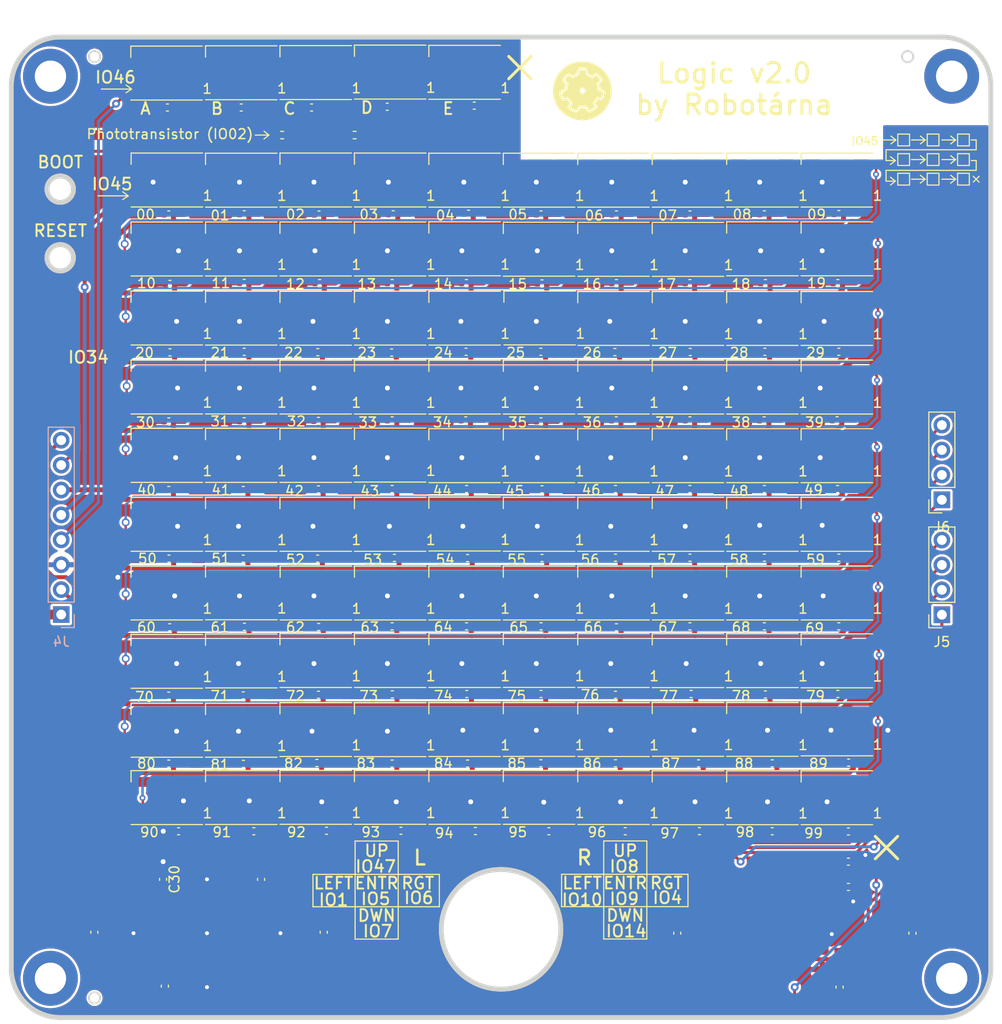
<source format=kicad_pcb>
(kicad_pcb (version 20211014) (generator pcbnew)
  (layers (0 "F.Cu" signal) (31 "B.Cu" signal) (34 "B.Paste" user) (35 "F.Paste" user) (36 "B.SilkS" user "B.Silkscreen") (37 "F.SilkS" user "F.Silkscreen") (38 "B.Mask" user) (39 "F.Mask" user) (44 "Edge.Cuts" user))
  (net 0 "")
  (net 1 "Net-(D3-Pad2)")
  (net 2 "Net-(D4-Pad2)")
  (net 3 "Net-(D5-Pad2)")
  (net 4 "/ovladaci_prvky.sch/herni_pole_LED.sch/1.sch/DATA_OUT")
  (net 5 "/ovladaci_prvky.sch/herni_pole_LED.sch/2.sch/DATA_OUT")
  (net 6 "Net-(D12-Pad2)")
  (net 7 "Net-(D13-Pad2)")
  (net 8 "Net-(D14-Pad2)")
  (net 9 "Net-(D17-Pad2)")
  (net 10 "Net-(D18-Pad2)")
  (net 11 "Net-(D20-Pad2)")
  (net 12 "Net-(D22-Pad2)")
  (net 13 "Net-(D24-Pad2)")
  (net 14 "Net-(D25-Pad2)")
  (net 15 "Net-(D28-Pad2)")
  (net 16 "Net-(D29-Pad2)")
  (net 17 "Net-(D30-Pad2)")
  (net 18 "Net-(D32-Pad2)")
  (net 19 "Net-(D33-Pad2)")
  (net 20 "Net-(D34-Pad2)")
  (net 21 "Net-(D37-Pad2)")
  (net 22 "Net-(D38-Pad2)")
  (net 23 "Net-(D40-Pad2)")
  (net 24 "Net-(D42-Pad2)")
  (net 25 "Net-(D44-Pad2)")
  (net 26 "Net-(D45-Pad2)")
  (net 27 "Net-(D48-Pad2)")
  (net 28 "Net-(D49-Pad2)")
  (net 29 "Net-(D50-Pad2)")
  (net 30 "Net-(D52-Pad2)")
  (net 31 "Net-(D53-Pad2)")
  (net 32 "Net-(D54-Pad2)")
  (net 33 "Net-(D57-Pad2)")
  (net 34 "Net-(D58-Pad2)")
  (net 35 "Net-(D60-Pad2)")
  (net 36 "Net-(D62-Pad2)")
  (net 37 "Net-(D64-Pad2)")
  (net 38 "Net-(D65-Pad2)")
  (net 39 "Net-(D68-Pad2)")
  (net 40 "Net-(D69-Pad2)")
  (net 41 "Net-(D70-Pad2)")
  (net 42 "Net-(D72-Pad2)")
  (net 43 "Net-(D73-Pad2)")
  (net 44 "Net-(D74-Pad2)")
  (net 45 "Net-(D77-Pad2)")
  (net 46 "Net-(D78-Pad2)")
  (net 47 "Net-(D80-Pad2)")
  (net 48 "Net-(D82-Pad2)")
  (net 49 "Net-(D84-Pad2)")
  (net 50 "Net-(D85-Pad2)")
  (net 51 "Net-(D88-Pad2)")
  (net 52 "Net-(D89-Pad2)")
  (net 53 "Net-(D90-Pad2)")
  (net 54 "/ovladaci_prvky.sch/herni_pole_LED.sch/3.sch/DATA_OUT")
  (net 55 "/ovladaci_prvky.sch/herni_pole_LED.sch/4.sch/DATA_OUT")
  (net 56 "/ovladaci_prvky.sch/herni_pole_LED.sch/5.sch/DATA_OUT")
  (net 57 "/ovladaci_prvky.sch/herni_pole_LED.sch/6.sch/DATA_OUT")
  (net 58 "/ovladaci_prvky.sch/herni_pole_LED.sch/7.sch/DATA_OUT")
  (net 59 "/ovladaci_prvky.sch/herni_pole_LED.sch/8.sch/DATA_OUT")
  (net 60 "/ovladaci_prvky.sch/herni_pole_LED.sch/10.sch/DATA_OUT")
  (net 61 "/ovladaci_prvky.sch/herni_pole_LED.sch/11.sch/DATA_OUT")
  (net 62 "/ovladaci_prvky.sch/herni_pole_LED.sch/12.sch/DATA_OUT")
  (net 63 "/ovladaci_prvky.sch/herni_pole_LED.sch/13.sch/DATA_OUT")
  (net 64 "/ovladaci_prvky.sch/herni_pole_LED.sch/14.sch/DATA_OUT")
  (net 65 "/ovladaci_prvky.sch/herni_pole_LED.sch/15.sch/DATA_OUT")
  (net 66 "/ovladaci_prvky.sch/herni_pole_LED.sch/16.sch/DATA_OUT")
  (net 67 "/ovladaci_prvky.sch/herni_pole_LED.sch/17.sch/DATA_OUT")
  (net 68 "/ovladaci_prvky.sch/herni_pole_LED.sch/18.sch/DATA_OUT")
  (net 69 "/ovladaci_prvky.sch/herni_pole_LED.sch/19.sch/DATA_OUT")
  (net 71 "Net-(D15-Pad2)")
  (net 72 "Net-(D19-Pad2)")
  (net 73 "Net-(D23-Pad2)")
  (net 74 "Net-(D27-Pad2)")
  (net 75 "Net-(D35-Pad2)")
  (net 76 "Net-(D39-Pad2)")
  (net 77 "Net-(D43-Pad2)")
  (net 78 "Net-(D47-Pad2)")
  (net 79 "Net-(D55-Pad2)")
  (net 80 "Net-(D59-Pad2)")
  (net 81 "Net-(D63-Pad2)")
  (net 82 "Net-(D67-Pad2)")
  (net 83 "Net-(D75-Pad2)")
  (net 84 "Net-(D79-Pad2)")
  (net 85 "Net-(D83-Pad2)")
  (net 86 "Net-(D87-Pad2)")
  (net 87 "Net-(D93-Pad2)")
  (net 88 "Net-(D94-Pad2)")
  (net 89 "Net-(D95-Pad2)")
  (net 90 "Net-(D96-Pad2)")
  (net 91 "Net-(D98-Pad2)")
  (net 92 "Net-(D100-Pad4)")
  (net 93 "Net-(D100-Pad2)")
  (net 94 "Net-(D101-Pad2)")
  (net 95 "Net-(D103-Pad2)")
  (net 96 "Net-(D104-Pad2)")
  (net 97 "Net-(D105-Pad2)")
  (net 98 "Net-(D106-Pad2)")
  (net 99 "Net-(D108-Pad2)")
  (net 100 "Net-(D109-Pad2)")
  (net 101 "Net-(D110-Pad2)")
  (net 102 "Net-(D111-Pad2)")
  (net 103 "Net-(Q3-Pad1)")
  (net 104 "/ovladaci_prvky.sch/herni_pole_LED.sch/10.sch/DATA_IN")
  (net 105 "/ovladaci_prvky.sch/herni_pole_LED.sch/20.sch/DATA_OUT")
  (net 106 "Net-(D113-Pad4)")
  (net 107 "/ovladaci_prvky.sch/GND")
  (net 108 "/ovladaci_prvky.sch/DATA_ZADANI_LED")
  (net 109 "/ovladaci_prvky.sch/DATA_HERNI_LED")
  (net 110 "/ovladaci_prvky.sch/SENZOR_SVETLA")
  (net 111 "/ovladaci_prvky.sch/3V3")
  (net 112 "/ovladaci_prvky.sch/V_LED_1")
  (net 113 "/ovladaci_prvky.sch/SW_2")
  (net 114 "/ovladaci_prvky.sch/SW_3")
  (net 115 "/ovladaci_prvky.sch/SW_4")
  (net 116 "/ovladaci_prvky.sch/SW_5")
  (net 117 "/ovladaci_prvky.sch/SW_8")
  (net 118 "/ovladaci_prvky.sch/SW_9")
  (net 119 "/ovladaci_prvky.sch/SW_10")
  (net 120 "/ovladaci_prvky.sch/SW_11")
  (net 121 "/ovladaci_prvky.sch/SW_7")
  (net 122 "/ovladaci_prvky.sch/SW_12")
  (footprint "Capacitor_SMD:C_0402_1005Metric" (layer "F.Cu") (at 122.05 55.64 180)
    (fp_text reference "C8" hide)
    (fp_text value "100n")
  )
  (footprint "Capacitor_SMD:C_0402_1005Metric" (layer "F.Cu") (at 124.075 134.36 -90)
    (fp_text reference "C11" hide)
    (fp_text value "10n")
  )
  (footprint "Capacitor_SMD:C_0402_1005Metric" (layer "F.Cu") (at 130.47 139.75 -90)
    (fp_text reference "C12" hide)
    (fp_text value "10n")
  )
  (footprint "Capacitor_SMD:C_0402_1005Metric" (layer "F.Cu") (at 166.56 139.845 -90)
    (fp_text reference "C13" hide)
    (fp_text value "10n")
  )
  (footprint "Capacitor_SMD:C_0402_1005Metric" (layer "F.Cu") (at 190.565 139.85 -90)
    (fp_text reference "C14" hide)
    (fp_text value "10n")
  )
  (footprint "Capacitor_SMD:C_0402_1005Metric" (layer "F.Cu") (at 114.25 145.25 -90)
    (fp_text reference "C17" hide)
    (fp_text value "10n")
  )
  (footprint "Capacitor_SMD:C_0402_1005Metric" (layer "F.Cu") (at 183.13 145.345 -90)
    (fp_text reference "C18" hide)
    (fp_text value "10n")
  )
  (footprint "Capacitor_SMD:C_0402_1005Metric" (layer "F.Cu") (at 184.03 135.13 180)
    (fp_text reference "C19" hide)
    (fp_text value "10n")
  )
  (footprint "Capacitor_SMD:C_0402_1005Metric" (layer "F.Cu") (at 184.03 132.55 180)
    (fp_text reference "C20" hide)
    (fp_text value "10n")
  )
  (footprint "LED_SMD:LED_WS2812B_PLCC4_5.0x5.0mm_P3.2mm" (layer "F.Cu") (at 129.65 52.076 180)
    (fp_text reference "D5" hide)
    (fp_text value "WS2812C")
  )
  (footprint "LED_SMD:LED_WS2812B_PLCC4_5.0x5.0mm_P3.2mm" (layer "F.Cu") (at 137.25 52.026 180)
    (fp_text reference "D6" hide)
    (fp_text value "WS2812C")
  )
  (footprint "my_library:Tactile_switch" (layer "F.Cu") (at 118.55 139.85 180)
    (fp_text reference "SW2" hide)
    (fp_text value "button")
  )
  (footprint "my_library:Tactile_switch" (layer "F.Cu") (at 118.55 145.35 180)
    (fp_text reference "SW8" hide)
    (fp_text value "button")
  )
  (footprint "Capacitor_SMD:C_0402_1005Metric" (layer "F.Cu") (at 129.23 55.64 180)
    (fp_text reference "C9" hide)
    (fp_text value "100n")
  )
  (footprint "LED_SMD:LED_WS2812B_PLCC4_5.0x5.0mm_P3.2mm" (layer "F.Cu") (at 114.424 52.126 180)
    (fp_text reference "D3" hide)
    (fp_text value "WS2812C")
  )
  (footprint "Capacitor_SMD:C_0402_1005Metric" (layer "F.Cu") (at 136.95 55.56 180)
    (fp_text reference "C10" hide)
    (fp_text value "100n")
  )
  (footprint "LED_SMD:LED_WS2812B_PLCC4_5.0x5.0mm_P3.2mm" (layer "F.Cu") (at 122.05 52.096 180)
    (fp_text reference "D4" hide)
    (fp_text value "WS2812C")
  )
  (footprint "Capacitor_SMD:C_0402_1005Metric" (layer "F.Cu") (at 114.51 55.64 180)
    (fp_text reference "C7" hide)
    (fp_text value "100n")
  )
  (footprint "my_library:Tactile_switch" (layer "F.Cu") (at 178.55 139.85 180)
    (fp_text reference "SW10" hide)
    (fp_text value "button")
  )
  (footprint "my_library:Tactile_switch" (layer "F.Cu") (at 171.05 139.85 180)
    (fp_text reference "SW4" hide)
    (fp_text value "button")
  )
  (footprint "Resistor_SMD:R_0402_1005Metric" (layer "F.Cu") (at 126.22 58.45)
    (fp_text reference "R5" hide)
    (fp_text value "22k")
  )
  (footprint "Resistor_SMD:R_0402_1005Metric" (layer "F.Cu") (at 133.62 58.45)
    (fp_text reference "R13" hide)
    (fp_text value "10k")
  )
  (footprint "my_library:Tactile_switch" (layer "F.Cu") (at 178.55 134.4)
    (fp_text reference "SW11" hide)
    (fp_text value "button")
  )
  (footprint "Capacitor_SMD:C_0402_1005Metric" (layer "F.Cu") (at 114.65 66.55 180)
    (fp_text reference "C31" hide)
    (fp_text value "100n")
  )
  (footprint "Capacitor_SMD:C_0402_1005Metric" (layer "F.Cu") (at 122.35 66.53 180)
    (fp_text reference "C32" hide)
    (fp_text value "100n")
  )
  (footprint "Capacitor_SMD:C_0402_1005Metric" (layer "F.Cu") (at 129.99 66.56 180)
    (fp_text reference "C33" hide)
    (fp_text value "100n")
  )
  (footprint "LED_SMD:LED_WS2812B_PLCC4_5.0x5.0mm_P3.2mm" (layer "F.Cu") (at 129.65 63.033 180)
    (fp_text reference "D14" hide)
    (fp_text value "WS2812C")
  )
  (footprint "Capacitor_SMD:C_0402_1005Metric" (layer "F.Cu") (at 137.55 66.53 180)
    (fp_text reference "C34" hide)
    (fp_text value "100n")
  )
  (footprint "LED_SMD:LED_WS2812B_PLCC4_5.0x5.0mm_P3.2mm" (layer "F.Cu") (at 122.05 63.05 180)
    (fp_text reference "D13" hide)
    (fp_text value "WS2812C")
  )
  (footprint "LED_SMD:LED_WS2812B_PLCC4_5.0x5.0mm_P3.2mm" (layer "F.Cu") (at 137.25 63.033 180)
    (fp_text reference "D15" hide)
    (fp_text value "WS2812C")
  )
  (footprint "LED_SMD:LED_WS2812B_PLCC4_5.0x5.0mm_P3.2mm" (layer "F.Cu") (at 114.457 63.033 180)
    (fp_text reference "D12" hide)
    (fp_text value "WS2812C")
  )
  (footprint "LED_SMD:LED_WS2812B_PLCC4_5.0x5.0mm_P3.2mm" (layer "F.Cu") (at 167.65 126.03 180)
    (fp_text reference "D110" hide)
    (fp_text value "WS2812C")
  )
  (footprint "LED_SMD:LED_WS2812B_PLCC4_5.0x5.0mm_P3.2mm" (layer "F.Cu") (at 175.25 126.03 180)
    (fp_text reference "D111" hide)
    (fp_text value "WS2812C")
  )
  (footprint "LED_SMD:LED_WS2812B_PLCC4_5.0x5.0mm_P3.2mm" (layer "F.Cu") (at 152.45 125.99 180)
    (fp_text reference "D108" hide)
    (fp_text value "WS2812C")
  )
  (footprint "LED_SMD:LED_WS2812B_PLCC4_5.0x5.0mm_P3.2mm" (layer "F.Cu") (at 129.65 125.99 180)
    (fp_text reference "D105" hide)
    (fp_text value "WS2812C")
  )
  (footprint "LED_SMD:LED_WS2812B_PLCC4_5.0x5.0mm_P3.2mm" (layer "F.Cu") (at 137.25 125.99 180)
    (fp_text reference "D106" hide)
    (fp_text value "WS2812C")
  )
  (footprint "LED_SMD:LED_WS2812B_PLCC4_5.0x5.0mm_P3.2mm" (layer "F.Cu") (at 144.85 125.99 180)
    (fp_text reference "D107" hide)
    (fp_text value "WS2812C")
  )
  (footprint "LED_SMD:LED_WS2812B_PLCC4_5.0x5.0mm_P3.2mm" (layer "F.Cu") (at 160.05 126.01 180)
    (fp_text reference "D109" hide)
    (fp_text value "WS2812C")
  )
  (footprint "LED_SMD:LED_WS2812B_PLCC4_5.0x5.0mm_P3.2mm" (layer "F.Cu") (at 182.85 126.03 180)
    (fp_text reference "D112" hide)
    (fp_text value "WS2812C")
  )
  (footprint "Capacitor_SMD:C_0402_1005Metric" (layer "F.Cu") (at 183.05 66.51 180)
    (fp_text reference "C21" hide)
    (fp_text value "100n")
  )
  (footprint "Capacitor_SMD:C_0402_1005Metric" (layer "F.Cu") (at 167.85 66.55 180)
    (fp_text reference "C15" hide)
    (fp_text value "100n")
  )
  (footprint "Capacitor_SMD:C_0402_1005Metric" (layer "F.Cu") (at 160.35 66.55 180)
    (fp_text reference "C6" hide)
    (fp_text value "100n")
  )
  (footprint "Capacitor_SMD:C_0402_1005Metric" (layer "F.Cu") (at 167.85 73.55 180)
    (fp_text reference "C42" hide)
    (fp_text value "100n")
  )
  (footprint "Capacitor_SMD:C_0402_1005Metric" (layer "F.Cu") (at 114.77 73.63 180)
    (fp_text reference "C35" hide)
    (fp_text value "100n")
  )
  (footprint "Capacitor_SMD:C_0402_1005Metric" (layer "F.Cu") (at 182.95 73.55 180)
    (fp_text reference "C44" hide)
    (fp_text value "100n")
  )
  (footprint "Capacitor_SMD:C_0402_1005Metric" (layer "F.Cu") (at 130.05 73.55 180)
    (fp_text reference "C37" hide)
    (fp_text value "100n")
  )
  (footprint "Capacitor_SMD:C_0402_1005Metric" (layer "F.Cu") (at 145.03 73.55 180)
    (fp_text reference "C39" hide)
    (fp_text value "100n")
  )
  (footprint "Capacitor_SMD:C_0402_1005Metric" (layer "F.Cu") (at 152.75 73.58 180)
    (fp_text reference "C40" hide)
    (fp_text value "100n")
  )
  (footprint "Capacitor_SMD:C_0402_1005Metric" (layer "F.Cu") (at 152.63 80.55 180)
    (fp_text reference "C50" hide)
    (fp_text value "100n")
  )
  (footprint "Capacitor_SMD:C_0402_1005Metric" (layer "F.Cu") (at 160.35 73.55 180)
    (fp_text reference "C41" hide)
    (fp_text value "100n")
  )
  (footprint "Capacitor_SMD:C_0402_1005Metric" (layer "F.Cu") (at 145 80.55 180)
    (fp_text reference "C49" hide)
    (fp_text value "100n")
  )
  (footprint "Capacitor_SMD:C_0402_1005Metric" (layer "F.Cu") (at 152.65 66.55 180)
    (fp_text reference "C3" hide)
    (fp_text value "100n")
  )
  (footprint "Capacitor_SMD:C_0402_1005Metric" (layer "F.Cu") (at 122.35 73.53 180)
    (fp_text reference "C36" hide)
    (fp_text value "100n")
  )
  (footprint "Capacitor_SMD:C_0402_1005Metric" (layer "F.Cu") (at 137.45 73.55 180)
    (fp_text reference "C38" hide)
    (fp_text value "100n")
  )
  (footprint "Capacitor_SMD:C_0402_1005Metric" (layer "F.Cu") (at 122.35 80.55 180)
    (fp_text reference "C46" hide)
    (fp_text value "100n")
  )
  (footprint "Capacitor_SMD:C_0402_1005Metric" (layer "F.Cu") (at 129.86 80.59 180)
    (fp_text reference "C47" hide)
    (fp_text value "100n")
  )
  (footprint "Capacitor_SMD:C_0402_1005Metric" (layer "F.Cu") (at 137.4 80.63 180)
    (fp_text reference "C48" hide)
    (fp_text value "100n")
  )
  (footprint "Capacitor_SMD:C_0402_1005Metric" (layer "F.Cu") (at 145.25 66.47 180)
    (fp_text reference "C2" hide)
    (fp_text value "100n")
  )
  (footprint "Capacitor_SMD:C_0402_1005Metric" (layer "F.Cu") (at 175.45 66.54 180)
    (fp_text reference "C16" hide)
    (fp_text value "100n")
  )
  (footprint "Capacitor_SMD:C_0402_1005Metric" (layer "F.Cu") (at 114.77 80.61 180)
    (fp_text reference "C45" hide)
    (fp_text value "100n")
  )
  (footprint "Capacitor_SMD:C_0402_1005Metric" (layer "F.Cu") (at 175.55 73.55 180)
    (fp_text reference "C43" hide)
    (fp_text value "100n")
  )
  (footprint "Capacitor_SMD:C_0402_1005Metric" (layer "F.Cu") (at 122.25 101.65 180)
    (fp_text reference "C76" hide)
    (fp_text value "100n")
  )
  (footprint "Capacitor_SMD:C_0402_1005Metric" (layer "F.Cu") (at 152.75 94.58 180)
    (fp_text reference "C70" hide)
    (fp_text value "100n")
  )
  (footprint "Capacitor_SMD:C_0402_1005Metric" (layer "F.Cu") (at 129.93 94.59 180)
    (fp_text reference "C67" hide)
    (fp_text value "100n")
  )
  (footprint "Capacitor_SMD:C_0402_1005Metric" (layer "F.Cu") (at 145.05 94.55 180)
    (fp_text reference "C69" hide)
    (fp_text value "100n")
  )
  (footprint "Capacitor_SMD:C_0402_1005Metric" (layer "F.Cu") (at 145.15 101.59 180)
    (fp_text reference "C79" hide)
    (fp_text value "100n")
  )
  (footprint "Capacitor_SMD:C_0402_1005Metric" (layer "F.Cu") (at 183.05 101.55 180)
    (fp_text reference "C84" hide)
    (fp_text value "100n")
  )
  (footprint "Capacitor_SMD:C_0402_1005Metric" (layer "F.Cu") (at 160.25 101.55 180)
    (fp_text reference "C81" hide)
    (fp_text value "100n")
  )
  (footprint "Capacitor_SMD:C_0402_1005Metric" (layer "F.Cu") (at 175.45 101.55 180)
    (fp_text reference "C83" hide)
    (fp_text value "100n")
  )
  (footprint "Capacitor_SMD:C_0402_1005Metric" (layer "F.Cu") (at 122.37 108.6 180)
    (fp_text reference "C86" hide)
    (fp_text value "100n")
  )
  (footprint "Capacitor_SMD:C_0402_1005Metric" (layer "F.Cu") (at 167.85 94.55 180)
    (fp_text reference "C72" hide)
    (fp_text value "100n")
  )
  (footprint "Capacitor_SMD:C_0402_1005Metric" (layer "F.Cu") (at 137.45 94.55 180)
    (fp_text reference "C68" hide)
    (fp_text value "100n")
  )
  (footprint "Capacitor_SMD:C_0402_1005Metric" (layer "F.Cu") (at 152.75 101.58 180)
    (fp_text reference "C80" hide)
    (fp_text value "100n")
  )
  (footprint "Capacitor_SMD:C_0402_1005Metric" (layer "F.Cu") (at 167.85 87.55 180)
    (fp_text reference "C62" hide)
    (fp_text value "100n")
  )
  (footprint "Capacitor_SMD:C_0402_1005Metric" (layer "F.Cu") (at 160.33 87.55 180)
    (fp_text reference "C61" hide)
    (fp_text value "100n")
  )
  (footprint "Capacitor_SMD:C_0402_1005Metric" (layer "F.Cu") (at 160.19 80.58 180)
    (fp_text reference "C51" hide)
    (fp_text value "100n")
  )
  (footprint "Capacitor_SMD:C_0402_1005Metric" (layer "F.Cu") (at 167.88 80.57 180)
    (fp_text reference "C52" hide)
    (fp_text value "100n")
  )
  (footprint "Capacitor_SMD:C_0402_1005Metric" (layer "F.Cu") (at 175.5 80.55 180)
    (fp_text reference "C53" hide)
    (fp_text value "100n")
  )
  (footprint "Capacitor_SMD:C_0402_1005Metric" (layer "F.Cu") (at 183.05 80.55 180)
    (fp_text reference "C54" hide)
    (fp_text value "100n")
  )
  (footprint "Capacitor_SMD:C_0402_1005Metric" (layer "F.Cu") (at 122.25 94.65 180)
    (fp_text reference "C66" hide)
    (fp_text value "100n")
  )
  (footprint "Capacitor_SMD:C_0402_1005Metric" (layer "F.Cu") (at 137.68 101.57 180)
    (fp_text reference "C78" hide)
    (fp_text value "100n")
  )
  (footprint "Capacitor_SMD:C_0402_1005Metric" (layer "F.Cu") (at 175.45 94.55 180)
    (fp_text reference "C73" hide)
    (fp_text value "100n")
  )
  (footprint "Capacitor_SMD:C_0402_1005Metric" (layer "F.Cu") (at 182.93 94.55 180)
    (fp_text reference "C74" hide)
    (fp_text value "100n")
  )
  (footprint "Capacitor_SMD:C_0402_1005Metric" (layer "F.Cu") (at 114.75 108.65 180)
    (fp_text reference "C85" hide)
    (fp_text value "100n")
  )
  (footprint "Capacitor_SMD:C_0402_1005Metric" (layer "F.Cu") (at 114.67 101.65 180)
    (fp_text reference "C75" hide)
    (fp_text value "100n")
  )
  (footprint "Capacitor_SMD:C_0402_1005Metric" (layer "F.Cu") (at 129.85 101.65 180)
    (fp_text reference "C77" hide)
    (fp_text value "100n")
  )
  (footprint "Capacitor_SMD:C_0402_1005Metric" (layer "F.Cu") (at 114.65 87.65 180)
    (fp_text reference "C55" hide)
    (fp_text value "100n")
  )
  (footprint "Capacitor_SMD:C_0402_1005Metric" (layer "F.Cu") (at 122.35 87.64 180)
    (fp_text reference "C56" hide)
    (fp_text value "100n")
  )
  (footprint "Capacitor_SMD:C_0402_1005Metric" (layer "F.Cu") (at 137.45 87.55 180)
    (fp_text reference "C58" hide)
    (fp_text value "100n")
  )
  (footprint "Capacitor_SMD:C_0402_1005Metric" (layer "F.Cu") (at 144.97 87.55 180)
    (fp_text reference "C59" hide)
    (fp_text value "100n")
  )
  (footprint "Capacitor_SMD:C_0402_1005Metric" (layer "F.Cu") (at 175.43 87.55 180)
    (fp_text reference "C63" hide)
    (fp_text value "100n")
  )
  (footprint "Capacitor_SMD:C_0402_1005Metric" (layer "F.Cu") (at 129.93 87.6 180)
    (fp_text reference "C57" hide)
    (fp_text value "100n")
  )
  (footprint "Capacitor_SMD:C_0402_1005Metric" (layer "F.Cu") (at 152.65 87.65 180)
    (fp_text reference "C60" hide)
    (fp_text value "100n")
  )
  (footprint "Capacitor_SMD:C_0402_1005Metric" (layer "F.Cu") (at 182.87 87.54 180)
    (fp_text reference "C64" hide)
    (fp_text value "100n")
  )
  (footprint "Capacitor_SMD:C_0402_1005Metric" (layer "F.Cu") (at 114.65 94.65 180)
    (fp_text reference "C65" hide)
    (fp_text value "100n")
  )
  (footprint "Capacitor_SMD:C_0402_1005Metric" (layer "F.Cu") (at 160.25 94.55 180)
    (fp_text reference "C71" hide)
    (fp_text value "100n")
  )
  (footprint "Capacitor_SMD:C_0402_1005Metric" (layer "F.Cu") (at 167.85 101.55 180)
    (fp_text reference "C82" hide)
    (fp_text value "100n")
  )
  (footprint "Capacitor_SMD:C_0402_1005Metric" (layer "F.Cu") (at 137.45 108.55 180)
    (fp_text reference "C88" hide)
    (fp_text value "100n")
  )
  (footprint "Capacitor_SMD:C_0402_1005Metric" (layer "F.Cu") (at 114.65 115.62 180)
    (fp_text reference "C95" hide)
    (fp_text value "100n")
  )
  (footprint "Capacitor_SMD:C_0402_1005Metric" (layer "F.Cu") (at 175.55 115.5 180)
    (fp_text reference "C103" hide)
    (fp_text value "100n")
  )
  (footprint "Capacitor_SMD:C_0402_1005Metric" (layer "F.Cu") (at 129.93 115.53 180)
    (fp_text reference "C97" hide)
    (fp_text value "100n")
  )
  (footprint "Capacitor_SMD:C_0402_1005Metric" (layer "F.Cu") (at 152.65 115.45 180)
    (fp_text reference "C100" hide)
    (fp_text value "100n")
  )
  (footprint "Capacitor_SMD:C_0402_1005Metric" (layer "F.Cu") (at 182.95 115.45 180)
    (fp_text reference "C104" hide)
    (fp_text value "100n")
  )
  (footprint "Capacitor_SMD:C_0402_1005Metric" (layer "F.Cu") (at 167.85 108.55 180)
    (fp_text reference "C92" hide)
    (fp_text value "100n")
  )
  (footprint "Capacitor_SMD:C_0402_1005Metric" (layer "F.Cu") (at 122.25 115.6 180)
    (fp_text reference "C96" hide)
    (fp_text value "100n")
  )
  (footprint "Capacitor_SMD:C_0402_1005Metric" (layer "F.Cu") (at 160.25 115.53 180)
    (fp_text reference "C101" hide)
    (fp_text value "100n")
  )
  (footprint "Capacitor_SMD:C_0402_1005Metric" (layer "F.Cu") (at 160.35 108.65 180)
    (fp_text reference "C91" hide)
    (fp_text value "100n")
  )
  (footprint "Capacitor_SMD:C_0402_1005Metric" (layer "F.Cu") (at 129.95 108.62 180)
    (fp_text reference "C87" hide)
    (fp_text value "100n")
  )
  (footprint "Capacitor_SMD:C_0402_1005Metric" (layer "F.Cu") (at 175.45 108.55 180)
    (fp_text reference "C93" hide)
    (fp_text value "100n")
  )
  (footprint "Capacitor_SMD:C_0402_1005Metric" (layer "F.Cu") (at 183.05 108.55 180)
    (fp_text reference "C94" hide)
    (fp_text value "100n")
  )
  (footprint "Capacitor_SMD:C_0402_1005Metric" (layer "F.Cu") (at 167.97 115.45 180)
    (fp_text reference "C102" hide)
    (fp_text value "100n")
  )
  (footprint "Capacitor_SMD:C_0402_1005Metric" (layer "F.Cu") (at 145.05 108.55 180)
    (fp_text reference "C89" hide)
    (fp_text value "100n")
  )
  (footprint "Capacitor_SMD:C_0402_1005Metric" (layer "F.Cu") (at 152.65 108.55 180)
    (fp_text reference "C90" hide)
    (fp_text value "100n")
  )
  (footprint "Capacitor_SMD:C_0402_1005Metric" (layer "F.Cu") (at 137.47 115.49 180)
    (fp_text reference "C98" hide)
    (fp_text value "100n")
  )
  (footprint "Capacitor_SMD:C_0402_1005Metric" (layer "F.Cu") (at 145.07 115.45 180)
    (fp_text reference "C99" hide)
    (fp_text value "100n")
  )
  (footprint "Capacitor_SMD:C_0402_1005Metric" (layer "F.Cu") (at 176.25 122.53 180)
    (fp_text reference "C113" hide)
    (fp_text value "100n")
  )
  (footprint "Capacitor_SMD:C_0402_1005Metric" (layer "F.Cu") (at 168.73 122.53 180)
    (fp_text reference "C112" hide)
    (fp_text value "100n")
  )
  (footprint "Capacitor_SMD:C_0402_1005Metric" (layer "F.Cu") (at 115.65 129.45 180)
    (fp_text reference "C115" hide)
    (fp_text value "100n")
  )
  (footprint "Capacitor_SMD:C_0402_1005Metric" (layer "F.Cu") (at 137.45 122.55 180)
    (fp_text reference "C108" hide)
    (fp_text value "100n")
  )
  (footprint "Capacitor_SMD:C_0402_1005Metric" (layer "F.Cu") (at 160.25 122.52 180)
    (fp_text reference "C111" hide)
    (fp_text value "100n")
  )
  (footprint "Capacitor_SMD:C_0402_1005Metric" (layer "F.Cu") (at 123.33 129.45 180)
    (fp_text reference "C116" hide)
    (fp_text value "100n")
  )
  (footprint "Capacitor_SMD:C_0402_1005Metric" (layer "F.Cu") (at 130.75 129.4 180)
    (fp_text reference "C117" hide)
    (fp_text value "100n")
  )
  (footprint "Capacitor_SMD:C_0402_1005Metric" (layer "F.Cu") (at 114.65 122.55 180)
    (fp_text reference "C105" hide)
    (fp_text value "100n")
  )
  (footprint "Capacitor_SMD:C_0402_1005Metric" (layer "F.Cu") (at 122.27 122.58 180)
    (fp_text reference "C106" hide)
    (fp_text value "100n")
  )
  (footprint "Capacitor_SMD:C_0402_1005Metric" (layer "F.Cu") (at 152.63 122.52 180)
    (fp_text reference "C110" hide)
    (fp_text value "100n")
  )
  (footprint "Capacitor_SMD:C_0402_1005Metric" (layer "F.Cu") (at 138.35 129.4 180)
    (fp_text reference "C118" hide)
    (fp_text value "100n")
  )
  (footprint "Capacitor_SMD:C_0402_1005Metric" (layer "F.Cu") (at 184.05 122.45 180)
    (fp_text reference "C114" hide)
    (fp_text value "100n")
  )
  (footprint "Capacitor_SMD:C_0402_1005Metric" (layer "F.Cu") (at 145.95 129.43 180)
    (fp_text reference "C119" hide)
    (fp_text value "100n")
  )
  (footprint "Capacitor_SMD:C_0402_1005Metric" (layer "F.Cu") (at 168.82 129.44 180)
    (fp_text reference "C122" hide)
    (fp_text value "100n")
  )
  (footprint "Capacitor_SMD:C_0402_1005Metric" (layer "F.Cu") (at 129.77 122.49 180)
    (fp_text reference "C107" hide)
    (fp_text value "100n")
  )
  (footprint "Capacitor_SMD:C_0402_1005Metric" (layer "F.Cu") (at 153.45 129.45 180)
    (fp_text reference "C120" hide)
    (fp_text value "100n")
  )
  (footprint "Capacitor_SMD:C_0402_1005Metric" (layer "F.Cu") (at 161.25 129.45 180)
    (fp_text reference "C121" hide)
    (fp_text value "100n")
  )
  (footprint "Capacitor_SMD:C_0402_1005Metric" (layer "F.Cu") (at 145.15 122.55 180)
    (fp_text reference "C109" hide)
    (fp_text value "100n")
  )
  (footprint "LED_SMD:LED_WS2812B_PLCC4_5.0x5.0mm_P3.2mm" (layer "F.Cu") (at 144.85 70.05 180)
    (fp_text reference "D26" hide)
    (fp_text value "WS2812C")
  )
  (footprint "LED_SMD:LED_WS2812B_PLCC4_5.0x5.0mm_P3.2mm" (layer "F.Cu") (at 160.05 63.05 180)
    (fp_text reference "D18" hide)
    (fp_text value "WS2812C")
  )
  (footprint "LED_SMD:LED_WS2812B_PLCC4_5.0x5.0mm_P3.2mm" (layer "F.Cu") (at 182.85 63.04 180)
    (fp_text reference "D21" hide)
    (fp_text value "WS2812C")
  )
  (footprint "LED_SMD:LED_WS2812B_PLCC4_5.0x5.0mm_P3.2mm" (layer "F.Cu") (at 160.05 70.1 180)
    (fp_text reference "D28" hide)
    (fp_text value "WS2812C")
  )
  (footprint "LED_SMD:LED_WS2812B_PLCC4_5.0x5.0mm_P3.2mm" (layer "F.Cu") (at 129.65 70.07 180)
    (fp_text reference "D24" hide)
    (fp_text value "WS2812C")
  )
  (footprint "Capacitor_SMD:C_0402_1005Metric" (layer "F.Cu") (at 176.25 129.45 180)
    (fp_text reference "C123" hide)
    (fp_text value "100n")
  )
  (footprint "Capacitor_SMD:C_0402_1005Metric" (layer "F.Cu") (at 184.03 129.47 180)
    (fp_text reference "C124" hide)
    (fp_text value "100n")
  )
  (footprint "LED_SMD:LED_WS2812B_PLCC4_5.0x5.0mm_P3.2mm" (layer "F.Cu") (at 144.85 63.05 180)
    (fp_text reference "D16" hide)
    (fp_text value "WS2812C")
  )
  (footprint "LED_SMD:LED_WS2812B_PLCC4_5.0x5.0mm_P3.2mm" (layer "F.Cu") (at 122.05 70.07 180)
    (fp_text reference "D23" hide)
    (fp_text value "WS2812C")
  )
  (footprint "LED_SMD:LED_WS2812B_PLCC4_5.0x5.0mm_P3.2mm" (layer "F.Cu") (at 175.25 63.04 180)
    (fp_text reference "D20" hide)
    (fp_text value "WS2812C")
  )
  (footprint "LED_SMD:LED_WS2812B_PLCC4_5.0x5.0mm_P3.2mm" (layer "F.Cu") (at 137.25 70.07 180)
    (fp_text reference "D25" hide)
    (fp_text value "WS2812C")
  )
  (footprint "LED_SMD:LED_WS2812B_PLCC4_5.0x5.0mm_P3.2mm" (layer "F.Cu") (at 167.65 70.11 180)
    (fp_text reference "D29" hide)
    (fp_text value "WS2812C")
  )
  (footprint "LED_SMD:LED_WS2812B_PLCC4_5.0x5.0mm_P3.2mm" (layer "F.Cu") (at 152.45 70.09 180)
    (fp_text reference "D27" hide)
    (fp_text value "WS2812C")
  )
  (footprint "LED_SMD:LED_WS2812B_PLCC4_5.0x5.0mm_P3.2mm" (layer "F.Cu") (at 152.45 63.05 180)
    (fp_text reference "D17" hide)
    (fp_text value "WS2812C")
  )
  (footprint "LED_SMD:LED_WS2812B_PLCC4_5.0x5.0mm_P3.2mm" (layer "F.Cu") (at 114.45 70.07 180)
    (fp_text reference "D22" hide)
    (fp_text value "WS2812C")
  )
  (footprint "LED_SMD:LED_WS2812B_PLCC4_5.0x5.0mm_P3.2mm" (layer "F.Cu") (at 167.65 63.05 180)
    (fp_text reference "D19" hide)
    (fp_text value "WS2812C")
  )
  (footprint "LED_SMD:LED_WS2812B_PLCC4_5.0x5.0mm_P3.2mm" (layer "F.Cu") (at 182.85 70.05 180)
    (fp_text reference "D31" hide)
    (fp_text value "WS2812C")
  )
  (footprint "LED_SMD:LED_WS2812B_PLCC4_5.0x5.0mm_P3.2mm" (layer "F.Cu") (at 175.25 70.05 180)
    (fp_text reference "D30" hide)
    (fp_text value "WS2812C")
  )
  (footprint "LED_SMD:LED_WS2812B_PLCC4_5.0x5.0mm_P3.2mm" (layer "F.Cu") (at 144.85 77.12 180)
    (fp_text reference "D36" hide)
    (fp_text value "WS2812C")
  )
  (footprint "LED_SMD:LED_WS2812B_PLCC4_5.0x5.0mm_P3.2mm" (layer "F.Cu") (at 160.05 77.15 180)
    (fp_text reference "D38" hide)
    (fp_text value "WS2812C")
  )
  (footprint "LED_SMD:LED_WS2812B_PLCC4_5.0x5.0mm_P3.2mm" (layer "F.Cu") (at 160.05 84.15 180)
    (fp_text reference "D48" hide)
    (fp_text value "WS2812C")
  )
  (footprint "LED_SMD:LED_WS2812B_PLCC4_5.0x5.0mm_P3.2mm" (layer "F.Cu") (at 114.45 77.11 180)
    (fp_text reference "D32" hide)
    (fp_text value "WS2812C")
  )
  (footprint "LED_SMD:LED_WS2812B_PLCC4_5.0x5.0mm_P3.2mm" (layer "F.Cu") (at 182.85 77.15 180)
    (fp_text reference "D41" hide)
    (fp_text value "WS2812C")
  )
  (footprint "LED_SMD:LED_WS2812B_PLCC4_5.0x5.0mm_P3.2mm" (layer "F.Cu") (at 152.45 84.15 180)
    (fp_text reference "D47" hide)
    (fp_text value "WS2812C")
  )
  (footprint "LED_SMD:LED_WS2812B_PLCC4_5.0x5.0mm_P3.2mm" (layer "F.Cu") (at 152.51 77.1 180)
    (fp_text reference "D37" hide)
    (fp_text value "WS2812C")
  )
  (footprint "LED_SMD:LED_WS2812B_PLCC4_5.0x5.0mm_P3.2mm" (layer "F.Cu") (at 144.85 84.15 180)
    (fp_text reference "D46" hide)
    (fp_text value "WS2812C")
  )
  (footprint "LED_SMD:LED_WS2812B_PLCC4_5.0x5.0mm_P3.2mm" (layer "F.Cu") (at 175.25 77.15 180)
    (fp_text reference "D40" hide)
    (fp_text value "WS2812C")
  )
  (footprint "LED_SMD:LED_WS2812B_PLCC4_5.0x5.0mm_P3.2mm" (layer "F.Cu") (at 129.65 77.13 180)
    (fp_text reference "D34" hide)
    (fp_text value "WS2812C")
  )
  (footprint "LED_SMD:LED_WS2812B_PLCC4_5.0x5.0mm_P3.2mm" (layer "F.Cu") (at 122.05 77.12 180)
    (fp_text reference "D33" hide)
    (fp_text value "WS2812C")
  )
  (footprint "LED_SMD:LED_WS2812B_PLCC4_5.0x5.0mm_P3.2mm" (layer "F.Cu") (at 122.05 84.14 180)
    (fp_text reference "D43" hide)
    (fp_text value "WS2812C")
  )
  (footprint "LED_SMD:LED_WS2812B_PLCC4_5.0x5.0mm_P3.2mm" (layer "F.Cu") (at 167.65 84.15 180)
    (fp_text reference "D49" hide)
    (fp_text value "WS2812C")
  )
  (footprint "LED_SMD:LED_WS2812B_PLCC4_5.0x5.0mm_P3.2mm" (layer "F.Cu") (at 137.25 77.12 180)
    (fp_text reference "D35" hide)
    (fp_text value "WS2812C")
  )
  (footprint "LED_SMD:LED_WS2812B_PLCC4_5.0x5.0mm_P3.2mm" (layer "F.Cu") (at 167.65 77.15 180)
    (fp_text reference "D39" hide)
    (fp_text value "WS2812C")
  )
  (footprint "LED_SMD:LED_WS2812B_PLCC4_5.0x5.0mm_P3.2mm" (layer "F.Cu") (at 114.45 84.14 180)
    (fp_text reference "D42" hide)
    (fp_text value "WS2812C")
  )
  (footprint "LED_SMD:LED_WS2812B_PLCC4_5.0x5.0mm_P3.2mm" (layer "F.Cu") (at 129.65 84.15 180)
    (fp_text reference "D44" hide)
    (fp_text value "WS2812C")
  )
  (footprint "LED_SMD:LED_WS2812B_PLCC4_5.0x5.0mm_P3.2mm" (layer "F.Cu") (at 137.25 84.15 180)
    (fp_text reference "D45" hide)
    (fp_text value "WS2812C")
  )
  (footprint "LED_SMD:LED_WS2812B_PLCC4_5.0x5.0mm_P3.2mm" (layer "F.Cu") (at 167.65 105.15 180)
    (fp_text reference "D79" hide)
    (fp_text value "WS2812C")
  )
  (footprint "LED_SMD:LED_WS2812B_PLCC4_5.0x5.0mm_P3.2mm" (layer "F.Cu") (at 167.65 98.15 180)
    (fp_text reference "D69" hide)
    (fp_text value "WS2812C")
  )
  (footprint "LED_SMD:LED_WS2812B_PLCC4_5.0x5.0mm_P3.2mm" (layer "F.Cu") (at 122.05 105.13 180)
    (fp_text reference "D73" hide)
    (fp_text value "WS2812C")
  )
  (footprint "LED_SMD:LED_WS2812B_PLCC4_5.0x5.0mm_P3.2mm" (layer "F.Cu") (at 182.85 105.15 180)
    (fp_text reference "D81" hide)
    (fp_text value "WS2812C")
  )
  (footprint "LED_SMD:LED_WS2812B_PLCC4_5.0x5.0mm_P3.2mm" (layer "F.Cu") (at 137.25 112.04 180)
    (fp_text reference "D85" hide)
    (fp_text value "WS2812C")
  )
  (footprint "LED_SMD:LED_WS2812B_PLCC4_5.0x5.0mm_P3.2mm" (layer "F.Cu") (at 114.45 112.12 180)
    (fp_text reference "D82" hide)
    (fp_text value "WS2812C")
  )
  (footprint "LED_SMD:LED_WS2812B_PLCC4_5.0x5.0mm_P3.2mm" (layer "F.Cu") (at 160.05 98.15 180)
    (fp_text reference "D68" hide)
    (fp_text value "WS2812C")
  )
  (footprint "LED_SMD:LED_WS2812B_PLCC4_5.0x5.0mm_P3.2mm" (layer "F.Cu") (at 175.25 98.15 180)
    (fp_text reference "D70" hide)
    (fp_text value "WS2812C")
  )
  (footprint "LED_SMD:LED_WS2812B_PLCC4_5.0x5.0mm_P3.2mm" (layer "F.Cu") (at 122.05 112.08 180)
    (fp_text reference "D83" hide)
    (fp_text value "WS2812C")
  )
  (footprint "LED_SMD:LED_WS2812B_PLCC4_5.0x5.0mm_P3.2mm" (layer "F.Cu") (at 152.45 105.15 180)
    (fp_text reference "D77" hide)
    (fp_text value "WS2812C")
  )
  (footprint "LED_SMD:LED_WS2812B_PLCC4_5.0x5.0mm_P3.2mm" (layer "F.Cu") (at 175.25 105.15 180)
    (fp_text reference "D80" hide)
    (fp_text value "WS2812C")
  )
  (footprint "LED_SMD:LED_WS2812B_PLCC4_5.0x5.0mm_P3.2mm" (layer "F.Cu") (at 182.85 98.15 180)
    (fp_text reference "D71" hide)
    (fp_text value "WS2812C")
  )
  (footprint "LED_SMD:LED_WS2812B_PLCC4_5.0x5.0mm_P3.2mm" (layer "F.Cu") (at 114.45 105.15 180)
    (fp_text reference "D72" hide)
    (fp_text value "WS2812C")
  )
  (footprint "LED_SMD:LED_WS2812B_PLCC4_5.0x5.0mm_P3.2mm" (layer "F.Cu") (at 137.25 105.15 180)
    (fp_text reference "D75" hide)
    (fp_text value "WS2812C")
  )
  (footprint "LED_SMD:LED_WS2812B_PLCC4_5.0x5.0mm_P3.2mm" (layer "F.Cu") (at 144.85 105.15 180)
    (fp_text reference "D76" hide)
    (fp_text value "WS2812C")
  )
  (footprint "LED_SMD:LED_WS2812B_PLCC4_5.0x5.0mm_P3.2mm" (layer "F.Cu") (at 160.05 105.15 180)
    (fp_text reference "D78" hide)
    (fp_text value "WS2812C")
  )
  (footprint "LED_SMD:LED_WS2812B_PLCC4_5.0x5.0mm_P3.2mm" (layer "F.Cu") (at 122.05 126.01 180)
    (fp_text reference "D104" hide)
    (fp_text value "WS2812C")
  )
  (footprint "LED_SMD:LED_WS2812B_PLCC4_5.0x5.0mm_P3.2mm" (layer "F.Cu") (at 114.45 126.02 180)
    (fp_text reference "D103" hide)
    (fp_text value "WS2812C")
  )
  (footprint "LED_SMD:LED_WS2812B_PLCC4_5.0x5.0mm_P3.2mm" (layer "F.Cu") (at 182.85 112.07 180)
    (fp_text reference "D91" hide)
    (fp_text value "WS2812C")
  )
  (footprint "LED_SMD:LED_WS2812B_PLCC4_5.0x5.0mm_P3.2mm" (layer "F.Cu") (at 167.65 119.06 180)
    (fp_text reference "D100" hide)
    (fp_text value "WS2812C")
  )
  (footprint "LED_SMD:LED_WS2812B_PLCC4_5.0x5.0mm_P3.2mm" (layer "F.Cu") (at 129.65 119.08 180)
    (fp_text reference "D95" hide)
    (fp_text value "WS2812C")
  )
  (footprint "LED_SMD:LED_WS2812B_PLCC4_5.0x5.0mm_P3.2mm" (layer "F.Cu") (at 175.25 112.05 180)
    (fp_text reference "D90" hide)
    (fp_text value "WS2812C")
  )
  (footprint "LED_SMD:LED_WS2812B_PLCC4_5.0x5.0mm_P3.2mm" (layer "F.Cu") (at 144.85 112.04 180)
    (fp_text reference "D86" hide)
    (fp_text value "WS2812C")
  )
  (footprint "LED_SMD:LED_WS2812B_PLCC4_5.0x5.0mm_P3.2mm" (layer "F.Cu") (at 152.45 119.07 180)
    (fp_text reference "D98" hide)
    (fp_text value "WS2812C")
  )
  (footprint "LED_SMD:LED_WS2812B_PLCC4_5.0x5.0mm_P3.2mm" (layer "F.Cu") (at 175.25 119.06 180)
    (fp_text reference "D101" hide)
    (fp_text value "WS2812C")
  )
  (footprint "LED_SMD:LED_WS2812B_PLCC4_5.0x5.0mm_P3.2mm" (layer "F.Cu") (at 137.25 119.09 180)
    (fp_text reference "D96" hide)
    (fp_text value "WS2812C")
  )
  (footprint "LED_SMD:LED_WS2812B_PLCC4_5.0x5.0mm_P3.2mm" (layer "F.Cu") (at 152.45 112.03 180)
    (fp_text reference "D87" hide)
    (fp_text value "WS2812C")
  )
  (footprint "LED_SMD:LED_WS2812B_PLCC4_5.0x5.0mm_P3.2mm" (layer "F.Cu") (at 122.05 119.15 180)
    (fp_text reference "D94" hide)
    (fp_text value "WS2812C")
  )
  (footprint "LED_SMD:LED_WS2812B_PLCC4_5.0x5.0mm_P3.2mm" (layer "F.Cu") (at 160.05 112.04 180)
    (fp_text reference "D88" hide)
    (fp_text value "WS2812C")
  )
  (footprint "LED_SMD:LED_WS2812B_PLCC4_5.0x5.0mm_P3.2mm" (layer "F.Cu") (at 160.05 119.08 180)
    (fp_text reference "D99" hide)
    (fp_text value "WS2812C")
  )
  (footprint "LED_SMD:LED_WS2812B_PLCC4_5.0x5.0mm_P3.2mm" (layer "F.Cu") (at 114.45 119.15 180)
    (fp_text reference "D93" hide)
    (fp_text value "WS2812C")
  )
  (footprint "LED_SMD:LED_WS2812B_PLCC4_5.0x5.0mm_P3.2mm" (layer "F.Cu") (at 167.65 112.05 180)
    (fp_text reference "D89" hide)
    (fp_text value "WS2812C")
  )
  (footprint "LED_SMD:LED_WS2812B_PLCC4_5.0x5.0mm_P3.2mm" (layer "F.Cu") (at 144.85 119.08 180)
    (fp_text reference "D97" hide)
    (fp_text value "WS2812C")
  )
  (footprint "LED_SMD:LED_WS2812B_PLCC4_5.0x5.0mm_P3.2mm" (layer "F.Cu") (at 182.85 119.01 180)
    (fp_text reference "D102" hide)
    (fp_text value "WS2812C")
  )
  (footprint "LED_SMD:LED_WS2812B_PLCC4_5.0x5.0mm_P3.2mm" (layer "F.Cu") (at 152.45 91.15 180)
    (fp_text reference "D57" hide)
    (fp_text value "WS2812C")
  )
  (footprint "LED_SMD:LED_WS2812B_PLCC4_5.0x5.0mm_P3.2mm" (layer "F.Cu") (at 160.05 91.15 180)
    (fp_text reference "D58" hide)
    (fp_text value "WS2812C")
  )
  (footprint "LED_SMD:LED_WS2812B_PLCC4_5.0x5.0mm_P3.2mm" (layer "F.Cu") (at 114.45 98.15 180)
    (fp_text reference "D62" hide)
    (fp_text value "WS2812C")
  )
  (footprint "LED_SMD:LED_WS2812B_PLCC4_5.0x5.0mm_P3.2mm" (layer "F.Cu") (at 122.05 98.15 180)
    (fp_text reference "D63" hide)
    (fp_text value "WS2812C")
  )
  (footprint "LED_SMD:LED_WS2812B_PLCC4_5.0x5.0mm_P3.2mm" (layer "F.Cu") (at 137.25 98.15 180)
    (fp_text reference "D65" hide)
    (fp_text value "WS2812C")
  )
  (footprint "LED_SMD:LED_WS2812B_PLCC4_5.0x5.0mm_P3.2mm" (layer "F.Cu") (at 175.25 84.15 180)
    (fp_text reference "D50" hide)
    (fp_text value "WS2812C")
  )
  (footprint "LED_SMD:LED_WS2812B_PLCC4_5.0x5.0mm_P3.2mm" (layer "F.Cu") (at 182.85 84.15 180)
    (fp_text reference "D51" hide)
    (fp_text value "WS2812C")
  )
  (footprint "LED_SMD:LED_WS2812B_PLCC4_5.0x5.0mm_P3.2mm" (layer "F.Cu") (at 144.85 98.12 180)
    (fp_text reference "D66" hide)
    (fp_text value "WS2812C")
  )
  (footprint "LED_SMD:LED_WS2812B_PLCC4_5.0x5.0mm_P3.2mm" (layer "F.Cu") (at 137.25 91.09 180)
    (fp_text reference "D55" hide)
    (fp_text value "WS2812C")
  )
  (footprint "LED_SMD:LED_WS2812B_PLCC4_5.0x5.0mm_P3.2mm" (layer "F.Cu") (at 144.85 91.15 180)
    (fp_text reference "D56" hide)
    (fp_text value "WS2812C")
  )
  (footprint "LED_SMD:LED_WS2812B_PLCC4_5.0x5.0mm_P3.2mm" (layer "F.Cu") (at 167.65 91.15 180)
    (fp_text reference "D59" hide)
    (fp_text value "WS2812C")
  )
  (footprint "LED_SMD:LED_WS2812B_PLCC4_5.0x5.0mm_P3.2mm" (layer "F.Cu") (at 129.65 98.15 180)
    (fp_text reference "D64" hide)
    (fp_text value "WS2812C")
  )
  (footprint "LED_SMD:LED_WS2812B_PLCC4_5.0x5.0mm_P3.2mm" (layer "F.Cu") (at 122.05 91.12 180)
    (fp_text reference "D53" hide)
    (fp_text value "WS2812C")
  )
  (footprint "LED_SMD:LED_WS2812B_PLCC4_5.0x5.0mm_P3.2mm" (layer "F.Cu") (at 152.45 98.15 180)
    (fp_text reference "D67" hide)
    (fp_text value "WS2812C")
  )
  (footprint "LED_SMD:LED_WS2812B_PLCC4_5.0x5.0mm_P3.2mm" (layer "F.Cu") (at 182.85 91.15 180)
    (fp_text reference "D61" hide)
    (fp_text value "WS2812C")
  )
  (footprint "LED_SMD:LED_WS2812B_PLCC4_5.0x5.0mm_P3.2mm" (layer "F.Cu") (at 175.25 91.15 180)
    (fp_text reference "D60" hide)
    (fp_text value "WS2812C")
  )
  (footprint "LED_SMD:LED_WS2812B_PLCC4_5.0x5.0mm_P3.2mm" (layer "F.Cu") (at 114.45 91.12 180)
    (fp_text reference "D52" hide)
    (fp_text value "WS2812C")
  )
  (footprint "LED_SMD:LED_WS2812B_PLCC4_5.0x5.0mm_P3.2mm" (layer "F.Cu") (at 129.65 91.12 180)
    (fp_text reference "D54" hide)
    (fp_text value "WS2812C")
  )
  (footprint "Capacitor_SMD:C_0402_1005Metric" (layer "F.Cu") (at 145.83 55.45 180)
    (fp_text reference "C125" hide)
    (fp_text value "100n")
  )
  (footprint "LED_SMD:LED_WS2812B_PLCC4_5.0x5.0mm_P3.2mm" (layer "F.Cu") (at 144.85 52.05 180)
    (fp_text reference "D113" hide)
    (fp_text value "WS2812C")
  )
  (footprint "my_library:Tactile_switch" (layer "F.Cu") (at 126.05 139.85 180)
    (fp_text reference "SW3" hide)
    (fp_text value "button")
  )
  (footprint "LED_SMD:LED_WS2812B_PLCC4_5.0x5.0mm_P3.2mm" (layer "F.Cu") (at 129.67 105.15 180)
    (fp_text reference "D74" hide)
    (fp_text value "WS2812C")
  )
  (footprint "LED_SMD:LED_WS2812B_PLCC4_5.0x5.0mm_P3.2mm" (layer "F.Cu") (at 129.65 112.04 180)
    (fp_text reference "D84" hide)
    (fp_text value "WS2812C")
  )
  (footprint "MountingHole:MountingHole_3.2mm_M3_DIN965_Pad" (layer "F.Cu") (at 102.57 52.45)
    (fp_text reference "H5" hide)
    (fp_text value "MountingHole")
  )
  (footprint "MountingHole:MountingHole_3.2mm_M3_DIN965_Pad" (layer "F.Cu") (at 194.57 52.45)
    (fp_text reference "H6" hide)
    (fp_text value "MountingHole")
  )
  (footprint "MountingHole:MountingHole_3.2mm_M3_DIN965_Pad" (layer "F.Cu") (at 102.57 144.45)
    (fp_text reference "H7" hide)
    (fp_text value "MountingHole")
  )
  (footprint "MountingHole:MountingHole_3.2mm_M3_DIN965_Pad" (layer "F.Cu") (at 194.57 144.45)
    (fp_text reference "H8" hide)
    (fp_text value "MountingHole")
  )
  (footprint "my_library:SMD,3.5x2.8x1.9mm" (layer "F.Cu") (at 129.82 58.45)
    (fp_text reference "Q3" hide)
    (fp_text value "Q_Photo_NPN")
  )
  (footprint "my_library:Tactile_switch" (layer "F.Cu") (at 178.55 145.35 180)
    (fp_text reference "SW9" hide)
    (fp_text value "button")
  )
  (footprint "my_library:RobotarnaLogo-6mm" (layer "F.Cu") (at 156.87 53.95)
    (fp_text reference "DRA1" hide)
    (fp_text value "Logo_Robotarna" hide)
  )
  (footprint "my_library:Tactile_switch" (layer "F.Cu") (at 186.05 139.85 180)
    (fp_text reference "SW5" hide)
    (fp_text value "button")
  )
  (footprint "Capacitor_SMD:C_0402_1005Metric" (layer "F.Cu") (at 107.05 139.75 -90)
    (fp_text reference "C126" hide)
    (fp_text value "10n")
  )
  (footprint "my_library:Tactile_switch" (layer "F.Cu") (at 111.05 139.85 180)
    (fp_text reference "SW7" hide)
    (fp_text value "button")
  )
  (footprint "Connector_PinSocket_2.54mm:PinSocket_1x04_P2.54mm_Vertical" (layer "F.Cu") (at 193.57 107.37 180)
    (fp_text reference "J5")
    (fp_text value "Conn_01x04")
  )
  (footprint "Connector_PinSocket_2.54mm:PinSocket_1x04_P2.54mm_Vertical" (layer "F.Cu") (at 193.57 95.65 180)
    (fp_text reference "J6")
    (fp_text value "Conn_01x04")
  )
  (footprint "my_library:Tactile_switch" (layer "F.Cu") (at 118.55 134.35 180)
    (fp_text reference "SW12" hide)
    (fp_text value "button")
  )
  (footprint "Capacitor_SMD:C_0402_1005Metric" (layer "F.Cu") (at 114.07 134.355 -90)
    (fp_text reference "C30")
    (fp_text value "10n")
  )
  (footprint "Connector_PinSocket_2.54mm:PinSocket_1x08_P2.54mm_Vertical" (layer "B.Cu") (at 103.67 107.35)
    (fp_text reference "J4")
    (fp_text value "Conn_01x08")
  )
  (gr_line (start 137.97 140.45) (end 138.07 140.45) (layer "F.SilkS") (width 0.12))
  (gr_line (start 129.47 137.15) (end 129.37 137.15) (layer "F.SilkS") (width 0.12))
  (gr_line (start 142.27 136.95) (end 142.27 137.15) (layer "F.SilkS") (width 0.12))
  (gr_line (start 142.27 133.85) (end 142.27 136.95) (layer "F.SilkS") (width 0.12))
  (gr_line (start 129.37 133.85) (end 142.27 133.85) (layer "F.SilkS") (width 0.12))
  (gr_line (start 129.37 137.15) (end 129.37 133.85) (layer "F.SilkS") (width 0.12))
  (gr_line (start 133.67 133.85) (end 133.67 140.45) (layer "F.SilkS") (width 0.12))
  (gr_line (start 133.67 140.45) (end 137.97 140.45) (layer "F.SilkS") (width 0.12))
  (gr_line (start 138.07 140.45) (end 138.07 130.45) (layer "F.SilkS") (width 0.12))
  (gr_line (start 133.67 130.45) (end 133.67 133.85) (layer "F.SilkS") (width 0.12))
  (gr_line (start 142.27 137.15) (end 129.47 137.15) (layer "F.SilkS") (width 0.12))
  (gr_line (start 138.07 130.45) (end 133.97 130.45) (layer "F.SilkS") (width 0.12))
  (gr_line (start 188.87 58.95) (end 188.37 58.55) (layer "F.SilkS") (width 0.12))
  (gr_line (start 194.97 58.95) (end 194.47 58.55) (layer "F.SilkS") (width 0.12))
  (gr_line (start 124.87 58.45) (end 124.37 58.85) (layer "F.SilkS") (width 0.12))
  (gr_line (start 187.87 63.15) (end 187.87 62.05) (layer "F.SilkS") (width 0.12))
  (gr_line (start 190.47 62.95) (end 191.87 62.95) (layer "F.SilkS") (width 0.12))
  (gr_line (start 163.45 130.44) (end 159.05 130.44) (layer "F.SilkS") (width 0.12))
  (gr_line (start 167.65 137.14) (end 154.75 137.14) (layer "F.SilkS") (width 0.12))
  (gr_line (start 159.05 130.44) (end 159.05 133.84) (layer "F.SilkS") (width 0.12))
  (gr_line (start 187.87 61.05) (end 188.82 61.05) (layer "F.SilkS") (width 0.12))
  (gr_line (start 124.87 58.45) (end 124.37 58.05) (layer "F.SilkS") (width 0.12))
  (gr_line (start 197.07 58.95) (end 196.57 58.95) (layer "F.SilkS") (width 0.12))
  (gr_line (start 110.51305 64.65508) (end 109.94409 65.02846) (layer "F.SilkS") (width 0.12))
  (gr_line (start 191.87 62.95) (end 191.37 62.55) (layer "F.SilkS") (width 0.12))
  (gr_line (start 110.85067 53.75955) (end 110.28933 53.34045) (layer "F.SilkS") (width 0.12))
  (gr_line (start 163.35 140.44) (end 163.45 140.44) (layer "F.SilkS") (width 0.12))
  (gr_rect (start 195.17 58.35) (end 196.37 59.55) (layer "F.SilkS") (width 0.12) (fill none))
  (gr_line (start 107.76457 53.75955) (end 110.85067 53.75955) (layer "F.SilkS") (width 0.12))
  (gr_line (start 163.45 140.44) (end 163.45 130.44) (layer "F.SilkS") (width 0.12))
  (gr_rect (start 195.17 62.35) (end 196.37 63.55) (layer "F.SilkS") (width 0.12) (fill none))
  (gr_rect (start 189.07 62.35) (end 190.27 63.55) (layer "F.SilkS") (width 0.12) (fill none))
  (gr_line (start 159.05 140.44) (end 163.35 140.44) (layer "F.SilkS") (width 0.12))
  (gr_line (start 187.87 59.95) (end 197.07 59.95) (layer "F.SilkS") (width 0.12))
  (gr_line (start 193.57 62.95) (end 194.97 62.95) (layer "F.SilkS") (width 0.12))
  (gr_line (start 188.82 63.15) (end 188.32 63.55) (layer "F.SilkS") (width 0.12))
  (gr_line (start 197.37 62.65) (end 196.77 63.25) (layer "F.SilkS") (width 0.12))
  (gr_line (start 194.97 60.95) (end 194.47 60.55) (layer "F.SilkS") (width 0.12))
  (gr_line (start 188.82 61.05) (end 188.32 61.45) (layer "F.SilkS") (width 0.12))
  (gr_line (start 194.97 62.95) (end 194.47 63.35) (layer "F.SilkS") (width 0.12))
  (gr_rect (start 192.07 62.35) (end 193.27 63.55) (layer "F.SilkS") (width 0.12) (fill none))
  (gr_line (start 190.47 60.95) (end 191.87 60.95) (layer "F.SilkS") (width 0.12))
  (gr_line (start 193.57 58.95) (end 194.97 58.95) (layer "F.SilkS") (width 0.12))
  (gr_rect (start 192.07 60.35) (end 193.27 61.55) (layer "F.SilkS") (width 0.12) (fill none))
  (gr_line (start 197.07 61.05) (end 196.57 61.05) (layer "F.SilkS") (width 0.12))
  (gr_line (start 188.82 63.15) (end 188.32 62.75) (layer "F.SilkS") (width 0.12))
  (gr_line (start 190.47 58.95) (end 191.87 58.95) (layer "F.SilkS") (width 0.12))
  (gr_rect (start 195.17 60.35) (end 196.37 61.55) (layer "F.SilkS") (width 0.12) (fill none))
  (gr_line (start 123.47 58.45) (end 124.87 58.45) (layer "F.SilkS") (width 0.12))
  (gr_line (start 154.75 133.84) (end 167.65 133.84) (layer "F.SilkS") (width 0.12))
  (gr_line (start 154.75 137.14) (end 154.75 133.84) (layer "F.SilkS") (width 0.12))
  (gr_line (start 187.87 63.15) (end 188.82 63.15) (layer "F.SilkS") (width 0.12))
  (gr_line (start 133.97 130.45) (end 133.67 130.45) (layer "F.SilkS") (width 0.12))
  (gr_line (start 110.51305 64.65) (end 109.95171 64.2309) (layer "F.SilkS") (width 0.12))
  (gr_line (start 193.57 60.95) (end 194.97 60.95) (layer "F.SilkS") (width 0.12))
  (gr_line (start 197.07 62.05) (end 197.07 61.05) (layer "F.SilkS") (width 0.12))
  (gr_line (start 196.77 62.65) (end 197.37 63.25) (layer "F.SilkS") (width 0.12))
  (gr_line (start 191.87 60.95) (end 191.37 61.35) (layer "F.SilkS") (width 0.12))
  (gr_line (start 194.97 60.95) (end 194.47 61.35) (layer "F.SilkS") (width 0.12))
  (gr_rect (start 192.07 58.35) (end 193.27 59.55) (layer "F.SilkS") (width 0.12) (fill none))
  (gr_line (start 197.07 59.95) (end 197.07 58.95) (layer "F.SilkS") (width 0.12))
  (gr_line (start 187.47 58.95) (end 188.87 58.95) (layer "F.SilkS") (width 0.12))
  (gr_line (start 191.87 60.95) (end 191.37 60.55) (layer "F.SilkS") (width 0.12))
  (gr_line (start 194.97 62.95) (end 194.47 62.55) (layer "F.SilkS") (width 0.12))
  (gr_line (start 167.65 133.84) (end 167.65 137.14) (layer "F.SilkS") (width 0.12))
  (gr_line (start 107.42695 64.65) (end 110.51305 64.65) (layer "F.SilkS") (width 0.12))
  (gr_rect (start 189.07 60.35) (end 190.27 61.55) (layer "F.SilkS") (width 0.12) (fill none))
  (gr_line (start 187.87 62.05) (end 197.07 62.05) (layer "F.SilkS") (width 0.12))
  (gr_line (start 194.97 58.95) (end 194.47 59.35) (layer "F.SilkS") (width 0.12))
  (gr_line (start 187.87 61.05) (end 187.87 59.95) (layer "F.SilkS") (width 0.12))
  (gr_line (start 191.87 62.95) (end 191.37 63.35) (layer "F.SilkS") (width 0.12))
  (gr_line (start 159.05 133.84) (end 159.05 140.44) (layer "F.SilkS") (width 0.12))
  (gr_line (start 188.82 61.05) (end 188.32 60.65) (layer "F.SilkS") (width 0.12))
  (gr_line (start 191.87 58.95) (end 191.37 58.55) (layer "F.SilkS") (width 0.12))
  (gr_line (start 110.85067 53.76463) (end 110.28171 54.13801) (layer "F.SilkS") (width 0.12))
  (gr_rect (start 189.07 58.35) (end 190.27 59.55) (layer "F.SilkS") (width 0.12) (fill none))
  (gr_line (start 188.87 58.95) (end 188.37 59.35) (layer "F.SilkS") (width 0.12))
  (gr_line (start 191.87 58.95) (end 191.37 59.35) (layer "F.SilkS") (width 0.12))
  (gr_line (start 98.57 143.45) (end 98.57 53.45) (layer "Edge.Cuts") (width 0.5))
  (gr_arc (start 198.57 143.45) (mid 197.105534 146.985534) (end 193.57 148.45) (layer "Edge.Cuts") (width 0.5))
  (gr_circle (center 148.57 139.45) (end 154.67 139.45) (layer "Edge.Cuts") (width 0.5) (fill none))
  (gr_line (start 193.57 148.45) (end 103.57 148.45) (layer "Edge.Cuts") (width 0.5))
  (gr_line (start 103.57 48.45) (end 193.57 48.45) (layer "Edge.Cuts") (width 0.5))
  (gr_circle (center 107.07 146.45) (end 107.646 146.45) (layer "Edge.Cuts") (width 0.2) (fill none))
  (gr_line (start 198.57 53.45) (end 198.57 143.45) (layer "Edge.Cuts") (width 0.5))
  (gr_circle (center 107.07 50.45) (end 107.646 50.45) (layer "Edge.Cuts") (width 0.2) (fill none))
  (gr_arc (start 98.57 53.45) (mid 100.034466 49.914466) (end 103.57 48.45) (layer "Edge.Cuts") (width 0.5))
  (gr_arc (start 103.57 148.45) (mid 100.034466 146.985534) (end 98.57 143.45) (layer "Edge.Cuts") (width 0.5))
  (gr_arc (start 193.57 48.45) (mid 197.105534 49.914466) (end 198.57 53.45) (layer "Edge.Cuts") (width 0.5))
  (gr_circle (center 190.07 50.45) (end 190.646 50.45) (layer "Edge.Cuts") (width 0.2) (fill none))
  (gr_circle (center 103.57 63.965) (end 104.915362 63.965) (layer "Edge.Cuts") (width 0.5) (fill none))
  (gr_circle (center 103.57 70.965) (end 104.915362 70.965) (layer "Edge.Cuts") (width 0.5) (fill none))
  (gr_text "×" (at 187.9119 130.8056) (layer "F.SilkS") (effects (font (size 4 4) (thickness 0.3))))
  (gr_text "B" (at 119.57 55.75) (layer "F.SilkS") (effects (font (size 1.2 1.2) (thickness 0.2))))
  (gr_text "C" (at 126.97 55.75) (layer "F.SilkS") (effects (font (size 1.2 1.2) (thickness 0.2))))
  (gr_text "D" (at 134.87 55.65) (layer "F.SilkS") (effects (font (size 1.2 1.2) (thickness 0.2))))
  (gr_text "E\n" (at 143.17 55.75) (layer "F.SilkS") (effects (font (size 1.2 1.2) (thickness 0.2))))
  (gr_text "00\n" (at 112.27 66.55) (layer "F.SilkS") (effects (font (size 1 1))))
  (gr_text "IO7" (at 135.97 139.65) (layer "F.SilkS") (effects (font (size 1.2 1.2) (thickness 0.2))))
  (gr_text "IO47" (at 135.77 133.05) (layer "F.SilkS") (effects (font (size 1.2 1.2) (thickness 0.2))))
  (gr_text "IO5" (at 135.77 136.35) (layer "F.SilkS") (effects (font (size 1.2 1.2) (thickness 0.2))))
  (gr_text "IO6" (at 140.17 136.25) (layer "F.SilkS") (effects (font (size 1.2 1.2) (thickness 0.2))))
  (gr_text "IO1" (at 131.47 136.45) (layer "F.SilkS") (effects (font (size 1.2 1.2) (thickness 0.2))))
  (gr_text "ENTR" (at 135.87 134.75) (layer "F.SilkS") (effects (font (size 1.2 1.2) (thickness 0.2))))
  (gr_text "21" (at 119.87 80.65) (layer "F.SilkS") (effects (font (size 1 1))))
  (gr_text "54" (at 142.87 101.75) (layer "F.SilkS") (effects (font (size 1 1))))
  (gr_text "47" (at 165.27 94.75) (layer "F.SilkS") (effects (font (size 1 1))))
  (gr_text "92" (at 127.67 129.55) (layer "F.SilkS") (effects (font (size 1 1))))
  (gr_text "88" (at 173.37 122.55) (layer "F.SilkS") (effects (font (size 1 1))))
  (gr_text "42" (at 127.47 94.75) (layer "F.SilkS") (effects (font (size 1 1))))
  (gr_text "IO10" (at 156.85 136.44) (layer "F.SilkS") (effects (font (size 1.2 1.2) (thickness 0.2))))
  (gr_text "IO14" (at 161.35 139.64) (layer "F.SilkS") (effects (font (size 1.2 1.2) (thickness 0.2))))
  (gr_text "10" (at 112.37 73.55) (layer "F.SilkS") (effects (font (size 1 1))))
  (gr_text "74" (at 142.67 115.65) (layer "F.SilkS") (effects (font (size 1 1))))
  (gr_text "04" (at 142.87 66.65) (layer "F.SilkS") (effects (font (size 1 1))))
  (gr_text "67" (at 165.57 108.65) (layer "F.SilkS") (effects (font (size 1 1))))
  (gr_text "39" (at 180.57 87.75) (layer "F.SilkS") (effects (font (size 1 1))))
  (gr_text "19\n" (at 180.77 73.55) (layer "F.SilkS") (effects (font (size 1 1))))
  (gr_text "61" (at 119.87 108.65) (layer "F.SilkS") (effects (font (size 1 1))))
  (gr_text "51" (at 119.97 101.65) (layer "F.SilkS") (effects (font (size 1 1))))
  (gr_text "IO34\n" (at 106.44394 81.11812) (layer "F.SilkS") (effects (font (size 1.2 1.2) (thickness 0.2))))
  (gr_text "27" (at 165.57 80.65) (layer "F.SilkS") (effects (font (size 1 1))))
  (gr_text "LEFT" (at 131.47 134.75) (layer "F.SilkS") (effects (font (size 1.2 1.2) (thickness 0.2))))
  (gr_text "17" (at 165.47 73.65) (layer "F.SilkS") (effects (font (size 1 1))))
  (gr_text "Phototransistor (IO02)" (at 114.77 58.35) (layer "F.SilkS") (effects (font (size 1 1))))
  (gr_text "31" (at 119.87 87.65) (layer "F.SilkS") (effects (font (size 1 1))))
  (gr_text "LEFT" (at 156.85 134.74) (layer "F.SilkS") (effects (font (size 1.2 1.2) (thickness 0.2))))
  (gr_text "Logic v2.0\nby Robotárna" (at 172.37 53.75) (layer "F.SilkS") (effects (font (size 2 2) (thickness 0.3))))
  (gr_text "66" (at 157.97 108.65) (layer "F.SilkS") (effects (font (size 1 1))))
  (gr_text "20" (at 112.17 80.65) (layer "F.SilkS") (effects (font (size 1 1))))
  (gr_text "52" (at 127.57 101.75) (layer "F.SilkS") (effects (font (size 1 1))))
  (gr_text "49" (at 180.47 94.65) (layer "F.SilkS") (effects (font (size 1 1))))
  (gr_text "13" (at 134.87 73.65) (layer "F.SilkS") (effects (font (size 1 1))))
  (gr_text "×" (at 150.49516 51.25788) (layer "F.SilkS") (effects (font (size 4 4) (thickness 0.3))))
  (gr_text "56" (at 157.67 101.75) (layer "F.SilkS") (effects (font (size 1 1))))
  (gr_text "83" (at 134.77 122.55) (layer "F.SilkS") (effects (font (size 1 1))))
  (gr_text "24" (at 142.67 80.65) (layer "F.SilkS") (effects (font (size 1 1))))
  (gr_text "94" (at 142.77 129.65) (layer "F.SilkS") (effects (font (size 1 1))))
  (gr_text "26" (at 157.87 80.65) (layer "F.SilkS") (effects (font (size 1 1))))
  (gr_text "34" (at 142.57 87.75) (layer "F.SilkS") (effects (font (size 1 1))))
  (gr_text "76" (at 157.67 115.55) (layer "F.SilkS") (effects (font (size 1 1))))
  (gr_text "18" (at 173.07 73.65) (layer "F.SilkS") (effects (font (size 1 1))))
  (gr_text "81" (at 119.87 122.65) (layer "F.SilkS") (effects (font (size 1 1))))
  (gr_text "45" (at 149.97 94.75) (layer "F.SilkS") (effects (font (size 1 1))))
  (gr_text "RGT" (at 165.45 134.74) (layer "F.SilkS") (effects (font (size 1.2 1.2) (thickness 0.2))))
  (gr_text "73" (at 135.07 115.65) (layer "F.SilkS") (effects (font (size 1 1))))
  (gr_text "DWN" (at 161.25 138.04) (layer "F.SilkS") (effects (font (size 1.2 1.2) (thickness 0.2))))
  (gr_text "UP" (at 161.25 131.44) (layer "F.SilkS") (effects (font (size 1.2 1.2) (thickness 0.2))))
  (gr_text "99" (at 180.47 129.65) (layer "F.SilkS") (effects (font (size 1 1))))
  (gr_text "77" (at 165.67 115.65) (layer "F.SilkS") (effects (font (size 1 1))))
  (gr_text "30" (at 112.27 87.75) (layer "F.SilkS") (effects (font (size 1 1))))
  (gr_text "59" (at 180.67 101.75) (layer "F.SilkS") (effects (font (size 1 1))))
  (gr_text "96" (at 158.37 129.55) (layer "F.SilkS") (effects (font (size 1 1))))
  (gr_text "IO4" (at 165.55 136.24) (layer "F.SilkS") (effects (font (size 1.2 1.2) (thickness 0.2))))
  (gr_text "84" (at 142.67 122.55) (layer "F.SilkS") (effects (font (size 1 1))))
  (gr_text "44" (at 142.57 94.75) (layer "F.SilkS") (effects (font (size 1 1))))
  (gr_text "A" (at 112.27 55.75) (layer "F.SilkS") (effects (font (size 1.2 1.2) (thickness 0.2))))
  (gr_text "58" (at 172.87 101.75) (layer "F.SilkS") (effects (font (size 1 1))))
  (gr_text "63" (at 135.17 108.65) (layer "F.SilkS") (effects (font (size 1 1))))
  (gr_text "93" (at 135.27 129.55) (layer "F.SilkS") (effects (font (size 1 1))))
  (gr_text "08" (at 173.17 66.55) (layer "F.SilkS") (effects (font (size 1 1))))
  (gr_text "69" (at 180.57 108.75) (layer "F.SilkS") (effects (font (size 1 1))))
  (gr_text "DWN" (at 135.87 138.05) (layer "F.SilkS") (effects (font (size 1.2 1.2) (thickness 0.2))))
  (gr_text "ENTR" (at 161.25 134.74) (layer "F.SilkS") (effects (font (size 1.2 1.2) (thickness 0.2))))
  (gr_text "68" (at 173.07 108.65) (layer "F.SilkS") (effects (font (size 1 1))))
  (gr_text "01" (at 119.87 66.65) (layer "F.SilkS") (effects (font (size 1 1))))
  (gr_text "90" (at 112.67 129.55) (layer "F.SilkS") (effects (font (size 1 1))))
  (gr_text "22" (at 127.37 80.65) (layer "F.SilkS") (effects (font (size 1 1))))
  (gr_text "09" (at 180.77 66.55) (layer "F.SilkS") (effects (font (size 1 1))))
  (gr_text "37\n" (at 165.27 87.75) (layer "F.SilkS") (effects (font (size 1 1))))
  (gr_text "43" (at 135.17 94.75) (layer "F.SilkS") (effects (font (size 1 1))))
  (gr_text "40" (at 112.37 94.65) (layer "F.SilkS") (effects (font (size 1 1))))
  (gr_text "46" (at 157.77 94.65) (layer "F.SilkS") (effects (font (size 1 1))))
  (gr_text "IO46" (at 109.20762 52.55955) (layer "F.SilkS") (effects (font (size 1.2 1.2) (thickness 0.2))))
  (gr_text "UP" (at 135.87 131.45) (layer "F.SilkS") (effects (font (size 1.2 1.2) (thickness 0.2))))
  (gr_text "33" (at 134.97 87.75) (layer "F.SilkS") (effects (font (size 1 1))))
  (gr_text "78" (at 173.07 115.65) (layer "F.SilkS") (effects (font (size 1 1))))
  (gr_text "RESET" (at 103.58 68.21) (layer "F.SilkS") (effects (font (size 1.2 1.2) (thickness 0.2))))
  (gr_text "53" (at 135.47 101.75) (layer "F.SilkS") (effects (font (size 1 1))))
  (gr_text "12" (at 127.57 73.65) (layer "F.SilkS") (effects (font (size 1 1))))
  (gr_text "36" (at 157.87 87.75) (layer "F.SilkS") (effects (font (size 1 1))))
  (gr_text "85" (at 150.17 122.55) (layer "F.SilkS") (effects (font (size 1 1))))
  (gr_text "71" (at 119.87 115.65) (layer "F.SilkS") (effects (font (size 1 1))))
  (gr_text "41" (at 119.97 94.65) (layer "F.SilkS") (effects (font (size 1 1))))
  (gr_text "05" (at 150.27 66.55) (layer "F.SilkS") (effects (font (size 1 1))))
  (gr_text "07" (at 165.57 66.65) (layer "F.SilkS") (effects (font (size 1 1))))
  (gr_text "11" (at 119.97 73.55) (layer "F.SilkS") (effects (font (size 1 1))))
  (gr_text "IO9" (at 161.15 136.34) (layer "F.SilkS") (effects (font (size 1.2 1.2) (thickness 0.2))))
  (gr_text "03" (at 135.07 66.55) (layer "F.SilkS") (effects (font (size 1 1))))
  (gr_text "55" (at 150.17 101.75) (layer "F.SilkS") (effects (font (size 1 1))))
  (gr_text "50" (at 112.47 101.65) (layer "F.SilkS") (effects (font (size 1 1))))
  (gr_text "97" (at 165.77 129.65) (layer "F.SilkS") (effects (font (size 1 1))))
  (gr_text "65" (at 150.37 108.65) (layer "F.SilkS") (effects (font (size 1 1))))
  (gr_text "BOOT" (at 103.58 61.21) (layer "F.SilkS") (effects (font (size 1.2 1.2) (thickness 0.2))))
  (gr_text "86" (at 157.87 122.55) (layer "F.SilkS") (effects (font (size 1 1))))
  (gr_text "15" (at 150.27 73.65) (layer "F.SilkS") (effects (font (size 1 1))))
  (gr_text "87" (at 165.87 122.55) (layer "F.SilkS") (effects (font (size 1 1))))
  (gr_text "62" (at 127.57 108.65) (layer "F.SilkS") (effects (font (size 1 1))))
  (gr_text "80" (at 112.37 122.55) (layer "F.SilkS") (effects (font (size 1 1))))
  (gr_text "RGT" (at 140.07 134.75) (layer "F.SilkS") (effects (font (size 1.2 1.2) (thickness 0.2))))
  (gr_text "75" (at 150.17 115.65) (layer "F.SilkS") (effects (font (size 1 1))))
  (gr_text "70\n" (at 112.17 115.75) (layer "F.SilkS") (effects (font (size 1 1))))
  (gr_text "IO45" (at 185.72 59.05) (layer "F.SilkS") (effects (font (size 0.8 0.8))))
  (gr_text "25" (at 150.07 80.65) (layer "F.SilkS") (effects (font (size 1 1))))
  (gr_text "95" (at 150.27 129.55) (layer "F.SilkS") (effects (font (size 1 1))))
  (gr_text "60\n" (at 112.37 108.65) (layer "F.SilkS") (effects (font (size 1 1))))
  (gr_text "32" (at 127.67 87.65) (layer "F.SilkS") (effects (font (size 1 1))))
  (gr_text "28\n" (at 172.87 80.65) (layer "F.SilkS") (effects (font (size 1 1))))
  (gr_text "57" (at 165.47 101.75) (layer "F.SilkS") (effects (font (size 1 1))))
  (gr_text "79" (at 180.67 115.65) (layer "F.SilkS") (effects (font (size 1 1))))
  (gr_text "91" (at 120.07 129.55) (layer "F.SilkS") (effects (font (size 1 1))))
  (gr_text "16" (at 157.87 73.65) (layer "F.SilkS") (effects (font (size 1 1))))
  (gr_text "35\n" (at 150.27 87.75) (layer "F.SilkS") (effects (font (size 1 1))))
  (gr_text "29" (at 180.67 80.65) (layer "F.SilkS") (effects (font (size 1 1))))
  (gr_text "IO8" (at 161.15 133.04) (layer "F.SilkS") (effects (font (size 1.2 1.2) (thickness 0.2))))
  (gr_text "72" (at 127.57 115.65) (layer "F.SilkS") (effects (font (size 1 1))))
  (gr_text "48\n" (at 172.87 94.75) (layer "F.SilkS") (effects (font (size 1 1))))
  (gr_text "IO45" (at 108.87 63.45) (layer "F.SilkS") (effects (font (size 1.2 1.2) (thickness 0.2))))
  (gr_text "23" (at 134.87 80.65) (layer "F.SilkS") (effects (font (size 1 1))))
  (gr_text "06" (at 158.07 66.65) (layer "F.SilkS") (effects (font (size 1 1))))
  (gr_text "98" (at 173.47 129.55) (layer "F.SilkS") (effects (font (size 1 1))))
  (gr_text "82" (at 127.37 122.55) (layer "F.SilkS") (effects (font (size 1 1))))
  (gr_text "L" (at 140.27 132.15) (layer "F.SilkS") (effects (font (size 1.5 1.5) (thickness 0.25))))
  (gr_text "89" (at 180.97 122.55) (layer "F.SilkS") (effects (font (size 1 1))))
  (gr_text "R" (at 157.07 132.15) (layer "F.SilkS") (effects (font (size 1.5 1.5) (thickness 0.25))))
  (gr_text "02" (at 127.57 66.55) (layer "F.SilkS") (effects (font (size 1 1))))
  (gr_text "64" (at 142.67 108.65) (layer "F.SilkS") (effects (font (size 1 1))))
  (gr_text "38" (at 173.07 87.75) (layer "F.SilkS") (effects (font (size 1 1))))
  (gr_text "14" (at 142.67 73.65) (layer "F.SilkS") (effects (font (size 1 1))))
  (segment (start 117.25 52.15) (end 119.05 52.15) (width 0.25) (layer "F.Cu") (net 1))
  (segment (start 119.05 52.15) (end 119.6 52.7) (width 0.25) (layer "F.Cu") (net 1))
  (segment (start 119.6 52.7) (end 119.6 53.696) (width 0.25) (layer "F.Cu") (net 1))
  (segment (start 116.874 50.526) (end 116.874 51.774) (width 0.25) (layer "F.Cu") (net 1))
  (segment (start 116.874 51.774) (end 117.25 52.15) (width 0.25) (layer "F.Cu") (net 1))
  (segment (start 124.85 51.85) (end 126.75 51.85) (width 0.25) (layer "F.Cu") (net 2))
  (segment (start 126.75 51.85) (end 127.2 52.3) (width 0.25) (layer "F.Cu") (net 2))
  (segment (start 127.2 52.3) (end 127.2 53.676) (width 0.25) (layer "F.Cu") (net 2))
  (segment (start 124.5 51.5) (end 124.85 51.85) (width 0.25) (layer "F.Cu") (net 2))
  (segment (start 124.5 50.496) (end 124.5 51.5) (width 0.25) (layer "F.Cu") (net 2))
  (segment (start 134.8 52.4) (end 134.8 53.626) (width 0.25) (layer "F.Cu") (net 3))
  (segment (start 132.45 51.75) (end 134.15 51.75) (width 0.25) (layer "F.Cu") (net 3))
  (segment (start 132.1 51.4) (end 132.45 51.75) (width 0.25) (layer "F.Cu") (net 3))
  (segment (start 134.15 51.75) (end 134.8 52.4) (width 0.25) (layer "F.Cu") (net 3))
  (segment (start 132.1 50.476) (end 132.1 51.4) (width 0.25) (layer "F.Cu") (net 3))
  (segment (start 147.3 62.4) (end 147.95 63.05) (width 0.25) (layer "F.Cu") (net 4))
  (segment (start 150 63.5) (end 150 64.65) (width 0.25) (layer "F.Cu") (net 4))
  (segment (start 147.95 63.05) (end 149.55 63.05) (width 0.25) (layer "F.Cu") (net 4))
  (segment (start 147.3 61.45) (end 147.3 62.4) (width 0.25) (layer "F.Cu") (net 4))
  (segment (start 149.55 63.05) (end 150 63.5) (width 0.25) (layer "F.Cu") (net 4))
  (segment (start 185.3 61.44) (end 186.54 61.44) (width 0.25) (layer "F.Cu") (net 5))
  (segment (start 110.15 69.55) (end 110.15 71.05) (width 0.25) (layer "F.Cu") (net 5))
  (segment (start 186.54 61.44) (end 186.85 61.75) (width 0.25) (layer "F.Cu") (net 5))
  (segment (start 186.85 61.75) (end 186.85 62.45) (width 0.25) (layer "F.Cu") (net 5))
  (segment (start 110.77 71.67) (end 112 71.67) (width 0.25) (layer "F.Cu") (net 5))
  (segment (start 110.15 71.05) (end 110.77 71.67) (width 0.25) (layer "F.Cu") (net 5))
  (via (at 110.15 69.55) (size 0.8) (drill 0.5) (layers "F.Cu" "B.Cu") (net 5))
  (via (at 186.85 62.45) (size 0.6) (drill 0.3) (layers "F.Cu" "B.Cu") (net 5))
  (segment (start 110.85 67.15) (end 110.15 67.85) (width 0.25) (layer "B.Cu") (net 5))
  (segment (start 110.15 67.85) (end 110.15 69.55) (width 0.25) (layer "B.Cu") (net 5))
  (segment (start 186.85 66.35) (end 186.05 67.15) (width 0.25) (layer "B.Cu") (net 5))
  (segment (start 186.05 67.15) (end 110.85 67.15) (width 0.25) (layer "B.Cu") (net 5))
  (segment (start 186.85 62.45) (end 186.85 66.35) (width 0.25) (layer "B.Cu") (net 5))
  (segment (start 119.6 63.6) (end 119.05 63.05) (width 0.25) (layer "F.Cu") (net 6))
  (segment (start 116.907 62.507) (end 116.907 61.433) (width 0.25) (layer "F.Cu") (net 6))
  (segment (start 119.6 64.65) (end 119.6 63.6) (width 0.25) (layer "F.Cu") (net 6))
  (segment (start 119.05 63.05) (end 117.45 63.05) (width 0.25) (layer "F.Cu") (net 6))
  (segment (start 117.45 63.05) (end 116.907 62.507) (width 0.25) (layer "F.Cu") (net 6))
  (segment (start 127.2 63.9) (end 126.55 63.25) (width 0.25) (layer "F.Cu") (net 7))
  (segment (start 126.55 63.25) (end 125.25 63.25) (width 0.25) (layer "F.Cu") (net 7))
  (segment (start 124.5 62.5) (end 124.5 61.45) (width 0.25) (layer "F.Cu") (net 7))
  (segment (start 125.25 63.25) (end 124.5 62.5) (width 0.25) (layer "F.Cu") (net 7))
  (segment (start 127.2 64.633) (end 127.2 63.9) (width 0.25) (layer "F.Cu") (net 7))
  (segment (start 134.8 63.5) (end 134.8 64.633) (width 0.25) (layer "F.Cu") (net 8))
  (segment (start 132.55 62.95) (end 134.25 62.95) (width 0.25) (layer "F.Cu") (net 8))
  (segment (start 132.1 61.433) (end 132.1 62.5) (width 0.25) (layer "F.Cu") (net 8))
  (segment (start 132.1 62.5) (end 132.55 62.95) (width 0.25) (layer "F.Cu") (net 8))
  (segment (start 134.25 62.95) (end 134.8 63.5) (width 0.25) (layer "F.Cu") (net 8))
  (segment (start 157.25 63.05) (end 157.6 63.4) (width 0.25) (layer "F.Cu") (net 9))
  (segment (start 155.35 63.05) (end 157.25 63.05) (width 0.25) (layer "F.Cu") (net 9))
  (segment (start 154.9 62.6) (end 155.35 63.05) (width 0.25) (layer "F.Cu") (net 9))
  (segment (start 157.6 63.4) (end 157.6 64.65) (width 0.25) (layer "F.Cu") (net 9))
  (segment (start 154.9 61.45) (end 154.9 62.6) (width 0.25) (layer "F.Cu") (net 9))
  (segment (start 162.85 62.95) (end 164.75 62.95) (width 0.25) (layer "F.Cu") (net 10))
  (segment (start 165.2 63.4) (end 165.2 64.65) (width 0.25) (layer "F.Cu") (net 10))
  (segment (start 162.5 61.45) (end 162.5 62.6) (width 0.25) (layer "F.Cu") (net 10))
  (segment (start 164.75 62.95) (end 165.2 63.4) (width 0.25) (layer "F.Cu") (net 10))
  (segment (start 162.5 62.6) (end 162.85 62.95) (width 0.25) (layer "F.Cu") (net 10))
  (segment (start 177.7 62.5) (end 178.25 63.05) (width 0.25) (layer "F.Cu") (net 11))
  (segment (start 180.4 63.45) (end 180.4 64.64) (width 0.25) (layer "F.Cu") (net 11))
  (segment (start 178.25 63.05) (end 180 63.05) (width 0.25) (layer "F.Cu") (net 11))
  (segment (start 180 63.05) (end 180.4 63.45) (width 0.25) (layer "F.Cu") (net 11))
  (segment (start 177.7 61.44) (end 177.7 62.5) (width 0.25) (layer "F.Cu") (net 11))
  (segment (start 117.35 69.95) (end 119.25 69.95) (width 0.25) (layer "F.Cu") (net 12))
  (segment (start 116.9 69.5) (end 117.35 69.95) (width 0.25) (layer "F.Cu") (net 12))
  (segment (start 119.6 70.3) (end 119.6 71.67) (width 0.25) (layer "F.Cu") (net 12))
  (segment (start 116.9 68.47) (end 116.9 69.5) (width 0.25) (layer "F.Cu") (net 12))
  (segment (start 119.25 69.95) (end 119.6 70.3) (width 0.25) (layer "F.Cu") (net 12))
  (segment (start 134.25 69.85) (end 134.8 70.4) (width 0.25) (layer "F.Cu") (net 13))
  (segment (start 134.8 70.4) (end 134.8 71.67) (width 0.25) (layer "F.Cu") (net 13))
  (segment (start 132.1 68.47) (end 132.1 69.4) (width 0.25) (layer "F.Cu") (net 13))
  (segment (start 132.55 69.85) (end 134.25 69.85) (width 0.25) (layer "F.Cu") (net 13))
  (segment (start 132.1 69.4) (end 132.55 69.85) (width 0.25) (layer "F.Cu") (net 13))
  (segment (start 139.7 69.5) (end 140.15 69.95) (width 0.25) (layer "F.Cu") (net 14))
  (segment (start 140.15 69.95) (end 141.85 69.95) (width 0.25) (layer "F.Cu") (net 14))
  (segment (start 142.4 70.5) (end 142.4 71.65) (width 0.25) (layer "F.Cu") (net 14))
  (segment (start 141.85 69.95) (end 142.4 70.5) (width 0.25) (layer "F.Cu") (net 14))
  (segment (start 139.7 68.47) (end 139.7 69.5) (width 0.25) (layer "F.Cu") (net 14))
  (segment (start 162.5 68.5) (end 162.5 69.6) (width 0.25) (layer "F.Cu") (net 15))
  (segment (start 162.5 69.6) (end 162.95 70.05) (width 0.25) (layer "F.Cu") (net 15))
  (segment (start 162.95 70.05) (end 164.65 70.05) (width 0.25) (layer "F.Cu") (net 15))
  (segment (start 165.2 70.6) (end 165.2 71.71) (width 0.25) (layer "F.Cu") (net 15))
  (segment (start 164.65 70.05) (end 165.2 70.6) (width 0.25) (layer "F.Cu") (net 15))
  (segment (start 170.1 69.5) (end 170.55 69.95) (width 0.25) (layer "F.Cu") (net 16))
  (segment (start 170.1 68.51) (end 170.1 69.5) (width 0.25) (layer "F.Cu") (net 16))
  (segment (start 170.55 69.95) (end 172.35 69.95) (width 0.25) (layer "F.Cu") (net 16))
  (segment (start 172.35 69.95) (end 172.8 70.4) (width 0.25) (layer "F.Cu") (net 16))
  (segment (start 172.8 70.4) (end 172.8 71.65) (width 0.25) (layer "F.Cu") (net 16))
  (segment (start 177.7 69.5) (end 178.25 70.05) (width 0.25) (layer "F.Cu") (net 17))
  (segment (start 180.4 70.4) (end 180.4 71.65) (width 0.25) (layer "F.Cu") (net 17))
  (segment (start 177.7 68.45) (end 177.7 69.5) (width 0.25) (layer "F.Cu") (net 17))
  (segment (start 178.25 70.05) (end 180.05 70.05) (width 0.25) (layer "F.Cu") (net 17))
  (segment (start 180.05 70.05) (end 180.4 70.4) (width 0.25) (layer "F.Cu") (net 17))
  (segment (start 116.9 76.5) (end 117.45 77.05) (width 0.25) (layer "F.Cu") (net 18))
  (segment (start 119.05 77.05) (end 119.6 77.6) (width 0.25) (layer "F.Cu") (net 18))
  (segment (start 116.9 75.51) (end 116.9 76.5) (width 0.25) (layer "F.Cu") (net 18))
  (segment (start 119.6 77.6) (end 119.6 78.72) (width 0.25) (layer "F.Cu") (net 18))
  (segment (start 117.45 77.05) (end 119.05 77.05) (width 0.25) (layer "F.Cu") (net 18))
  (segment (start 124.5 75.52) (end 124.5 76.6) (width 0.25) (layer "F.Cu") (net 19))
  (segment (start 127.2 77.5) (end 127.2 78.73) (width 0.25) (layer "F.Cu") (net 19))
  (segment (start 124.95 77.05) (end 126.75 77.05) (width 0.25) (layer "F.Cu") (net 19))
  (segment (start 126.75 77.05) (end 127.2 77.5) (width 0.25) (layer "F.Cu") (net 19))
  (segment (start 124.5 76.6) (end 124.95 77.05) (width 0.25) (layer "F.Cu") (net 19))
  (segment (start 134.35 77.05) (end 134.8 77.5) (width 0.25) (layer "F.Cu") (net 20))
  (segment (start 134.8 77.5) (end 134.8 78.72) (width 0.25) (layer "F.Cu") (net 20))
  (segment (start 132.1 76.6) (end 132.55 77.05) (width 0.25) (layer "F.Cu") (net 20))
  (segment (start 132.1 75.53) (end 132.1 76.6) (width 0.25) (layer "F.Cu") (net 20))
  (segment (start 132.55 77.05) (end 134.35 77.05) (width 0.25) (layer "F.Cu") (net 20))
  (segment (start 155.55 77.15) (end 157.05 77.15) (width 0.25) (layer "F.Cu") (net 21))
  (segment (start 157.6 77.7) (end 157.6 78.75) (width 0.25) (layer "F.Cu") (net 21))
  (segment (start 157.05 77.15) (end 157.6 77.7) (width 0.25) (layer "F.Cu") (net 21))
  (segment (start 154.96 76.56) (end 155.55 77.15) (width 0.25) (layer "F.Cu") (net 21))
  (segment (start 154.96 75.5) (end 154.96 76.56) (width 0.25) (layer "F.Cu") (net 21))
  (segment (start 162.5 76.5) (end 162.95 76.95) (width 0.25) (layer "F.Cu") (net 22))
  (segment (start 162.5 75.55) (end 162.5 76.5) (width 0.25) (layer "F.Cu") (net 22))
  (segment (start 164.55 76.95) (end 165.2 77.6) (width 0.25) (layer "F.Cu") (net 22))
  (segment (start 162.95 76.95) (end 164.55 76.95) (width 0.25) (layer "F.Cu") (net 22))
  (segment (start 165.2 77.6) (end 165.2 78.75) (width 0.25) (layer "F.Cu") (net 22))
  (segment (start 180.4 77.5) (end 180.4 78.75) (width 0.25) (layer "F.Cu") (net 23))
  (segment (start 177.7 76.5) (end 178.25 77.05) (width 0.25) (layer "F.Cu") (net 23))
  (segment (start 179.95 77.05) (end 180.4 77.5) (width 0.25) (layer "F.Cu") (net 23))
  (segment (start 177.7 75.55) (end 177.7 76.5) (width 0.25) (layer "F.Cu") (net 23))
  (segment (start 178.25 77.05) (end 179.95 77.05) (width 0.25) (layer "F.Cu") (net 23))
  (segment (start 119.6 84.4) (end 119.6 85.74) (width 0.25) (layer "F.Cu") (net 24))
  (segment (start 117.25 83.95) (end 119.15 83.95) (width 0.25) (layer "F.Cu") (net 24))
  (segment (start 116.9 82.54) (end 116.9 83.6) (width 0.25) (layer "F.Cu") (net 24))
  (segment (start 119.15 83.95) (end 119.6 84.4) (width 0.25) (layer "F.Cu") (net 24))
  (segment (start 116.9 83.6) (end 117.25 83.95) (width 0.25) (layer "F.Cu") (net 24))
  (segment (start 132.55 84.05) (end 134.25 84.05) (width 0.25) (layer "F.Cu") (net 25))
  (segment (start 134.25 84.05) (end 134.8 84.6) (width 0.25) (layer "F.Cu") (net 25))
  (segment (start 132.1 83.6) (end 132.55 84.05) (width 0.25) (layer "F.Cu") (net 25))
  (segment (start 132.1 82.55) (end 132.1 83.6) (width 0.25) (layer "F.Cu") (net 25))
  (segment (start 134.8 84.6) (end 134.8 85.75) (width 0.25) (layer "F.Cu") (net 25))
  (segment (start 142.4 84.8) (end 142.4 85.75) (width 0.25) (layer "F.Cu") (net 26))
  (segment (start 139.7 83.7) (end 140.05 84.05) (width 0.25) (layer "F.Cu") (net 26))
  (segment (start 139.7 82.55) (end 139.7 83.7) (width 0.25) (layer "F.Cu") (net 26))
  (segment (start 140.05 84.05) (end 141.65 84.05) (width 0.25) (layer "F.Cu") (net 26))
  (segment (start 141.65 84.05) (end 142.4 84.8) (width 0.25) (layer "F.Cu") (net 26))
  (segment (start 164.75 84.15) (end 165.2 84.6) (width 0.25) (layer "F.Cu") (net 27))
  (segment (start 165.2 84.6) (end 165.2 85.75) (width 0.25) (layer "F.Cu") (net 27))
  (segment (start 162.5 82.55) (end 162.5 83.7) (width 0.25) (layer "F.Cu") (net 27))
  (segment (start 162.95 84.15) (end 164.75 84.15) (width 0.25) (layer "F.Cu") (net 27))
  (segment (start 162.5 83.7) (end 162.95 84.15) (width 0.25) (layer "F.Cu") (net 27))
  (segment (start 172.8 84.6) (end 172.8 85.75) (width 0.25) (layer "F.Cu") (net 28))
  (segment (start 172.35 84.15) (end 172.8 84.6) (width 0.25) (layer "F.Cu") (net 28))
  (segment (start 170.1 83.6) (end 170.65 84.15) (width 0.25) (layer "F.Cu") (net 28))
  (segment (start 170.65 84.15) (end 172.35 84.15) (width 0.25) (layer "F.Cu") (net 28))
  (segment (start 170.1 82.55) (end 170.1 83.6) (width 0.25) (layer "F.Cu") (net 28))
  (segment (start 180.4 84.7) (end 180.4 85.75) (width 0.25) (layer "F.Cu") (net 29))
  (segment (start 177.7 82.55) (end 177.7 83.6) (width 0.25) (layer "F.Cu") (net 29))
  (segment (start 178.15 84.05) (end 179.75 84.05) (width 0.25) (layer "F.Cu") (net 29))
  (segment (start 177.7 83.6) (end 178.15 84.05) (width 0.25) (layer "F.Cu") (net 29))
  (segment (start 179.75 84.05) (end 180.4 84.7) (width 0.25) (layer "F.Cu") (net 29))
  (segment (start 116.9 89.52) (end 116.9 90.6) (width 0.25) (layer "F.Cu") (net 30))
  (segment (start 117.25 90.95) (end 119.05 90.95) (width 0.25) (layer "F.Cu") (net 30))
  (segment (start 119.05 90.95) (end 119.6 91.5) (width 0.25) (layer "F.Cu") (net 30))
  (segment (start 119.6 91.5) (end 119.6 92.72) (width 0.25) (layer "F.Cu") (net 30))
  (segment (start 116.9 90.6) (end 117.25 90.95) (width 0.25) (layer "F.Cu") (net 30))
  (segment (start 125.05 91.05) (end 126.75 91.05) (width 0.25) (layer "F.Cu") (net 31))
  (segment (start 124.5 89.52) (end 124.5 90.5) (width 0.25) (layer "F.Cu") (net 31))
  (segment (start 126.75 91.05) (end 127.2 91.5) (width 0.25) (layer "F.Cu") (net 31))
  (segment (start 127.2 91.5) (end 127.2 92.72) (width 0.25) (layer "F.Cu") (net 31))
  (segment (start 124.5 90.5) (end 125.05 91.05) (width 0.25) (layer "F.Cu") (net 31))
  (segment (start 132.1 90.6) (end 132.55 91.05) (width 0.25) (layer "F.Cu") (net 32))
  (segment (start 134.25 91.05) (end 134.8 91.6) (width 0.25) (layer "F.Cu") (net 32))
  (segment (start 134.8 91.6) (end 134.8 92.69) (width 0.25) (layer "F.Cu") (net 32))
  (segment (start 132.55 91.05) (end 134.25 91.05) (width 0.25) (layer "F.Cu") (net 32))
  (segment (start 132.1 89.52) (end 132.1 90.6) (width 0.25) (layer "F.Cu") (net 32))
  (segment (start 154.9 89.55) (end 154.9 90.5) (width 0.25) (layer "F.Cu") (net 33))
  (segment (start 155.45 91.05) (end 156.95 91.05) (width 0.25) (layer "F.Cu") (net 33))
  (segment (start 154.9 90.5) (end 155.45 91.05) (width 0.25) (layer "F.Cu") (net 33))
  (segment (start 157.6 91.7) (end 157.6 92.75) (width 0.25) (layer "F.Cu") (net 33))
  (segment (start 156.95 91.05) (end 157.6 91.7) (width 0.25) (layer "F.Cu") (net 33))
  (segment (start 165.2 91.7) (end 165.2 92.75) (width 0.25) (layer "F.Cu") (net 34))
  (segment (start 164.75 91.25) (end 165.2 91.7) (width 0.25) (layer "F.Cu") (net 34))
  (segment (start 162.5 90.6) (end 163.15 91.25) (width 0.25) (layer "F.Cu") (net 34))
  (segment (start 163.15 91.25) (end 164.75 91.25) (width 0.25) (layer "F.Cu") (net 34))
  (segment (start 162.5 89.55) (end 162.5 90.6) (width 0.25) (layer "F.Cu") (net 34))
  (segment (start 177.7 90.6) (end 178.25 91.15) (width 0.25) (layer "F.Cu") (net 35))
  (segment (start 177.7 89.55) (end 177.7 90.6) (width 0.25) (layer "F.Cu") (net 35))
  (segment (start 180.4 91.7) (end 180.4 92.75) (width 0.25) (layer "F.Cu") (net 35))
  (segment (start 178.25 91.15) (end 179.85 91.15) (width 0.25) (layer "F.Cu") (net 35))
  (segment (start 179.85 91.15) (end 180.4 91.7) (width 0.25) (layer "F.Cu") (net 35))
  (segment (start 119.6 98.6) (end 119.6 99.75) (width 0.25) (layer "F.Cu") (net 36))
  (segment (start 117.35 98.05) (end 119.05 98.05) (width 0.25) (layer "F.Cu") (net 36))
  (segment (start 116.9 97.6) (end 117.35 98.05) (width 0.25) (layer "F.Cu") (net 36))
  (segment (start 119.05 98.05) (end 119.6 98.6) (width 0.25) (layer "F.Cu") (net 36))
  (segment (start 116.9 96.55) (end 116.9 97.6) (width 0.25) (layer "F.Cu") (net 36))
  (segment (start 134.15 98.15) (end 134.8 98.8) (width 0.25) (layer "F.Cu") (net 37))
  (segment (start 132.1 97.6) (end 132.65 98.15) (width 0.25) (layer "F.Cu") (net 37))
  (segment (start 132.65 98.15) (end 134.15 98.15) (width 0.25) (layer "F.Cu") (net 37))
  (segment (start 134.8 98.8) (end 134.8 99.75) (width 0.25) (layer "F.Cu") (net 37))
  (segment (start 132.1 96.55) (end 132.1 97.6) (width 0.25) (layer "F.Cu") (net 37))
  (segment (start 139.7 96.55) (end 139.7 97.5) (width 0.25) (layer "F.Cu") (net 38))
  (segment (start 142.4 98.6) (end 142.4 99.72) (width 0.25) (layer "F.Cu") (net 38))
  (segment (start 140.25 98.05) (end 141.85 98.05) (width 0.25) (layer "F.Cu") (net 38))
  (segment (start 141.85 98.05) (end 142.4 98.6) (width 0.25) (layer "F.Cu") (net 38))
  (segment (start 139.7 97.5) (end 140.25 98.05) (width 0.25) (layer "F.Cu") (net 38))
  (segment (start 163.05 98.25) (end 164.65 98.25) (width 0.25) (layer "F.Cu") (net 39))
  (segment (start 165.2 98.8) (end 165.2 99.75) (width 0.25) (layer "F.Cu") (net 39))
  (segment (start 162.5 96.55) (end 162.5 97.7) (width 0.25) (layer "F.Cu") (net 39))
  (segment (start 164.65 98.25) (end 165.2 98.8) (width 0.25) (layer "F.Cu") (net 39))
  (segment (start 162.5 97.7) (end 163.05 98.25) (width 0.25) (layer "F.Cu") (net 39))
  (segment (start 172.8 98.6) (end 172.8 99.75) (width 0.25) (layer "F.Cu") (net 40))
  (segment (start 170.1 97.7) (end 170.55 98.15) (width 0.25) (layer "F.Cu") (net 40))
  (segment (start 170.55 98.15) (end 172.35 98.15) (width 0.25) (layer "F.Cu") (net 40))
  (segment (start 170.1 96.55) (end 170.1 97.7) (width 0.25) (layer "F.Cu") (net 40))
  (segment (start 172.35 98.15) (end 172.8 98.6) (width 0.25) (layer "F.Cu") (net 40))
  (segment (start 180.05 98.35) (end 180.4 98.7) (width 0.25) (layer "F.Cu") (net 41))
  (segment (start 177.7 96.55) (end 177.7 97.8) (width 0.25) (layer "F.Cu") (net 41))
  (segment (start 177.7 97.8) (end 178.25 98.35) (width 0.25) (layer "F.Cu") (net 41))
  (segment (start 178.25 98.35) (end 180.05 98.35) (width 0.25) (layer "F.Cu") (net 41))
  (segment (start 180.4 98.7) (end 180.4 99.75) (width 0.25) (layer "F.Cu") (net 41))
  (segment (start 116.9 104.6) (end 117.35 105.05) (width 0.25) (layer "F.Cu") (net 42))
  (segment (start 119.25 105.05) (end 119.6 105.4) (width 0.25) (layer "F.Cu") (net 42))
  (segment (start 119.6 105.4) (end 119.6 106.73) (width 0.25) (layer "F.Cu") (net 42))
  (segment (start 116.9 103.55) (end 116.9 104.6) (width 0.25) (layer "F.Cu") (net 42))
  (segment (start 117.35 105.05) (end 119.25 105.05) (width 0.25) (layer "F.Cu") (net 42))
  (segment (start 124.5 104.6) (end 125.05 105.15) (width 0.25) (layer "F.Cu") (net 43))
  (segment (start 127.2 105.7) (end 127.2 106.75) (width 0.25) (layer "F.Cu") (net 43))
  (segment (start 125.05 105.15) (end 126.65 105.15) (width 0.25) (layer "F.Cu") (net 43))
  (segment (start 126.65 105.15) (end 127.2 105.7) (width 0.25) (layer "F.Cu") (net 43))
  (segment (start 124.5 103.53) (end 124.5 104.6) (width 0.25) (layer "F.Cu") (net 43))
  (segment (start 134.35 105.05) (end 134.8 105.5) (width 0.25) (layer "F.Cu") (net 44))
  (segment (start 132.1 104.5) (end 132.65 105.05) (width 0.25) (layer "F.Cu") (net 44))
  (segment (start 132.1 103.55) (end 132.1 104.5) (width 0.25) (layer "F.Cu") (net 44))
  (segment (start 134.8 105.5) (end 134.8 106.75) (width 0.25) (layer "F.Cu") (net 44))
  (segment (start 132.65 105.05) (end 134.35 105.05) (width 0.25) (layer "F.Cu") (net 44))
  (segment (start 155.45 105.15) (end 157.15 105.15) (width 0.25) (layer "F.Cu") (net 45))
  (segment (start 154.9 104.6) (end 155.45 105.15) (width 0.25) (layer "F.Cu") (net 45))
  (segment (start 154.9 103.55) (end 154.9 104.6) (width 0.25) (layer "F.Cu") (net 45))
  (segment (start 157.15 105.15) (end 157.6 105.6) (width 0.25) (layer "F.Cu") (net 45))
  (segment (start 157.6 105.6) (end 157.6 106.75) (width 0.25) (layer "F.Cu") (net 45))
  (segment (start 162.5 104.6) (end 163.05 105.15) (width 0.25) (layer "F.Cu") (net 46))
  (segment (start 164.75 105.15) (end 165.2 105.6) (width 0.25) (layer "F.Cu") (net 46))
  (segment (start 165.2 105.6) (end 165.2 106.75) (width 0.25) (layer "F.Cu") (net 46))
  (segment (start 163.05 105.15) (end 164.75 105.15) (width 0.25) (layer "F.Cu") (net 46))
  (segment (start 162.5 103.55) (end 162.5 104.6) (width 0.25) (layer "F.Cu") (net 46))
  (segment (start 179.85 105.15) (end 180.4 105.7) (width 0.25) (layer "F.Cu") (net 47))
  (segment (start 177.7 104.7) (end 178.15 105.15) (width 0.25) (layer "F.Cu") (net 47))
  (segment (start 177.7 103.55) (end 177.7 104.7) (width 0.25) (layer "F.Cu") (net 47))
  (segment (start 180.4 105.7) (end 180.4 106.75) (width 0.25) (layer "F.Cu") (net 47))
  (segment (start 178.15 105.15) (end 179.85 105.15) (width 0.25) (layer "F.Cu") (net 47))
  (segment (start 119.15 112.15) (end 119.6 112.6) (width 0.25) (layer "F.Cu") (net 48))
  (segment (start 119.6 112.6) (end 119.6 113.68) (width 0.25) (layer "F.Cu") (net 48))
  (segment (start 117.35 112.15) (end 119.15 112.15) (width 0.25) (layer "F.Cu") (net 48))
  (segment (start 116.9 110.52) (end 116.9 111.7) (width 0.25) (layer "F.Cu") (net 48))
  (segment (start 116.9 111.7) (end 117.35 112.15) (width 0.25) (layer "F.Cu") (net 48))
  (segment (start 132.85 112.05) (end 134.45 112.05) (width 0.25) (layer "F.Cu") (net 49))
  (segment (start 134.45 112.05) (end 134.8 112.4) (width 0.25) (layer "F.Cu") (net 49))
  (segment (start 132.1 110.44) (end 132.1 111.3) (width 0.25) (layer "F.Cu") (net 49))
  (segment (start 134.8 112.4) (end 134.8 113.64) (width 0.25) (layer "F.Cu") (net 49))
  (segment (start 132.1 111.3) (end 132.85 112.05) (width 0.25) (layer "F.Cu") (net 49))
  (segment (start 139.7 110.44) (end 139.7 111.6) (width 0.25) (layer "F.Cu") (net 50))
  (segment (start 142.15 111.95) (end 142.4 112.2) (width 0.25) (layer "F.Cu") (net 50))
  (segment (start 139.7 111.6) (end 140.05 111.95) (width 0.25) (layer "F.Cu") (net 50))
  (segment (start 140.05 111.95) (end 142.15 111.95) (width 0.25) (layer "F.Cu") (net 50))
  (segment (start 142.4 112.2) (end 142.4 113.64) (width 0.25) (layer "F.Cu") (net 50))
  (segment (start 164.75 111.95) (end 165.2 112.4) (width 0.25) (layer "F.Cu") (net 51))
  (segment (start 162.85 111.95) (end 164.75 111.95) (width 0.25) (layer "F.Cu") (net 51))
  (segment (start 165.2 112.4) (end 165.2 113.65) (width 0.25) (layer "F.Cu") (net 51))
  (segment (start 162.5 111.6) (end 162.85 111.95) (width 0.25) (layer "F.Cu") (net 51))
  (segment (start 162.5 110.44) (end 162.5 111.6) (width 0.25) (layer "F.Cu") (net 51))
  (segment (start 170.55 111.85) (end 172.35 111.85) (width 0.25) (layer "F.Cu") (net 52))
  (segment (start 170.1 111.4) (end 170.55 111.85) (width 0.25) (layer "F.Cu") (net 52))
  (segment (start 172.8 112.3) (end 172.8 113.65) (width 0.25) (layer "F.Cu") (net 52))
  (segment (start 172.35 111.85) (end 172.8 112.3) (width 0.25) (layer "F.Cu") (net 52))
  (segment (start 170.1 110.45) (end 170.1 111.4) (width 0.25) (layer "F.Cu") (net 52))
  (segment (start 178.15 111.95) (end 180.05 111.95) (width 0.25) (layer "F.Cu") (net 53))
  (segment (start 180.4 112.3) (end 180.4 113.67) (width 0.25) (layer "F.Cu") (net 53))
  (segment (start 177.7 111.5) (end 178.15 111.95) (width 0.25) (layer "F.Cu") (net 53))
  (segment (start 177.7 110.45) (end 177.7 111.5) (width 0.25) (layer "F.Cu") (net 53))
  (segment (start 180.05 111.95) (end 180.4 112.3) (width 0.25) (layer "F.Cu") (net 53))
  (segment (start 147.65 69.85) (end 149.45 69.85) (width 0.25) (layer "F.Cu") (net 54))
  (segment (start 147.3 69.5) (end 147.65 69.85) (width 0.25) (layer "F.Cu") (net 54))
  (segment (start 147.3 68.45) (end 147.3 69.5) (width 0.25) (layer "F.Cu") (net 54))
  (segment (start 150 70.4) (end 150 71.69) (width 0.25) (layer "F.Cu") (net 54))
  (segment (start 149.45 69.85) (end 150 70.4) (width 0.25) (layer "F.Cu") (net 54))
  (segment (start 110.51 78.71) (end 112 78.71) (width 0.25) (layer "F.Cu") (net 55))
  (segment (start 186.45 68.45) (end 187.05 69.05) (width 0.25) (layer "F.Cu") (net 55))
  (segment (start 185.3 68.45) (end 186.45 68.45) (width 0.25) (layer "F.Cu") (net 55))
  (segment (start 110.25 76.95) (end 110.25 78.45) (width 0.25) (layer "F.Cu") (net 55))
  (segment (start 187.05 69.05) (end 187.05 69.5) (width 0.25) (layer "F.Cu") (net 55))
  (segment (start 110.25 78.45) (end 110.51 78.71) (width 0.25) (layer "F.Cu") (net 55))
  (via (at 110.25 76.95) (size 0.8) (drill 0.5) (layers "F.Cu" "B.Cu") (net 55))
  (via (at 187.05 69.5) (size 0.6) (drill 0.3) (layers "F.Cu" "B.Cu") (net 55))
  (segment (start 110.25 74.85) (end 110.25 76.95) (width 0.25) (layer "B.Cu") (net 55))
  (segment (start 187.05 69.5) (end 187.05 73.25) (width 0.25) (layer "B.Cu") (net 55))
  (segment (start 111.05 74.05) (end 110.25 74.85) (width 0.25) (layer "B.Cu") (net 55))
  (segment (start 187.05 73.25) (end 186.25 74.05) (width 0.25) (layer "B.Cu") (net 55))
  (segment (start 186.25 74.05) (end 111.05 74.05) (width 0.25) (layer "B.Cu") (net 55))
  (segment (start 147.3 75.52) (end 147.3 76.7) (width 0.25) (layer "F.Cu") (net 56))
  (segment (start 149.55 77.05) (end 150.06 77.56) (width 0.25) (layer "F.Cu") (net 56))
  (segment (start 150.06 77.56) (end 150.06 78.7) (width 0.25) (layer "F.Cu") (net 56))
  (segment (start 147.3 76.7) (end 147.65 77.05) (width 0.25) (layer "F.Cu") (net 56))
  (segment (start 147.65 77.05) (end 149.55 77.05) (width 0.25) (layer "F.Cu") (net 56))
  (segment (start 110.84 85.74) (end 112 85.74) (width 0.25) (layer "F.Cu") (net 57))
  (segment (start 110.35 85.25) (end 110.84 85.74) (width 0.25) (layer "F.Cu") (net 57))
  (segment (start 185.3 75.55) (end 186.45 75.55) (width 0.25) (layer "F.Cu") (net 57))
  (segment (start 187.05 76.15) (end 187.05 76.65) (width 0.25) (layer "F.Cu") (net 57))
  (segment (start 186.45 75.55) (end 187.05 76.15) (width 0.25) (layer "F.Cu") (net 57))
  (segment (start 110.35 84.05) (end 110.35 85.25) (width 0.25) (layer "F.Cu") (net 57))
  (via (at 110.35 84.05) (size 0.8) (drill 0.5) (layers "F.Cu" "B.Cu") (net 57))
  (via (at 187.05 76.65) (size 0.6) (drill 0.3) (layers "F.Cu" "B.Cu") (net 57))
  (segment (start 187.05 76.65) (end 187.05 80.55) (width 0.25) (layer "B.Cu") (net 57))
  (segment (start 187.05 80.55) (end 186.05 81.55) (width 0.25) (layer "B.Cu") (net 57))
  (segment (start 186.05 81.55) (end 111.15 81.55) (width 0.25) (layer "B.Cu") (net 57))
  (segment (start 111.15 81.55) (end 110.35 82.35) (width 0.25) (layer "B.Cu") (net 57))
  (segment (start 110.35 82.35) (end 110.35 84.05) (width 0.25) (layer "B.Cu") (net 57))
  (segment (start 147.3 82.55) (end 147.3 83.6) (width 0.25) (layer "F.Cu") (net 58))
  (segment (start 150 84.5) (end 150 85.75) (width 0.25) (layer "F.Cu") (net 58))
  (segment (start 147.85 84.15) (end 149.65 84.15) (width 0.25) (layer "F.Cu") (net 58))
  (segment (start 149.65 84.15) (end 150 84.5) (width 0.25) (layer "F.Cu") (net 58))
  (segment (start 147.3 83.6) (end 147.85 84.15) (width 0.25) (layer "F.Cu") (net 58))
  (segment (start 110.25 92.15) (end 110.82 92.72) (width 0.25) (layer "F.Cu") (net 59))
  (segment (start 186.95 83.05) (end 186.95 83.45) (width 0.25) (layer "F.Cu") (net 59))
  (segment (start 186.45 82.55) (end 186.95 83.05) (width 0.25) (layer "F.Cu") (net 59))
  (segment (start 185.3 82.55) (end 186.45 82.55) (width 0.25) (layer "F.Cu") (net 59))
  (segment (start 110.82 92.72) (end 112 92.72) (width 0.25) (layer "F.Cu") (net 59))
  (segment (start 110.25 90.45) (end 110.25 92.15) (width 0.25) (layer "F.Cu") (net 59))
  (via (at 110.25 90.45) (size 0.8) (drill 0.5) (layers "F.Cu" "B.Cu") (net 59))
  (via (at 186.95 83.45) (size 0.6) (drill 0.3) (layers "F.Cu" "B.Cu") (net 59))
  (segment (start 186.05 88.15) (end 111.05 88.15) (width 0.25) (layer "B.Cu") (net 59))
  (segment (start 186.95 83.45) (end 186.95 87.25) (width 0.25) (layer "B.Cu") (net 59))
  (segment (start 110.25 88.95) (end 110.25 90.45) (width 0.25) (layer "B.Cu") (net 59))
  (segment (start 186.95 87.25) (end 186.05 88.15) (width 0.25) (layer "B.Cu") (net 59))
  (segment (start 111.05 88.15) (end 110.25 88.95) (width 0.25) (layer "B.Cu") (net 59))
  (segment (start 185.3 89.55) (end 186.55 89.55) (width 0.25) (layer "F.Cu") (net 60))
  (segment (start 110.65 99.75) (end 112 99.75) (width 0.25) (layer "F.Cu") (net 60))
  (segment (start 110.25 97.95) (end 110.25 99.35) (width 0.25) (layer "F.Cu") (net 60))
  (segment (start 186.55 89.55) (end 186.95 89.95) (width 0.25) (layer "F.Cu") (net 60))
  (segment (start 186.95 89.95) (end 186.95 90.25) (width 0.25) (layer "F.Cu") (net 60))
  (segment (start 110.25 99.35) (end 110.65 99.75) (width 0.25) (layer "F.Cu") (net 60))
  (via (at 186.95 90.25) (size 0.6) (drill 0.3) (layers "F.Cu" "B.Cu") (net 60))
  (via (at 110.25 97.95) (size 0.8) (drill 0.5) (layers "F.Cu" "B.Cu") (net 60))
  (segment (start 185.75 95.35) (end 111.05 95.35) (width 0.25) (layer "B.Cu") (net 60))
  (segment (start 110.25 96.15) (end 110.25 97.95) (width 0.25) (layer "B.Cu") (net 60))
  (segment (start 186.95 90.25) (end 186.95 94.15) (width 0.25) (layer "B.Cu") (net 60))
  (segment (start 186.95 94.15) (end 185.75 95.35) (width 0.25) (layer "B.Cu") (net 60))
  (segment (start 111.05 95.35) (end 110.25 96.15) (width 0.25) (layer "B.Cu") (net 60))
  (segment (start 147.3 97.5) (end 147.85 98.05) (width 0.25) (layer "F.Cu") (net 61))
  (segment (start 150 98.4) (end 150 99.75) (width 0.25) (layer "F.Cu") (net 61))
  (segment (start 147.3 96.52) (end 147.3 97.5) (width 0.25) (layer "F.Cu") (net 61))
  (segment (start 147.85 98.05) (end 149.65 98.05) (width 0.25) (layer "F.Cu") (net 61))
  (segment (start 149.65 98.05) (end 150 98.4) (width 0.25) (layer "F.Cu") (net 61))
  (segment (start 110.25 106.15) (end 110.85 106.75) (width 0.25) (layer "F.Cu") (net 62))
  (segment (start 185.3 96.55) (end 186.45 96.55) (width 0.25) (layer "F.Cu") (net 62))
  (segment (start 186.45 96.55) (end 186.95 97.05) (width 0.25) (layer "F.Cu") (net 62))
  (segment (start 186.95 97.05) (end 186.95 97.45) (width 0.25) (layer "F.Cu") (net 62))
  (segment (start 110.85 106.75) (end 112 106.75) (width 0.25) (layer "F.Cu") (net 62))
  (segment (start 110.25 105.25) (end 110.25 106.15) (width 0.25) (layer "F.Cu") (net 62))
  (via (at 110.25 105.25) (size 0.8) (drill 0.5) (layers "F.Cu" "B.Cu") (net 62))
  (via (at 186.95 97.45) (size 0.6) (drill 0.3) (layers "F.Cu" "B.Cu") (net 62))
  (segment (start 110.25 103.15) (end 110.25 105.25) (width 0.25) (layer "B.Cu") (net 62))
  (segment (start 185.95 102.45) (end 110.95 102.45) (width 0.25) (layer "B.Cu") (net 62))
  (segment (start 110.95 102.45) (end 110.25 103.15) (width 0.25) (layer "B.Cu") (net 62))
  (segment (start 186.95 97.45) (end 186.95 101.45) (width 0.25) (layer "B.Cu") (net 62))
  (segment (start 186.95 101.45) (end 185.95 102.45) (width 0.25) (layer "B.Cu") (net 62))
  (segment (start 147.3 104.8) (end 147.65 105.15) (width 0.25) (layer "F.Cu") (net 63))
  (segment (start 150 105.5) (end 150 106.75) (width 0.25) (layer "F.Cu") (net 63))
  (segment (start 147.3 103.55) (end 147.3 104.8) (width 0.25) (layer "F.Cu") (net 63))
  (segment (start 149.65 105.15) (end 150 105.5) (width 0.25) (layer "F.Cu") (net 63))
  (segment (start 147.65 105.15) (end 149.65 105.15) (width 0.25) (layer "F.Cu") (net 63))
  (segment (start 185.3 103.55) (end 186.75 103.55) (width 0.25) (layer "F.Cu") (net 64))
  (segment (start 110.82 113.72) (end 112 113.72) (width 0.25) (layer "F.Cu") (net 64))
  (segment (start 186.75 103.55) (end 187.05 103.85) (width 0.25) (layer "F.Cu") (net 64))
  (segment (start 110.25 111.85) (end 110.25 113.15) (width 0.25) (layer "F.Cu") (net 64))
  (segment (start 187.05 103.85) (end 187.05 104.55) (width 0.25) (layer "F.Cu") (net 64))
  (segment (start 110.25 113.15) (end 110.82 113.72) (width 0.25) (layer "F.Cu") (net 64))
  (via (at 187.05 104.55) (size 0.6) (drill 0.3) (layers "F.Cu" "B.Cu") (net 64))
  (via (at 110.25 111.85) (size 0.8) (drill 0.5) (layers "F.Cu" "B.Cu") (net 64))
  (segment (start 187.05 108.05) (end 185.65 109.45) (width 0.25) (layer "B.Cu") (net 64))
  (segment (start 185.65 109.45) (end 110.75 109.45) (width 0.25) (layer "B.Cu") (net 64))
  (segment (start 187.05 104.55) (end 187.05 108.05) (width 0.25) (layer "B.Cu") (net 64))
  (segment (start 110.75 109.45) (end 110.25 109.95) (width 0.25) (layer "B.Cu") (net 64))
  (segment (start 110.25 109.95) (end 110.25 111.85) (width 0.25) (layer "B.Cu") (net 64))
  (segment (start 147.3 111.7) (end 147.65 112.05) (width 0.25) (layer "F.Cu") (net 65))
  (segment (start 147.3 110.44) (end 147.3 111.7) (width 0.25) (layer "F.Cu") (net 65))
  (segment (start 147.65 112.05) (end 149.45 112.05) (width 0.25) (layer "F.Cu") (net 65))
  (segment (start 149.45 112.05) (end 150 112.6) (width 0.25) (layer "F.Cu") (net 65))
  (segment (start 150 112.6) (end 150 113.63) (width 0.25) (layer "F.Cu") (net 65))
  (segment (start 110.15 120.15) (end 110.75 120.75) (width 0.25) (layer "F.Cu") (net 66))
  (segment (start 187.15 111.05) (end 187.15 111.45) (width 0.25) (layer "F.Cu") (net 66))
  (segment (start 185.3 110.47) (end 186.57 110.47) (width 0.25) (layer "F.Cu") (net 66))
  (segment (start 110.75 120.75) (end 112 120.75) (width 0.25) (layer "F.Cu") (net 66))
  (segment (start 186.57 110.47) (end 187.15 111.05) (width 0.25) (layer "F.Cu") (net 66))
  (segment (start 110.15 118.75) (end 110.15 120.15) (width 0.25) (layer "F.Cu") (net 66))
  (via (at 187.15 111.45) (size 0.6) (drill 0.3) (layers "F.Cu" "B.Cu") (net 66))
  (via (at 110.15 118.75) (size 0.8) (drill 0.5) (layers "F.Cu" "B.Cu") (net 66))
  (segment (start 187.15 111.45) (end 187.15 115.25) (width 0.25) (layer "B.Cu") (net 66))
  (segment (start 186.05 116.35) (end 110.95 116.35) (width 0.25) (layer "B.Cu") (net 66))
  (segment (start 110.95 116.35) (end 110.15 117.15) (width 0.25) (layer "B.Cu") (net 66))
  (segment (start 187.15 115.25) (end 186.05 116.35) (width 0.25) (layer "B.Cu") (net 66))
  (segment (start 110.15 117.15) (end 110.15 118.75) (width 0.25) (layer "B.Cu") (net 66))
  (segment (start 147.3 118.6) (end 147.75 119.05) (width 0.25) (layer "F.Cu") (net 67))
  (segment (start 147.3 117.48) (end 147.3 118.6) (width 0.25) (layer "F.Cu") (net 67))
  (segment (start 149.55 119.05) (end 150 119.5) (width 0.25) (layer "F.Cu") (net 67))
  (segment (start 147.75 119.05) (end 149.55 119.05) (width 0.25) (layer "F.Cu") (net 67))
  (segment (start 150 119.5) (end 150 120.67) (width 0.25) (layer "F.Cu") (net 67))
  (segment (start 187.05 117.75) (end 187.05 118.25) (width 0.25) (layer "F.Cu") (net 68))
  (segment (start 185.3 117.41) (end 186.71 117.41) (width 0.25) (layer "F.Cu") (net 68))
  (segment (start 112 126.08) (end 111.97 126.05) (width 0.25) (layer "F.Cu") (net 68))
  (segment (start 186.71 117.41) (end 187.05 117.75) (width 0.25) (layer "F.Cu") (net 68))
  (segment (start 112 127.62) (end 112 126.08) (width 0.25) (layer "F.Cu") (net 68))
  (via (at 187.05 118.25) (size 0.6) (drill 0.3) (layers "F.Cu" "B.Cu") (net 68))
  (via (at 111.97 126.05) (size 0.6) (drill 0.3) (layers "F.Cu" "B.Cu") (net 68))
  (segment (start 111.97 124.15) (end 112.77 123.35) (width 0.25) (layer "B.Cu") (net 68))
  (segment (start 187.05 122.25) (end 185.95 123.35) (width 0.25) (layer "B.Cu") (net 68))
  (segment (start 111.97 126.05) (end 111.97 124.15) (width 0.25) (layer "B.Cu") (net 68))
  (segment (start 187.05 118.25) (end 187.05 122.25) (width 0.25) (layer "B.Cu") (net 68))
  (segment (start 112.77 123.35) (end 112.87 123.35) (width 0.25) (layer "B.Cu") (net 68))
  (segment (start 185.95 123.35) (end 112.87 123.35) (width 0.25) (layer "B.Cu") (net 68))
  (segment (start 147.3 125.5) (end 147.65 125.85) (width 0.25) (layer "F.Cu") (net 69))
  (segment (start 147.3 124.39) (end 147.3 125.5) (width 0.25) (layer "F.Cu") (net 69))
  (segment (start 149.45 125.85) (end 150 126.4) (width 0.25) (layer "F.Cu") (net 69))
  (segment (start 150 126.4) (end 150 127.59) (width 0.25) (layer "F.Cu") (net 69))
  (segment (start 147.65 125.85) (end 149.45 125.85) (width 0.25) (layer "F.Cu") (net 69))
  (segment (start 139.7 61.433) (end 139.7 62.5) (width 0.25) (layer "F.Cu") (net 71))
  (segment (start 142.4 63.3) (end 142.4 64.65) (width 0.25) (layer "F.Cu") (net 71))
  (segment (start 141.95 62.85) (end 142.4 63.3) (width 0.25) (layer "F.Cu") (net 71))
  (segment (start 139.7 62.5) (end 140.05 62.85) (width 0.25) (layer "F.Cu") (net 71))
  (segment (start 140.05 62.85) (end 141.95 62.85) (width 0.25) (layer "F.Cu") (net 71))
  (segment (start 172.35 62.95) (end 172.8 63.4) (width 0.25) (layer "F.Cu") (net 72))
  (segment (start 170.1 61.45) (end 170.1 62.4) (width 0.25) (layer "F.Cu") (net 72))
  (segment (start 170.1 62.4) (end 170.65 62.95) (width 0.25) (layer "F.Cu") (net 72))
  (segment (start 170.65 62.95) (end 172.35 62.95) (width 0.25) (layer "F.Cu") (net 72))
  (segment (start 172.8 63.4) (end 172.8 64.64) (width 0.25) (layer "F.Cu") (net 72))
  (segment (start 126.75 69.95) (end 127.2 70.4) (width 0.25) (layer "F.Cu") (net 73))
  (segment (start 124.5 68.47) (end 124.5 69.4) (width 0.25) (layer "F.Cu") (net 73))
  (segment (start 127.2 70.4) (end 127.2 71.67) (width 0.25) (layer "F.Cu") (net 73))
  (segment (start 124.5 69.4) (end 125.05 69.95) (width 0.25) (layer "F.Cu") (net 73))
  (segment (start 125.05 69.95) (end 126.75 69.95) (width 0.25) (layer "F.Cu") (net 73))
  (segment (start 157.6 70.7) (end 157.6 71.7) (width 0.25) (layer "F.Cu") (net 74))
  (segment (start 155.35 70.15) (end 157.05 70.15) (width 0.25) (layer "F.Cu") (net 74))
  (segment (start 154.9 68.49) (end 154.9 69.7) (width 0.25) (layer "F.Cu") (net 74))
  (segment (start 157.05 70.15) (end 157.6 70.7) (width 0.25) (layer "F.Cu") (net 74))
  (segment (start 154.9 69.7) (end 155.35 70.15) (width 0.25) (layer "F.Cu") (net 74))
  (segment (start 142.4 77.4) (end 142.4 78.72) (width 0.25) (layer "F.Cu") (net 75))
  (segment (start 140.05 76.95) (end 141.95 76.95) (width 0.25) (layer "F.Cu") (net 75))
  (segment (start 141.95 76.95) (end 142.4 77.4) (width 0.25) (layer "F.Cu") (net 75))
  (segment (start 139.7 76.6) (end 140.05 76.95) (width 0.25) (layer "F.Cu") (net 75))
  (segment (start 139.7 75.52) (end 139.7 76.6) (width 0.25) (layer "F.Cu") (net 75))
  (segment (start 170.1 76.6) (end 170.65 77.15) (width 0.25) (layer "F.Cu") (net 76))
  (segment (start 172.45 77.15) (end 172.8 77.5) (width 0.25) (layer "F.Cu") (net 76))
  (segment (start 170.1 75.55) (end 170.1 76.6) (width 0.25) (layer "F.Cu") (net 76))
  (segment (start 172.8 77.5) (end 172.8 78.75) (width 0.25) (layer "F.Cu") (net 76))
  (segment (start 170.65 77.15) (end 172.45 77.15) (width 0.25) (layer "F.Cu") (net 76))
  (segment (start 126.65 84.15) (end 127.2 84.7) (width 0.25) (layer "F.Cu") (net 77))
  (segment (start 124.5 83.7) (end 124.95 84.15) (width 0.25) (layer "F.Cu") (net 77))
  (segment (start 124.5 82.54) (end 124.5 83.7) (width 0.25) (layer "F.Cu") (net 77))
  (segment (start 124.95 84.15) (end 126.65 84.15) (width 0.25) (layer "F.Cu") (net 77))
  (segment (start 127.2 84.7) (end 127.2 85.75) (width 0.25) (layer "F.Cu") (net 77))
  (segment (start 155.45 84.15) (end 157.35 84.15) (width 0.25) (layer "F.Cu") (net 78))
  (segment (start 157.6 84.4) (end 157.6 85.75) (width 0.25) (layer "F.Cu") (net 78))
  (segment (start 154.9 83.6) (end 155.45 84.15) (width 0.25) (layer "F.Cu") (net 78))
  (segment (start 157.35 84.15) (end 157.6 84.4) (width 0.25) (layer "F.Cu") (net 78))
  (segment (start 154.9 82.55) (end 154.9 83.6) (width 0.25) (layer "F.Cu") (net 78))
  (segment (start 142.4 91.7) (end 142.4 92.75) (width 0.25) (layer "F.Cu") (net 79))
  (segment (start 139.7 90.6) (end 140.05 90.95) (width 0.25) (layer "F.Cu") (net 79))
  (segment (start 139.7 89.49) (end 139.7 90.6) (width 0.25) (layer "F.Cu") (net 79))
  (segment (start 141.65 90.95) (end 142.4 91.7) (width 0.25) (layer "F.Cu") (net 79))
  (segment (start 140.05 90.95) (end 141.65 90.95) (width 0.25) (layer "F.Cu") (net 79))
  (segment (start 170.65 91.05) (end 172.25 91.05) (width 0.25) (layer "F.Cu") (net 80))
  (segment (start 172.25 91.05) (end 172.8 91.6) (width 0.25) (layer "F.Cu") (net 80))
  (segment (start 170.1 90.5) (end 170.65 91.05) (width 0.25) (layer "F.Cu") (net 80))
  (segment (start 170.1 89.55) (end 170.1 90.5) (width 0.25) (layer "F.Cu") (net 80))
  (segment (start 172.8 91.6) (end 172.8 92.75) (width 0.25) (layer "F.Cu") (net 80))
  (segment (start 124.85 98.05) (end 126.65 98.05) (width 0.25) (layer "F.Cu") (net 81))
  (segment (start 124.5 96.55) (end 124.5 97.7) (width 0.25) (layer "F.Cu") (net 81))
  (segment (start 126.65 98.05) (end 127.2 98.6) (width 0.25) (layer "F.Cu") (net 81))
  (segment (start 127.2 98.6) (end 127.2 99.75) (width 0.25) (layer "F.Cu") (net 81))
  (segment (start 124.5 97.7) (end 124.85 98.05) (width 0.25) (layer "F.Cu") (net 81))
  (segment (start 157.15 98.25) (end 157.6 98.7) (width 0.25) (layer "F.Cu") (net 82))
  (segment (start 155.45 98.25) (end 157.15 98.25) (width 0.25) (layer "F.Cu") (net 82))
  (segment (start 154.9 97.7) (end 155.45 98.25) (width 0.25) (layer "F.Cu") (net 82))
  (segment (start 154.9 96.55) (end 154.9 97.7) (width 0.25) (layer "F.Cu") (net 82))
  (segment (start 157.6 98.7) (end 157.6 99.75) (width 0.25) (layer "F.Cu") (net 82))
  (segment (start 141.95 105.05) (end 142.4 105.5) (width 0.25) (layer "F.Cu") (net 83))
  (segment (start 142.4 105.5) (end 142.4 106.75) (width 0.25) (layer "F.Cu") (net 83))
  (segment (start 139.7 104.7) (end 140.05 105.05) (width 0.25) (layer "F.Cu") (net 83))
  (segment (start 140.05 105.05) (end 141.95 105.05) (width 0.25) (layer "F.Cu") (net 83))
  (segment (start 139.7 103.55) (end 139.7 104.7) (width 0.25) (layer "F.Cu") (net 83))
  (segment (start 172.25 105.15) (end 172.8 105.7) (width 0.25) (layer "F.Cu") (net 84))
  (segment (start 170.1 103.55) (end 170.1 104.6) (width 0.25) (layer "F.Cu") (net 84))
  (segment (start 172.8 105.7) (end 172.8 106.75) (width 0.25) (layer "F.Cu") (net 84))
  (segment (start 170.65 105.15) (end 172.25 105.15) (width 0.25) (layer "F.Cu") (net 84))
  (segment (start 170.1 104.6) (end 170.65 105.15) (width 0.25) (layer "F.Cu") (net 84))
  (segment (start 126.75 112.05) (end 127.2 112.5) (width 0.25) (layer "F.Cu") (net 85))
  (segment (start 124.5 110.48) (end 124.5 111.5) (width 0.25) (layer "F.Cu") (net 85))
  (segment (start 125.05 112.05) (end 126.75 112.05) (width 0.25) (layer "F.Cu") (net 85))
  (segment (start 127.2 112.5) (end 127.2 113.64) (width 0.25) (layer "F.Cu") (net 85))
  (segment (start 124.5 111.5) (end 125.05 112.05) (width 0.25) (layer "F.Cu") (net 85))
  (segment (start 157.6 112.3) (end 157.6 113.64) (width 0.25) (layer "F.Cu") (net 86))
  (segment (start 154.9 110.43) (end 154.9 111.6) (width 0.25) (layer "F.Cu") (net 86))
  (segment (start 155.25 111.95) (end 157.25 111.95) (width 0.25) (layer "F.Cu") (net 86))
  (segment (start 157.25 111.95) (end 157.6 112.3) (width 0.25) (layer "F.Cu") (net 86))
  (segment (start 154.9 111.6) (end 155.25 111.95) (width 0.25) (layer "F.Cu") (net 86))
  (segment (start 116.9 118.7) (end 117.25 119.05) (width 0.25) (layer "F.Cu") (net 87))
  (segment (start 117.25 119.05) (end 119.15 119.05) (width 0.25) (layer "F.Cu") (net 87))
  (segment (start 119.6 119.5) (end 119.6 120.75) (width 0.25) (layer "F.Cu") (net 87))
  (segment (start 116.9 117.55) (end 116.9 118.7) (width 0.25) (layer "F.Cu") (net 87))
  (segment (start 119.15 119.05) (end 119.6 119.5) (width 0.25) (layer "F.Cu") (net 87))
  (segment (start 124.5 118.7) (end 124.95 119.15) (width 0.25) (layer "F.Cu") (net 88))
  (segment (start 126.75 119.15) (end 127.2 119.6) (width 0.25) (layer "F.Cu") (net 88))
  (segment (start 124.95 119.15) (end 126.75 119.15) (width 0.25) (layer "F.Cu") (net 88))
  (segment (start 124.5 117.55) (end 124.5 118.7) (width 0.25) (layer "F.Cu") (net 88))
  (segment (start 127.2 119.6) (end 127.2 120.68) (width 0.25) (layer "F.Cu") (net 88))
  (segment (start 134.8 119.5) (end 134.8 120.69) (width 0.25) (layer "F.Cu") (net 89))
  (segment (start 132.45 119.05) (end 134.35 119.05) (width 0.25) (layer "F.Cu") (net 89))
  (segment (start 132.1 117.48) (end 132.1 118.7) (width 0.25) (layer "F.Cu") (net 89))
  (segment (start 134.35 119.05) (end 134.8 119.5) (width 0.25) (layer "F.Cu") (net 89))
  (segment (start 132.1 118.7) (end 132.45 119.05) (width 0.25) (layer "F.Cu") (net 89))
  (segment (start 140.15 119.05) (end 142.05 119.05) (width 0.25) (layer "F.Cu") (net 90))
  (segment (start 142.05 119.05) (end 142.4 119.4) (width 0.25) (layer "F.Cu") (net 90))
  (segment (start 139.7 118.6) (end 140.15 119.05) (width 0.25) (layer "F.Cu") (net 90))
  (segment (start 139.7 117.49) (end 139.7 118.6) (width 0.25) (layer "F.Cu") (net 90))
  (segment (start 142.4 119.4) (end 142.4 120.68) (width 0.25) (layer "F.Cu") (net 90))
  (segment (start 154.9 117.47) (end 154.9 118.6) (width 0.25) (layer "F.Cu") (net 91))
  (segment (start 155.35 119.05) (end 157.25 119.05) (width 0.25) (layer "F.Cu") (net 91))
  (segment (start 157.6 119.4) (end 157.6 120.68) (width 0.25) (layer "F.Cu") (net 91))
  (segment (start 154.9 118.6) (end 155.35 119.05) (width 0.25) (layer "F.Cu") (net 91))
  (segment (start 157.25 119.05) (end 157.6 119.4) (width 0.25) (layer "F.Cu") (net 91))
  (segment (start 162.5 118.6) (end 162.85 118.95) (width 0.25) (layer "F.Cu") (net 92))
  (segment (start 162.5 117.48) (end 162.5 118.6) (width 0.25) (layer "F.Cu") (net 92))
  (segment (start 165.2 119.2) (end 165.2 120.66) (width 0.25) (layer "F.Cu") (net 92))
  (segment (start 164.95 118.95) (end 165.2 119.2) (width 0.25) (layer "F.Cu") (net 92))
  (segment (start 162.85 118.95) (end 164.95 118.95) (width 0.25) (layer "F.Cu") (net 92))
  (segment (start 170.1 117.46) (end 170.1 118.7) (width 0.25) (layer "F.Cu") (net 93))
  (segment (start 172.8 119.4) (end 172.8 120.66) (width 0.25) (layer "F.Cu") (net 93))
  (segment (start 170.1 118.7) (end 170.45 119.05) (width 0.25) (layer "F.Cu") (net 93))
  (segment (start 170.45 119.05) (end 172.45 119.05) (width 0.25) (layer "F.Cu") (net 93))
  (segment (start 172.45 119.05) (end 172.8 119.4) (width 0.25) (layer "F.Cu") (net 93))
  (segment (start 177.7 117.46) (end 177.7 118.5) (width 0.25) (layer "F.Cu") (net 94))
  (segment (start 178.05 118.85) (end 179.85 118.85) (width 0.25) (layer "F.Cu") (net 94))
  (segment (start 177.7 118.5) (end 178.05 118.85) (width 0.25) (layer "F.Cu") (net 94))
  (segment (start 179.85 118.85) (end 180.4 119.4) (width 0.25) (layer "F.Cu") (net 94))
  (segment (start 180.4 119.4) (end 180.4 120.61) (width 0.25) (layer "F.Cu") (net 94))
  (segment (start 116.9 124.42) (end 116.9 125.6) (width 0.25) (layer "F.Cu") (net 95))
  (segment (start 116.9 125.6) (end 117.25 125.95) (width 0.25) (layer "F.Cu") (net 95))
  (segment (start 119.25 125.95) (end 119.6 126.3) (width 0.25) (layer "F.Cu") (net 95))
  (segment (start 119.6 126.3) (end 119.6 127.61) (width 0.25) (layer "F.Cu") (net 95))
  (segment (start 117.25 125.95) (end 119.25 125.95) (width 0.25) (layer "F.Cu") (net 95))
  (segment (start 124.75 125.75) (end 126.55 125.75) (width 0.25) (layer "F.Cu") (net 96))
  (segment (start 124.5 125.5) (end 124.75 125.75) (width 0.25) (layer "F.Cu") (net 96))
  (segment (start 127.2 126.4) (end 127.2 127.59) (width 0.25) (layer "F.Cu") (net 96))
  (segment (start 124.5 124.41) (end 124.5 125.5) (width 0.25) (layer "F.Cu") (net 96))
  (segment (start 126.55 125.75) (end 127.2 126.4) (width 0.25) (layer "F.Cu") (net 96))
  (segment (start 134.35 125.95) (end 134.8 126.4) (width 0.25) (layer "F.Cu") (net 97))
  (segment (start 132.55 125.95) (end 134.35 125.95) (width 0.25) (layer "F.Cu") (net 97))
  (segment (start 132.1 124.39) (end 132.1 125.5) (width 0.25) (layer "F.Cu") (net 97))
  (segment (start 132.1 125.5) (end 132.55 125.95) (width 0.25) (layer "F.Cu") (net 97))
  (segment (start 134.8 126.4) (end 134.8 127.59) (width 0.25) (layer "F.Cu") (net 97))
  (segment (start 139.7 124.39) (end 139.7 125.4) (width 0.25) (layer "F.Cu") (net 98))
  (segment (start 140.15 125.85) (end 141.95 125.85) (width 0.25) (layer "F.Cu") (net 98))
  (segment (start 141.95 125.85) (end 142.4 126.3) (width 0.25) (layer "F.Cu") (net 98))
  (segment (start 139.7 125.4) (end 140.15 125.85) (width 0.25) (layer "F.Cu") (net 98))
  (segment (start 142.4 126.3) (end 142.4 127.59) (width 0.25) (layer "F.Cu") (net 98))
  (segment (start 157.6 126.3) (end 157.6 127.61) (width 0.25) (layer "F.Cu") (net 99))
  (segment (start 157.25 125.95) (end 157.6 126.3) (width 0.25) (layer "F.Cu") (net 99))
  (segment (start 154.9 125.4) (end 155.45 125.95) (width 0.25) (layer "F.Cu") (net 99))
  (segment (start 154.9 124.39) (end 154.9 125.4) (width 0.25) (layer "F.Cu") (net 99))
  (segment (start 155.45 125.95) (end 157.25 125.95) (width 0.25) (layer "F.Cu") (net 99))
  (segment (start 162.95 125.95) (end 164.75 125.95) (width 0.25) (layer "F.Cu") (net 100))
  (segment (start 162.5 125.5) (end 162.95 125.95) (width 0.25) (layer "F.Cu") (net 100))
  (segment (start 162.5 124.41) (end 162.5 125.5) (width 0.25) (layer "F.Cu") (net 100))
  (segment (start 165.2 126.4) (end 165.2 127.63) (width 0.25) (layer "F.Cu") (net 100))
  (segment (start 164.75 125.95) (end 165.2 126.4) (width 0.25) (layer "F.Cu") (net 100))
  (segment (start 170.1 125.4) (end 170.55 125.85) (width 0.25) (layer "F.Cu") (net 101))
  (segment (start 172.8 126.3) (end 172.8 127.63) (width 0.25) (layer "F.Cu") (net 101))
  (segment (start 170.55 125.85) (end 172.35 125.85) (width 0.25) (layer "F.Cu") (net 101))
  (segment (start 170.1 124.43) (end 170.1 125.4) (width 0.25) (layer "F.Cu") (net 101))
  (segment (start 172.35 125.85) (end 172.8 126.3) (width 0.25) (layer "F.Cu") (net 101))
  (segment (start 178.15 126.05) (end 180.05 126.05) (width 0.25) (layer "F.Cu") (net 102))
  (segment (start 177.7 124.43) (end 177.7 125.6) (width 0.25) (layer "F.Cu") (net 102))
  (segment (start 177.7 125.6) (end 178.15 126.05) (width 0.25) (layer "F.Cu") (net 102))
  (segment (start 180.05 126.05) (end 180.4 126.4) (width 0.25) (layer "F.Cu") (net 102))
  (segment (start 180.4 126.4) (end 180.4 127.63) (width 0.25) (layer "F.Cu") (net 102))
  (segment (start 128.57 58.45) (end 126.73 58.45) (width 0.3) (layer "F.Cu") (net 103))
  (segment (start 150 91.7) (end 150 92.75) (width 0.25) (layer "F.Cu") (net 104))
  (segment (start 147.3 90.6) (end 147.85 91.15) (width 0.25) (layer "F.Cu") (net 104))
  (segment (start 149.45 91.15) (end 150 91.7) (width 0.25) (layer "F.Cu") (net 104))
  (segment (start 147.85 91.15) (end 149.45 91.15) (width 0.25) (layer "F.Cu") (net 104))
  (segment (start 147.3 89.55) (end 147.3 90.6) (width 0.25) (layer "F.Cu") (net 104))
  (segment (start 139.7 51.7) (end 139.7 50.426) (width 0.25) (layer "F.Cu") (net 106))
  (segment (start 142.15 52.25) (end 140.25 52.25) (width 0.25) (layer "F.Cu") (net 106))
  (segment (start 142.4 52.5) (end 142.15 52.25) (width 0.25) (layer "F.Cu") (net 106))
  (segment (start 140.25 52.25) (end 139.7 51.7) (width 0.25) (layer "F.Cu") (net 106))
  (segment (start 142.4 53.65) (end 142.4 52.5) (width 0.25) (layer "F.Cu") (net 106))
  (segment (start 167.37 98.35) (end 167.37 97.25) (width 0.5) (layer "F.Cu") (net 107))
  (segment (start 121.34 75.52) (end 119.6 75.52) (width 0.5) (layer "F.Cu") (net 107))
  (segment (start 174.97 94.55) (end 174.97 91.35) (width 0.5) (layer "F.Cu") (net 107))
  (segment (start 115.51 98.31) (end 115.55 98.35) (width 0.5) (layer "F.Cu") (net 107))
  (segment (start 182.57 77.47) (end 182.57 80.55) (width 0.5) (layer "F.Cu") (net 107))
  (segment (start 144.47 77.45) (end 144.47 76.25) (width 0.5) (layer "F.Cu") (net 107))
  (segment (start 174.85 124.43) (end 172.8 124.43) (width 0.5) (layer "F.Cu") (net 107))
  (segment (start 159.77 94.55) (end 159.77 91.35) (width 0.5) (layer "F.Cu") (net 107))
  (segment (start 108.25 138.05) (end 107.37 138.05) (width 0.5) (layer "F.Cu") (net 107))
  (segment (start 115.61 70.29) (end 115.65 70.25) (width 0.5) (layer "F.Cu") (net 107))
  (segment (start 127.2 50.476) (end 128.476 50.476) (width 0.5) (layer "F.Cu") (net 107))
  (segment (start 121.77 94.65) (end 121.77 91.35) (width 0.5) (layer "F.Cu") (net 107))
  (segment (start 137.87 126.45) (end 137.87 125.15) (width 0.5) (layer "F.Cu") (net 107))
  (segment (start 159.77 115.53) (end 159.77 112.35) (width 0.5) (layer "F.Cu") (net 107))
  (segment (start 129.47 112.35) (end 129.47 111.35) (width 0.5) (layer "F.Cu") (net 107))
  (segment (start 113.45 117.55) (end 114.17 118.27) (width 0.5) (layer "F.Cu") (net 107))
  (segment (start 159.32 68.5) (end 157.6 68.5) (width 0.5) (layer "F.Cu") (net 107))
  (segment (start 166.57 89.55) (end 165.2 89.55) (width 0.5) (layer "F.Cu") (net 107))
  (segment (start 159.77 98.35) (end 159.77 97.45) (width 0.5) (layer "F.Cu") (net 107))
  (segment (start 115.75 143.55) (end 114.75 143.55) (width 0.5) (layer "F.Cu") (net 107))
  (segment (start 159.87 83.25) (end 159.17 82.55) (width 0.5) (layer "F.Cu") (net 107))
  (segment (start 143.77 82.55) (end 142.4 82.55) (width 0.5) (layer "F.Cu") (net 107))
  (segment (start 184.51 132.55) (end 185.085 132.55) (width 0.3) (layer "F.Cu") (net 107))
  (segment (start 145.47 129.43) (end 145.47 126.45) (width 0.5) (layer "F.Cu") (net 107))
  (segment (start 121.57 50.53) (end 121.57 51.17) (width 0.5) (layer "F.Cu") (net 107))
  (segment (start 121.87 66.53) (end 121.87 63.25) (width 0.5) (layer "F.Cu") (net 107))
  (segment (start 152.27 90.25) (end 151.57 89.55) (width 0.5) (layer "F.Cu") (net 107))
  (segment (start 174.97 62.15) (end 174.26 61.44) (width 0.5) (layer "F.Cu") (net 107))
  (segment (start 167.47 112.35) (end 167.47 111.05) (width 0.5) (layer "F.Cu") (net 107))
  (segment (start 121.77 101.65) (end 121.77 98.35) (width 0.5) (layer "F.Cu") (net 107))
  (segment (start 159.17 89.55) (end 157.6 89.55) (width 0.5) (layer "F.Cu") (net 107))
  (segment (start 175.77 119.15) (end 175.77 117.95) (width 0.5) (layer "F.Cu") (net 107))
  (segment (start 159.87 66.55) (end 159.87 63.25) (width 0.5) (layer "F.Cu") (net 107))
  (segment (start 136.97 104.25) (end 136.27 103.55) (width 0.5) (layer "F.Cu") (net 107))
  (segment (start 181.87 110.47) (end 182.47 111.07) (width 0.5) (layer "F.Cu") (net 107))
  (segment (start 174.97 84.25) (end 174.97 83.05) (width 0.5) (layer "F.Cu") (net 107))
  (segment (start 144.67 122.55) (end 144.67 119.15) (width 0.5) (layer "F.Cu") (net 107))
  (segment (start 129.45 112.37) (end 129.47 112.35) (width 0.5) (layer "F.Cu") (net 107))
  (segment (start 167.37 63.25) (end 167.37 62.15) (width 0.5) (layer "F.Cu") (net 107))
  (segment (start 113.41 75.51) (end 114.29 76.39) (width 0.5) (layer "F.Cu") (net 107))
  (segment (start 119.6 49.6) (end 119.35 49.35) (width 0.5) (layer "F.Cu") (net 107))
  (segment (start 112 68.47) (end 113.37 68.47) (width 0.5) (layer "F.Cu") (net 107))
  (segment (start 144.52 77.5) (end 144.47 77.45) (width 0.5) (layer "F.Cu") (net 107))
  (segment (start 180.4 61.44) (end 181.74 61.44) (width 0.5) (layer "F.Cu") (net 107))
  (segment (start 182.95 119.15) (end 188.05 119.15) (width 0.5) (layer "F.Cu") (net 107))
  (segment (start 136.97 108.55) (end 136.97 105.45) (width 0.5) (layer "F.Cu") (net 107))
  (segment (start 145.47 125.15) (end 144.71 124.39) (width 0.5) (layer "F.Cu") (net 107))
  (segment (start 167.37 83.05) (end 166.87 82.55) (width 0.5) (layer "F.Cu") (net 107))
  (segment (start 121.77 118.45) (end 120.87 117.55) (width 0.5) (layer "F.Cu") (net 107))
  (segment (start 159.77 101.55) (end 159.77 98.35) (width 0.5) (layer "F.Cu") (net 107))
  (segment (start 121.57 49.93) (end 121.57 50.53) (width 0.5) (layer "F.Cu") (net 107))
  (segment (start 114.17 84.23) (end 114.17 87.65) (width 0.5) (layer "F.Cu") (net 107))
  (segment (start 112.007 62.907) (end 112.35 63.25) (width 0.5) (layer "F.Cu") (net 107))
  (segment (start 129.57 73.55) (end 129.57 70.25) (width 0.5) (layer "F.Cu") (net 107))
  (segment (start 114.075 132.55) (end 114.04 132.55) (width 0.5) (layer "F.Cu") (net 107))
  (segment (start 129.47 84.25) (end 129.47 83.25) (width 0.5) (layer "F.Cu") (net 107))
  (segment (start 136.47 49.93) (end 136.47 50.43) (width 0.5) (layer "F.Cu") (net 107))
  (segment (start 168.37 125.05) (end 167.75 124.43) (width 0.5) (layer "F.Cu") (net 107))
  (segment (start 136.51 117.49) (end 134.8 117.49) (width 0.5) (layer "F.Cu") (net 107))
  (segment (start 136.97 122.55) (end 136.97 119.25) (width 0.5) (layer "F.Cu") (net 107))
  (segment (start 159.77 90.15) (end 159.17 89.55) (width 0.5) (layer "F.Cu") (net 107))
  (segment (start 121.87 84.25) (end 121.87 83.15) (width 0.5) (layer "F.Cu") (net 107))
  (segment (start 167.37 105.45) (end 167.37 104.15) (width 0.5) (layer "F.Cu") (net 107))
  (segment (start 152.27 68.95) (end 151.81 68.49) (width 0.5) (layer "F.Cu") (net 107))
  (segment (start 174.97 105.45) (end 174.97 104.05) (width 0.5) (layer "F.Cu") (net 107))
  (segment (start 129.37 101.65) (end 129.37 98.35) (width 0.5) (layer "F.Cu") (net 107))
  (segment (start 122.25 49.25) (end 121.57 49.93) (width 0.5) (layer "F.Cu") (net 107))
  (segment (start 122.87 126.35) (end 122.87 125.15) (width 0.5) (layer "F.Cu") (net 107))
  (segment (start 168.34 129.44) (end 168.34 126.48) (width 0.5) (layer "F.Cu") (net 107))
  (segment (start 188.05 69.105) (end 188.05 64.91) (width 0.5) (layer "F.Cu") (net 107))
  (segment (start 159.87 61.85) (end 159.47 61.45) (width 0.5) (layer "F.Cu") (net 107))
  (segment (start 159.85 87.55) (end 159.85 84.27) (width 0.5) (layer "F.Cu") (net 107))
  (segment (start 152.930002 125.010002) (end 152.31 124.39) (width 0.5) (layer "F.Cu") (net 107))
  (segment (start 120.8 110.48) (end 119.6 110.48) (width 0.5) (layer "F.Cu") (net 107))
  (segment (start 182.55 98.25) (end 182.57 98.27) (width 0.5) (layer "F.Cu") (net 107))
  (segment (start 129.47 61.95) (end 128.953 61.433) (width 0.5) (layer "F.Cu") (net 107))
  (segment (start 144.14 96.52) (end 142.4 96.52) (width 0.5) (layer "F.Cu") (net 107))
  (segment (start 167.37 77.45) (end 167.37 76.15) (width 0.5) (layer "F.Cu") (net 107))
  (segment (start 182.39 84.11) (end 182.39 87.54) (width 0.5) (layer "F.Cu") (net 107))
  (segment (start 121.89 105.47) (end 121.87 105.45) (width 0.5) (layer "F.Cu") (net 107))
  (segment (start 121.87 76.05) (end 121.34 75.52) (width 0.5) (layer "F.Cu") (net 107))
  (segment (start 181.75 84.25) (end 188.05 84.25) (width 0.5) (layer "F.Cu") (net 107))
  (segment (start 107.05 138.37) (end 107.05 139.27) (width 0.5) (layer "F.Cu") (net 107))
  (segment (start 112 96.55) (end 113.45 96.55) (width 0.5) (layer "F.Cu") (net 107))
  (segment (start 129.29 122.49) (end 129.29 119.27) (width 0.5) (layer "F.Cu") (net 107))
  (segment (start 152.15 119.17) (end 152.17 119.15) (width 0.5) (layer "F.Cu") (net 107))
  (segment (start 114.32 124.42) (end 115.17 125.27) (width 0.5) (layer "F.Cu") (net 107))
  (segment (start 174.97 77.45) (end 174.97 76.15) (width 0.5) (layer "F.Cu") (net 107))
  (segment (start 144.57 108.55) (end 144.57 105.45) (width 0.5) (layer "F.Cu") (net 107))
  (segment (start 166.67 61.45) (end 165.2 61.45) (width 0.5) (layer "F.Cu") (net 107))
  (segment (start 112 124.42) (end 114.32 124.42) (width 0.5) (layer "F.Cu") (net 107))
  (segment (start 175.02 80.55) (end 175.02 77.5) (width 0.5) (layer "F.Cu") (net 107))
  (segment (start 129.45 94.59) (end 129.45 91.37) (width 0.5) (layer "F.Cu") (net 107))
  (segment (start 114.03 49.77) (end 114.03 50.43) (width 0.5) (layer "F.Cu") (net 107))
  (segment (start 136.99 115.49) (end 136.99 112.37) (width 0.5) (layer "F.Cu") (net 107))
  (segment (start 121.89 108.6) (end 121.89 105.47) (width 0.5) (layer "F.Cu") (net 107))
  (segment (start 128.67 96.55) (end 127.2 96.55) (width 0.5) (layer "F.Cu") (net 107))
  (segment (start 181.75 68.45) (end 182.47 69.17) (width 0.5) (layer "F.Cu") (net 107))
  (segment (start 114.27 104.47) (end 114.27 105.43) (width 0.5) (layer "F.Cu") (net 107))
  (segment (start 121.87 73.53) (end 121.87 70.25) (width 0.5) (layer "F.Cu") (net 107))
  (segment (start 152.27 101.58) (end 152.27 98.35) (width 0.5) (layer "F.Cu") (net 107))
  (segment (start 114.27 105.43) (end 114.27 108.65) (width 0.5) (layer "F.Cu") (net 107))
  (segment (start 175.07 69.05) (end 174.47 68.45) (width 0.5) (layer "F.Cu") (net 107))
  (segment (start 122.85 129.45) (end 122.85 126.37) (width 0.5) (layer "F.Cu") (net 107))
  (segment (start 159.93 124.41) (end 157.6 124.41) (width 0.5) (layer "F.Cu") (net 107))
  (segment (start 160.77 126.45) (end 160.77 125.25) (width 0.5) (layer "F.Cu") (net 107))
  (segment (start 121.57 51.17) (end 121.57 55.64) (width 0.5) (layer "F.Cu") (net 107))
  (segment (start 120.95 103.53) (end 119.6 103.53) (width 0.5) (layer "F.Cu") (net 107))
  (segment (start 167.49 115.45) (end 167.49 112.37) (width 0.5) (layer "F.Cu") (net 107))
  (segment (start 159.87 105.45) (end 159.87 104.25) (width 0.5) (layer "F.Cu") (net 107))
  (segment (start 129.45 91.37) (end 129.47 91.35) (width 0.5) (layer "F.Cu") (net 107))
  (segment (start 112.35 63.25) (end 113.05 63.25) (width 0.5) (layer "F.Cu") (net 107))
  (segment (start 114.17 91.33) (end 114.17 94.65) (width 0.5) (layer "F.Cu") (net 107))
  (segment (start 122.13 124.41) (end 119.6 124.41) (width 0.5) (layer "F.Cu") (net 107))
  (segment (start 113.934 50.526) (end 114.03 50.43) (width 0.5) (layer "F.Cu") (net 107))
  (segment (start 181.65 91.35) (end 182.35 91.35) (width 0.5) (layer "F.Cu") (net 107))
  (segment (start 136.26 110.44) (end 134.8 110.44) (width 0.5) (layer "F.Cu") (net 107))
  (segment (start 137.87 129.4) (end 137.87 126.45) (width 0.5) (layer "F.Cu") (net 107))
  (segment (start 175.77 122.53) (end 175.77 119.15) (width 0.5) (layer "F.Cu") (net 107))
  (segment (start 182.05 105.45) (end 188.05 105.45) (width 0.5) (layer "F.Cu") (net 107))
  (segment (start 144.06 110.44) (end 142.4 110.44) (width 0.5) (layer "F.Cu") (net 107))
  (segment (start 182.05 105.45) (end 182.45 105.45) (width 0.5) (layer "F.Cu") (net 107))
  (segment (start 136.97 84.25) (end 136.97 83.05) (width 0.5) (layer "F.Cu") (net 107))
  (segment (start 114.17 84.23) (end 115.53 84.23) (width 0.5) (layer "F.Cu") (net 107))
  (segment (start 144.77 66.47) (end 144.77 63.25) (width 0.5) (layer "F.Cu") (net 107))
  (segment (start 182.57 105.33) (end 182.57 108.55) (width 0.5) (layer "F.Cu") (net 107))
  (segment (start 174.47 96.55) (end 172.8 96.55) (width 0.5) (layer "F.Cu") (net 107))
  (segment (start 121.77 119.25) (end 121.77 118.45) (width 0.5) (layer "F.Cu") (net 107))
  (segment (start 136.97 87.55) (end 136.97 84.25) (width 0.5) (layer "F.Cu") (net 107))
  (segment (start 114.29 77.41) (end 114.29 80.61) (width 0.5) (layer "F.Cu") (net 107))
  (segment (start 188.05 84.25) (end 188.05 82.23) (width 0.5) (layer "F.Cu") (net 107))
  (segment (start 144.57 94.55) (end 144.57 91.35) (width 0.5) (layer "F.Cu") (net 107))
  (segment (start 129.57 69.05) (end 128.99 68.47) (width 0.5) (layer "F.Cu") (net 107))
  (segment (start 180.4 110.47) (end 181.87 110.47) (width 0.5) (layer "F.Cu") (net 107))
  (segment (start 121.14 89.52) (end 119.6 89.52) (width 0.5) (layer "F.Cu") (net 107))
  (segment (start 152.17 111.05) (end 151.55 110.43) (width 0.5) (layer "F.Cu") (net 107))
  (segment (start 143.87 89.55) (end 142.4 89.55) (width 0.5) (layer "F.Cu") (net 107))
  (segment (start 144.57 69.15) (end 143.87 68.45) (width 0.5) (layer "F.Cu") (net 107))
  (segment (start 181.95 112.35) (end 182.35 112.35) (width 0.5) (layer "F.Cu") (net 107))
  (segment (start 136.97 75.95) (end 136.54 75.52) (width 0.5) (layer "F.Cu") (net 107))
  (segment (start 136.47 50.97) (end 136.47 55.56) (width 0.5) (layer "F.Cu") (net 107))
  (segment (start 137.17 97.35) (end 136.37 96.55) (width 0.5) (layer "F.Cu") (net 107))
  (segment (start 174.47 110.45) (end 172.8 110.45) (width 0.5) (layer "F.Cu") (net 107))
  (segment (start 183.45 126.45) (end 183.55 126.55) (width 0.5) (layer "F.Cu") (net 107))
  (segment (start 114.17 112.33) (end 115.43 112.33) (width 0.5) (layer "F.Cu") (net 107))
  (segment (start 121.77 97.35) (end 120.97 96.55) (width 0.5) (layer "F.Cu") (net 107))
  (segment (start 144.47 83.25) (end 143.77 82.55) (width 0.5) (layer "F.Cu") (net 107))
  (segment (start 159.87 70.25) (end 159.87 69.05) (width 0.5) (layer "F.Cu") (net 107))
  (segment (start 115.17 126.37) (end 116.13 126.37) (width 0.5) (layer "F.Cu") (net 107))
  (segment (start 128.476 50.476) (end 128.75 50.75) (width 0.5) (layer "F.Cu") (net 107))
  (segment (start 129.51 63.29) (end 129.47 63.25) (width 0.5) (layer "F.Cu") (net 107))
  (segment (start 136.97 105.45) (end 136.97 104.25) (width 0.5) (layer "F.Cu") (net 107))
  (segment (start 181.35 98.25) (end 182.25 98.25) (width 0.5) (layer "F.Cu") (net 107))
  (segment (start 136.97 83.05) (end 136.47 82.55) (width 0.5) (layer "F.Cu") (net 107))
  (segment (start 128.75 50.75) (end 128.75 55.64) (width 0.5) (layer "F.Cu") (net 107))
  (segment (start 136.97 73.55) (end 136.97 70.25) (width 0.5) (layer "F.Cu") (net 107))
  (segment (start 167.37 97.25) (end 166.67 96.55) (width 0.5) (layer "F.Cu") (net 107))
  (segment (start 112 89.52) (end 113.62 89.52) (width 0.5) (layer "F.Cu") (net 107))
  (segment (start 144.49 84.27) (end 144.47 84.25) (width 0.5) (layer "F.Cu") (net 107))
  (segment (start 142.45 49.25) (end 141.35 49.25) (width 0.5) (layer "F.Cu") (net 107))
  (segment (start 129.57 70.25) (end 129.57 69.05) (width 0.5) (layer "F.Cu") (net 107))
  (segment (start 122.85 126.37) (end 122.87 126.35) (width 0.5) (layer "F.Cu") (net 107))
  (segment (start 181.35 63.25) (end 182.45 63.25) (width 0.5) (layer "F.Cu") (net 107))
  (segment (start 159.17 103.55) (end 157.6 103.55) (width 0.5) (layer "F.Cu") (net 107))
  (segment (start 174.47 82.55) (end 172.8 82.55) (width 0.5) (layer "F.Cu") (net 107))
  (segment (start 182.25 119.15) (end 182.95 119.15) (width 0.5) (layer "F.Cu") (net 107))
  (segment (start 144.67 98.35) (end 144.67 97.05) (width 0.5) (layer "F.Cu") (net 107))
  (segment (start 144.57 110.95) (end 144.06 110.44) (width 0.5) (layer "F.Cu") (net 107))
  (segment (start 136.47 82.55) (end 134.8 82.55) (width 0.5) (layer "F.Cu") (net 107))
  (segment (start 115.17 126.37) (end 115.17 129.45) (width 0.5) (layer "F.Cu") (net 107))
  (segment (start 115.43 119.27) (end 115.45 119.25) (width 0.5) (layer "F.Cu") (net 107))
  (segment (start 137.17 98.35) (end 137.17 97.35) (width 0.5) (layer "F.Cu") (net 107))
  (segment (start 137.07 66.53) (end 137.07 63.25) (width 0.5) (layer "F.Cu") (net 107))
  (segment (start 129.47 111.35) (end 128.56 110.44) (width 0.5) (layer "F.Cu") (net 107))
  (segment (start 152.17 61.85) (end 151.77 61.45) (width 0.5) (layer "F.Cu") (net 107))
  (segment (start 182.45 105.45) (end 182.57 105.33) (width 0.5) (layer "F.Cu") (net 107))
  (segment (start 112 75.51) (end 113.41 75.51) (width 0.5) (layer "F.Cu") (net 107))
  (segment (start 151.67 82.55) (end 150 82.55) (width 0.5) (layer "F.Cu") (net 107))
  (segment (start 167.4 80.57) (end 167.4 77.48) (width 0.5) (layer "F.Cu") (net 107))
  (segment (start 112.007 61.433) (end 112.007 62.907) (width 0.5) (layer "F.Cu") (net 107))
  (segment (start 152.97 126.529996) (end 152.930002 126.489998) (width 0.5) (layer "F.Cu") (net 107))
  (segment (start 115.17 125.27) (end 115.17 126.37) (width 0.5) (layer "F.Cu") (net 107))
  (segment (start 137.15 49.25) (end 136.47 49.93) (width 0.5) (layer "F.Cu") (net 107))
  (segment (start 144.67 119.15) (end 144.67 118.15) (width 0.5) (layer "F.Cu") (net 107))
  (segment (start 114.27 105.43) (end 115.23 105.43) (width 0.5) (layer "F.Cu") (net 107))
  (segment (start 185.085 132.55) (end 185.76 131.875) (width 0.3) (layer "F.Cu") (net 107))
  (segment (start 129.37 76.25) (end 128.65 75.53) (width 0.5) (layer "F.Cu") (net 107))
  (segment (start 151.62 75.5) (end 150.06 75.5) (width 0.5) (layer "F.Cu") (net 107))
  (segment (start 180.4 75.55) (end 181.75 75.55) (width 0.5) (layer "F.Cu") (net 107))
  (segment (start 129.47 91.35) (end 129.47 90.25) (width 0.5) (layer "F.Cu") (net 107))
  (segment (start 128.953 61.433) (end 127.2 61.433) (width 0.5) (layer "F.Cu") (net 107))
  (segment (start 167.37 101.55) (end 167.37 98.35) (width 0.5) (layer "F.Cu") (net 107))
  (segment (start 150 50.38) (end 148.87 49.25) (width 0.5) (layer "F.Cu") (net 107))
  (segment (start 159.67 77.45) (end 159.67 76.05) (width 0.5) (layer "F.Cu") (net 107))
  (segment (start 121.87 68.85) (end 121.49 68.47) (width 0.5) (layer "F.Cu") (net 107))
  (segment (start 144.57 112.35) (end 144.57 110.95) (width 0.5) (layer "F.Cu") (net 107))
  (segment (start 151.37 103.55) (end 150 103.55) (width 0.5) (layer "F.Cu") (net 107))
  (segment (start 144.57 70.25) (end 144.57 69.15) (width 0.5) (layer "F.Cu") (net 107))
  (segment (start 152.17 118.25) (end 151.39 117.47) (width 0.5) (layer "F.Cu") (net 107))
  (segment (start 152.17 66.55) (end 152.17 63.25) (width 0.5) (layer "F.Cu") (net 107))
  (segment (start 181.74 61.44) (end 182.57 62.27) (width 0.5) (layer "F.Cu") (net 107))
  (segment (start 136.97 90.15) (end 136.31 89.49) (width 0.5) (layer "F.Cu") (net 107))
  (segment (start 181.85 126.45) (end 183.45 126.45) (width 0.5) (layer "F.Cu") (net 107))
  (segment (start 182.35 112.35) (end 182.47 112.47) (width 0.5) (layer "F.Cu") (net 107))
  (segment (start 144.55 70.27) (end 144.57 70.25) (width 0.5) (layer "F.Cu") (net 107))
  (segment (start 166.77 75.55) (end 165.2 75.55) (width 0.5) (layer "F.Cu") (net 107))
  (segment (start 183.55 126.25) (end 183.55 126.55) (width 0.5) (layer "F.Cu") (net 107))
  (segment (start 166.73 68.51) (end 165.2 68.51) (width 0.5) (layer "F.Cu") (net 107))
  (segment (start 174.97 63.25) (end 174.97 62.15) (width 0.5) (layer "F.Cu") (net 107))
  (segment (start 152.27 97.15) (end 151.67 96.55) (width 0.5) (layer "F.Cu") (net 107))
  (segment (start 152.17 63.25) (end 152.17 61.85) (width 0.5) (layer "F.Cu") (net 107))
  (segment (start 166.77 103.55) (end 165.2 103.55) (width 0.5) (layer "F.Cu") (net 107))
  (segment (start 168.37 126.45) (end 168.37 125.05) (width 0.5) (layer "F.Cu") (net 107))
  (segment (start 182.95 119.15) (end 183.45 119.15) (width 0.5) (layer "F.Cu") (net 107))
  (segment (start 136.37 96.55) (end 134.8 96.55) (width 0.5) (layer "F.Cu") (net 107))
  (segment (start 136.97 119.25) (end 136.97 117.95) (width 0.5) (layer "F.Cu") (net 107))
  (segment (start 188.05 119.15) (end 188.05 112.35) (width 0.5) (layer "F.Cu") (net 107))
  (segment (start 174.97 83.05) (end 174.47 82.55) (width 0.5) (layer "F.Cu") (net 107))
  (segment (start 182.55 77.45) (end 182.57 77.47) (width 0.5) (layer "F.Cu") (net 107))
  (segment (start 114.07 133.875) (end 114.07 132.58) (width 0.4) (layer "F.Cu") (net 107))
  (segment (start 159.87 63.25) (end 159.87 61.85) (width 0.5) (layer "F.Cu") (net 107))
  (segment (start 188.05 112.35) (end 188.05 105.45) (width 0.5) (layer "F.Cu") (net 107))
  (segment (start 112 110.52) (end 113.42 110.52) (width 0.5) (layer "F.Cu") (net 107))
  (segment (start 175.28 117.46) (end 172.8 117.46) (width 0.5) (layer "F.Cu") (net 107))
  (segment (start 144.47 84.25) (end 144.47 83.25) (width 0.5) (layer "F.Cu") (net 107))
  (segment (start 183.57 119.27) (end 183.57 122.45) (width 0.5) (layer "F.Cu") (net 107))
  (segment (start 183.55 126.55) (end 183.55 129.47) (width 0.5) (layer "F.Cu") (net 107))
  (segment (start 113.45 96.55) (end 114.19 97.29) (width 0.5) (layer "F.Cu") (net 107))
  (segment (start 152.17 77.45) (end 152.17 76.05) (width 0.5) (layer "F.Cu") (net 107))
  (segment (start 136.92 80.63) (end 136.92 77.5) (width 0.5) (layer "F.Cu") (net 107))
  (segment (start 159.71 80.58) (end 159.71 77.49) (width 0.5) (layer "F.Cu") (net 107))
  (segment (start 137.2 98.38) (end 137.17 98.35) (width 0.5) (layer "F.Cu") (net 107))
  (segment (start 114.17 118.27) (end 114.17 119.27) (width 0.5) (layer "F.Cu") (net 107))
  (segment (start 174.97 66.54) (end 174.97 63.25) (width 0.5) (layer "F.Cu") (net 107))
  (segment (start 121.87 87.64) (end 121.87 84.25) (width 0.5) (layer "F.Cu") (net 107))
  (segment (start 114.29 76.39) (end 114.29 77.41) (width 0.5) (layer "F.Cu") (net 107))
  (segment (start 152.17 112.35) (end 152.17 111.05) (width 0.5) (layer "F.Cu") (net 107))
  (segment (start 151.57 89.55) (end 150 89.55) (width 0.5) (layer "F.Cu") (net 107))
  (segment (start 114.03 51.47) (end 114.03 55.64) (width 0.5) (layer "F.Cu") (net 107))
  (segment (start 188.05 105.45) (end 188.05 98.15) (width 0.5) (layer "F.Cu") (net 107))
  (segment (start 181.75 84.25) (end 182.25 84.25) (width 0.5) (layer "F.Cu") (net 107))
  (segment (start 121.77 112.35) (end 121.77 111.45) (width 0.5) (layer "F.Cu") (net 107))
  (segment (start 112 103.55) (end 113.35 103.55) (width 0.5) (layer "F.Cu") (net 107))
  (segment (start 144.59 115.45) (end 144.59 112.37) (width 0.5) (layer "F.Cu") (net 107))
  (segment (start 159.77 97.45) (end 158.87 96.55) (width 0.5) (layer "F.Cu") (net 107))
  (segment (start 182.57 98.27) (end 182.57 101.55) (width 0.5) (layer "F.Cu") (net 107))
  (segment (start 180.4 103.55) (end 181.85 103.55) (width 0.5) (layer "F.Cu") (net 107))
  (segment (start 114.17 62.17) (end 114.17 66.55) (width 0.5) (layer "F.Cu") (net 107))
  (segment (start 113.35 103.55) (end 114.27 104.47) (width 0.5) (layer "F.Cu") (net 107))
  (segment (start 114.04 132.55) (end 115.75 132.55) (width 0.5) (layer "F.Cu") (net 107))
  (segment (start 159.87 104.25) (end 159.17 103.55) (width 0.5) (layer "F.Cu") (net 107))
  (segment (start 166.87 110.45) (end 165.2 110.45) (width 0.5) (layer "F.Cu") (net 107))
  (segment (start 188.05 77.55) (end 188.05 70.25) (width 0.5) (layer "F.Cu") (net 107))
  (segment (start 167.37 84.25) (end 167.37 83.05) (width 0.5) (layer "F.Cu") (net 107))
  (segment (start 159.67 76.05) (end 159.17 75.55) (width 0.5) (layer "F.Cu") (net 107))
  (segment (start 128.99 68.47) (end 127.2 68.47) (width 0.5) (layer "F.Cu") (net 107))
  (segment (start 174.37 75.55) (end 172.8 75.55) (width 0.5) (layer "F.Cu") (net 107))
  (segment (start 180.4 117.41) (end 182.91 117.41) (width 0.5) (layer "F.Cu") (net 107))
  (segment (start 107.37 138.05) (end 107.05 138.37) (width 0.5) (layer "F.Cu") (net 107))
  (segment (start 167.49 112.37) (end 167.47 112.35) (width 0.5) (layer "F.Cu") (net 107))
  (segment (start 126.85 49.25) (end 122.25 49.25) (width 0.5) (layer "F.Cu") (net 107))
  (segment (start 182.45 91.45) (end 182.45 94.55) (width 0.5) (layer "F.Cu") (net 107))
  (segment (start 144.77 63.25) (end 144.77 61.95) (width 0.5) (layer "F.Cu") (net 107))
  (segment (start 182.47 111.07) (end 182.47 112.47) (width 0.5) (layer "F.Cu") (net 107))
  (segment (start 144.49 87.55) (end 144.49 84.27) (width 0.5) (layer "F.Cu") (net 107))
  (segment (start 136.97 70.25) (end 136.97 68.95) (width 0.5) (layer "F.Cu") (net 107))
  (segment (start 182.25 98.25) (end 182.55 98.25) (width 0.5) (layer "F.Cu") (net 107))
  (segment (start 183.55 125.35) (end 183.55 126.25) (width 0.5) (layer "F.Cu") (net 107))
  (segment (start 144.57 105.45) (end 144.57 104.15) (width 0.5) (layer "F.Cu") (net 107))
  (segment (start 181.75 75.55) (end 182.57 76.37) (width 0.5) (layer "F.Cu") (net 107))
  (segment (start 128.74 89.52) (end 127.2 89.52) (width 0.5) (layer "F.Cu") (net 107))
  (segment (start 129.37 98.35) (end 129.37 97.25) (width 0.5) (layer "F.Cu") (net 107))
  (segment (start 129.45 84.27) (end 129.47 84.25) (width 0.5) (layer "F.Cu") (net 107))
  (segment (start 136.97 77.45) (end 136.97 75.95) (width 0.5) (layer "F.Cu") (net 107))
  (segment (start 114.45 49.35) (end 114.03 49.77) (width 0.5) (layer "F.Cu") (net 107))
  (segment (start 167.37 108.55) (end 167.37 105.45) (width 0.5) (layer "F.Cu") (net 107))
  (segment (start 152.17 108.55) (end 152.17 105.45) (width 0.5) (layer "F.Cu") (net 107))
  (segment (start 137.07 63.25) (end 137.07 61.95) (width 0.5) (layer "F.Cu") (net 107))
  (segment (start 114.19 98.31) (end 115.51 98.31) (width 0.5) (layer "F.Cu") (net 107))
  (segment (start 175.77 117.95) (end 175.28 117.46) (width 0.5) (layer "F.Cu") (net 107))
  (segment (start 180.4 124.43) (end 182.63 124.43) (width 0.5) (layer "F.Cu") (net 107))
  (segment (start 159.77 91.35) (end 159.77 90.15) (width 0.5) (layer "F.Cu") (net 107))
  (segment (start 144.55 73.55) (end 144.55 70.27) (width 0.5) (layer "F.Cu") (net 107))
  (segment (start 120.97 96.55) (end 119.6 96.55) (width 0.5) (layer "F.Cu") (net 107))
  (segment (start 134.8 50.426) (end 136.466 50.426) (width 0.5) (layer "F.Cu") (net 107))
  (segment (start 152.15 80.55) (end 152.15 77.47) (width 0.5) (layer "F.Cu") (net 107))
  (segment (start 181.75 89.55) (end 182.45 90.25) (width 0.5) (layer "F.Cu") (net 107))
  (segment (start 152.17 104.35) (end 151.37 103.55) (width 0.5) (layer "F.Cu") (net 107))
  (segment (start 115.23 105.43) (end 115.25 105.45) (width 0.5) (layer "F.Cu") (net 107))
  (segment (start 136.97 68.95) (end 136.49 68.47) (width 0.5) (layer "F.Cu") (net 107))
  (segment (start 188.05 91.35) (end 188.05 84.25) (width 0.5) (layer "F.Cu") (net 107))
  (segment (start 174.97 97.05) (end 174.47 96.55) (width 0.5) (layer "F.Cu") (net 107))
  (segment (start 115.41 77.41) (end 115.45 77.45) (width 0.5) (layer "F.Cu") (net 107))
  (segment (start 167.4 77.48) (end 167.37 77.45) (width 0.5) (layer "F.Cu") (net 107))
  (segment (start 159.17 75.55) (end 157.6 75.55) (width 0.5) (layer "F.Cu") (net 107))
  (segment (start 174.97 76.15) (end 174.37 75.55) (width 0.5) (layer "F.Cu") (net 107))
  (segment (start 112 117.55) (end 113.45 117.55) (width 0.5) (layer "F.Cu") (net 107))
  (segment (start 159.26 110.44) (end 157.6 110.44) (width 0.5) (layer "F.Cu") (net 107))
  (segment (start 113.64 82.54) (end 114.17 83.07) (width 0.5) (layer "F.Cu") (net 107))
  (segment (start 111.974 50.526) (end 113.934 50.526) (width 0.5) (layer "F.Cu") (net 107))
  (segment (start 137.11 124.39) (end 134.8 124.39) (width 0.5) (layer "F.Cu") (net 107))
  (segment (start 114.17 111.27) (end 114.17 112.33) (width 0.5) (layer "F.Cu") (net 107))
  (segment (start 181.65 82.55) (end 182.39 83.29) (width 0.5) (layer "F.Cu") (net 107))
  (segment (start 129.38 77.46) (end 129.37 77.45) (width 0.5) (layer "F.Cu") (net 107))
  (segment (start 182.45 63.25) (end 182.57 63.37) (width 0.5) (layer "F.Cu") (net 107))
  (segment (start 152.27 73.58) (end 152.27 70.25) (width 0.5) (layer "F.Cu") (net 107))
  (segment (start 168.27 118.15) (end 167.58 117.46) (width 0.5) (layer "F.Cu") (net 107))
  (segment (start 159.17 82.55) (end 157.6 82.55) (width 0.5) (layer "F.Cu") (net 107))
  (segment (start 187.95 77.45) (end 188.05 77.55) (width 0.5) (layer "F.Cu") (net 107))
  (segment (start 152.27 91.35) (end 152.27 90.25) (width 0.5) (layer "F.Cu") (net 107))
  (segment (start 121.77 90.15) (end 121.14 89.52) (width 0.5) (layer "F.Cu") (net 107))
  (segment (start 143.74 75.52) (end 142.4 75.52) (width 0.5) (layer "F.Cu") (net 107))
  (segment (start 181.85 103.55) (end 182.57 104.27) (width 0.5) (layer "F.Cu") (net 107))
  (segment (start 151.81 68.49) (end 150 68.49) (width 0.5) (layer "F.Cu") (net 107))
  (segment (start 144 117.48) (end 142.4 117.48) (width 0.5) (layer "F.Cu") (net 107))
  (segment (start 182.57 76.37) (end 182.57 77.47) (width 0.5) (layer "F.Cu") (net 107))
  (segment (start 167.37 73.55) (end 167.37 70.25) (width 0.5) (layer "F.Cu") (net 107))
  (segment (start 142.4 50.45) (end 144.35 50.45) (width 0.5) (layer "F.Cu") (net 107))
  (segment (start 136.47 50.43) (end 136.47 50.97) (width 0.5) (layer "F.Cu") (net 107))
  (segment (start 144.67 97.05) (end 144.14 96.52) (width 0.5) (layer "F.Cu") (net 107))
  (segment (start 174.95 87.55) (end 174.95 84.27) (width 0.5) (layer "F.Cu") (net 107))
  (segment (start 175.02 77.5) (end 174.97 77.45) (width 0.5) (layer "F.Cu") (net 107))
  (segment (start 182.55 77.45) (end 187.95 77.45) (width 0.5) (layer "F.Cu") (net 107))
  (segment (start 129.47 83.25) (end 128.77 82.55) (width 0.5) (layer "F.Cu") (net 107))
  (segment (start 167.37 70.25) (end 167.37 69.15) (width 0.5) (layer "F.Cu") (net 107))
  (segment (start 130.27 126.45) (end 130.27 125.05) (width 0.5) (layer "F.Cu") (net 107))
  (segment (start 136.99 112.37) (end 136.97 112.35) (width 0.5) (layer "F.Cu") (net 107))
  (segment (start 183.45 119.15) (end 183.57 119.27) (width 0.5) (layer "F.Cu") (net 107))
  (segment (start 114.29 77.41) (end 115.41 77.41) (width 0.5) (layer "F.Cu") (net 107))
  (segment (start 121.77 115.6) (end 121.77 112.35) (width 0.5) (layer "F.Cu") (net 107))
  (segment (start 136.49 68.47) (end 134.8 68.47) (width 0.5) (layer "F.Cu") (net 107))
  (segment (start 180.4 89.55) (end 181.75 89.55) (width 0.5) (layer "F.Cu") (net 107))
  (segment (start 180.4 82.55) (end 181.65 82.55) (width 0.5) (layer "F.Cu") (net 107))
  (segment (start 175.07 73.55) (end 175.07 70.25) (width 0.5) (layer "F.Cu") (net 107))
  (segment (start 130.27 129.4) (end 130.27 126.45) (width 0.5) (layer "F.Cu") (net 107))
  (segment (start 114.29 70.29) (end 114.29 73.63) (width 0.5) (layer "F.Cu") (net 107))
  (segment (start 167.37 94.55) (end 167.37 91.35) (width 0.5) (layer "F.Cu") (net 107))
  (segment (start 174.97 91.35) (end 174.97 90.35) (width 0.5) (layer "F.Cu") (net 107))
  (segment (start 159.77 119.15) (end 159.77 117.95) (width 0.5) (layer "F.Cu") (net 107))
  (segment (start 188.05 98.15) (end 188.05 91.35) (width 0.5) (layer "F.Cu") (net 107))
  (segment (start 129.27 119.25) (end 129.27 118.05) (width 0.5) (layer "F.Cu") (net 107))
  (segment (start 188.05 82.23) (end 188.05 77.55) (width 0.5) (layer "F.Cu") (net 107))
  (segment (start 159.85 84.27) (end 159.87 84.25) (width 0.5) (layer "F.Cu") (net 107))
  (segment (start 136.92 77.5) (end 136.97 77.45) (width 0.5) (layer "F.Cu") (net 107))
  (segment (start 114.17 119.27) (end 114.17 122.55) (width 0.5) (layer "F.Cu") (net 107))
  (segment (start 144.71 124.39) (end 142.4 124.39) (width 0.5) (layer "F.Cu") (net 107))
  (segment (start 182.91 117.41) (end 183.57 118.07) (width 0.5) (layer "F.Cu") (net 107))
  (segment (start 121.79 119.27) (end 121.77 119.25) (width 0.5) (layer "F.Cu") (net 107))
  (segment (start 152.17 76.05) (end 151.62 75.5) (width 0.5) (layer "F.Cu") (net 107))
  (segment (start 168.25 119.17) (end 168.27 119.15) (width 0.5) (layer "F.Cu") (net 107))
  (segment (start 116.13 126.37) (end 116.15 126.35) (width 0.5) (layer "F.Cu") (net 107))
  (segment (start 168.25 122.53) (end 168.25 119.17) (width 0.5) (layer "F.Cu") (net 107))
  (segment (start 127.2 49.6) (end 126.85 49.25) (width 0.5) (layer "F.Cu") (net 107))
  (segment (start 144.67 101.59) (end 144.67 98.35) (width 0.5) (layer "F.Cu") (net 107))
  (segment (start 128.7 117.48) (end 127.2 117.48) (width 0.5) (layer "F.Cu") (net 107))
  (segment (start 144.27 61.45) (end 142.4 61.45) (width 0.5) (layer "F.Cu") (net 107))
  (segment (start 166.87 82.55) (end 165.2 82.55) (width 0.5) (layer "F.Cu") (net 107))
  (segment (start 166.67 96.55) (end 165.2 96.55) (width 0.5) (layer "F.Cu") (net 107))
  (segment (start 182.57 62.27) (end 182.57 63.37) (width 0.5) (layer "F.Cu") (net 107))
  (segment (start 181.45 105.45) (end 182.05 105.45) (width 0.5) (layer "F.Cu") (net 107))
  (segment (start 152.27 94.58) (end 152.27 91.35) (width 0.5) (layer "F.Cu") (net 107))
  (segment (start 152.27 70.25) (end 152.27 68.95) (width 0.5) (layer "F.Cu") (net 107))
  (segment (start 115.43 112.33) (end 115.45 112.35) (width 0.5) (layer "F.Cu") (net 107))
  (segment (start 152.17 115.45) (end 152.17 112.35) (width 0.5) (layer "F.Cu") (net 107))
  (segment (start 182.25 84.25) (end 182.39 84.11) (width 0.5) (layer "F.Cu") (net 107))
  (segment (start 159.77 122.52) (end 159.77 119.15) (width 0.5) (layer "F.Cu") (net 107))
  (segment (start 129.47 90.25) (end 128.74 89.52) (width 0.5) (layer "F.Cu") (net 107))
  (segment (start 121.536 50.496) (end 121.57 50.53) (width 0.5) (layer "F.Cu") (net 107))
  (segment (start 168.34 126.48) (end 168.37 126.45) (width 0.5) (layer "F.Cu") (net 107))
  (segment (start 121.26 82.54) (end 119.6 82.54) (width 0.5) (layer "F.Cu") (net 107))
  (segment (start 167.37 76.15) (end 166.77 75.55) (width 0.5) (layer "F.Cu") (net 107))
  (segment (start 182.57 63.37) (end 182.57 66.51) (width 0.5) (layer "F.Cu") (net 107))
  (segment (start 121.87 105.45) (end 121.87 104.45) (width 0.5) (layer "F.Cu") (net 107))
  (segment (start 129.45 87.6) (end 129.45 84.27) (width 0.5) (layer "F.Cu") (net 107))
  (segment (start 174.47 68.45) (end 172.8 68.45) (width 0.5) (layer "F.Cu") (net 107))
  (segment (start 114.75 143.55) (end 114.25 144.05) (width 0.5) (layer "F.Cu") (net 107))
  (segment (start 181.85 70.25) (end 182.45 70.25) (width 0.5) (layer "F.Cu") (net 107))
  (segment (start 114.25 144.05) (end 114.25 144.77) (width 0.5) (layer "F.Cu") (net 107))
  (segment (start 115.17 129.45) (end 114.085 129.45) (width 0.5) (layer "F.Cu") (net 107))
  (segment (start 112 103.55) (end 109.45 103.55) (width 0.5) (layer "F.Cu") (net 107))
  (segment (start 121.87 104.45) (end 120.95 103.53) (width 0.5) (layer "F.Cu") (net 107))
  (segment (start 121.49 68.47) (end 119.6 68.47) (width 0.5) (layer "F.Cu") (net 107))
  (segment (start 137.07 61.95) (end 136.553 61.433) (width 0.5) (layer "F.Cu") (net 107))
  (segment (start 182.47 70.23) (end 182.47 73.55) (width 0.5) (layer "F.Cu") (net 107))
  (segment (start 136.97 94.55) (end 136.97 91.35) (width 0.5) (layer "F.Cu") (net 107))
  (segment (start 136.27 103.55) (end 134.8 103.55) (width 0.5) (layer "F.Cu") (net 107))
  (segment (start 180.4 68.45) (end 181.75 68.45) (width 0.5) (layer "F.Cu") (net 107))
  (segment (start 141.35 49.25) (end 137.15 49.25) (width 0.5) (layer "F.Cu") (net 107))
  (segment (start 128.56 110.44) (end 127.2 110.44) (width 0.5) (layer "F.Cu") (net 107))
  (segment (start 129.47 108.62) (end 129.47 105.45) (width 0.5) (layer "F.Cu") (net 107))
  (segment (start 151.67 96.55) (end 150 96.55) (width 0.5) (layer "F.Cu") (net 107))
  (segment (start 159.87 84.25) (end 159.87 83.25) (width 0.5) (layer "F.Cu") (net 107))
  (segment (start 174.97 104.05) (end 174.47 103.55) (width 0.5) (layer "F.Cu") (net 107))
  (segment (start 142.4 49.3) (end 142.45 49.25) (width 0.5) (layer "F.Cu") (net 107))
  (segment (start 167.47 111.05) (end 166.87 110.45) (width 0.5) (layer "F.Cu") (net 107))
  (segment (start 145.47 126.45) (end 145.47 125.15) (width 0.5) (layer "F.Cu") (net 107))
  (segment (start 144.67 118.15) (end 144 117.48) (width 0.5) (layer "F.Cu") (net 107))
  (segment (start 183.57 118.07) (end 183.57 119.27) (width 0.5) (layer "F.Cu") (net 107))
  (segment (start 129.38 80.59) (end 129.38 77.46) (width 0.5) (layer "F.Cu") (net 107))
  (segment (start 159.3 117.48) (end 157.6 117.48) (width 0.5) (layer "F.Cu") (net 107))
  (segment (start 114.03 50.43) (end 114.03 51.47) (width 0.5) (layer "F.Cu") (net 107))
  (segment (start 175.07 111.05) (end 174.47 110.45) (width 0.5) (layer "F.Cu") (net 107))
  (segment (start 174.97 101.55) (end 174.97 98.25) (width 0.5) (layer "F.Cu") (net 107))
  (segment (start 144.57 104.15) (end 143.97 103.55) (width 0.5) (layer "F.Cu") (net 107))
  (segment (start 136.97 112.35) (end 136.97 111.15) (width 0.5) (layer "F.Cu") (net 107))
  (segment (start 167.75 124.43) (end 165.2 124.43) (width 0.5) (layer "F.Cu") (net 107))
  (segment (start 182.57 104.27) (end 182.57 105.33) (width 0.5) (layer "F.Cu") (net 107))
  (segment (start 168.27 119.15) (end 168.27 118.15) (width 0.5) (layer "F.Cu") (net 107))
  (segment (start 136.97 91.35) (end 136.97 90.15) (width 0.5) (layer "F.Cu") (net 107))
  (segment (start 121.79 122.58) (end 121.79 119.27) (width 0.5) (layer "F.Cu") (net 107))
  (segment (start 144.57 91.35) (end 144.57 90.25) (width 0.5) (layer "F.Cu") (net 107))
  (segment (start 174.47 103.55) (end 172.8 103.55) (width 0.5) (layer "F.Cu") (net 107))
  (segment (start 182.47 112.47) (end 182.47 115.45) (width 0.5) (layer "F.Cu") (net 107))
  (segment (start 121.87 63.25) (end 121.87 62.05) (width 0.5) (layer "F.Cu") (net 107))
  (segment (start 129.27 118.05) (end 128.7 117.48) (width 0.5) (layer "F.Cu") (net 107))
  (segment (start 114.17 83.07) (end 114.17 84.23) (width 0.5) (layer "F.Cu") (net 107))
  (segment (start 119.6 50.496) (end 121.536 50.496) (width 0.5) (layer "F.Cu") (net 107))
  (segment (start 167.37 91.35) (end 167.37 90.35) (width 0.5) (layer "F.Cu") (net 107))
  (segment (start 114.17 91.33) (end 115.33 91.33) (width 0.5) (layer "F.Cu") (net 107))
  (segment (start 113.433 61.433) (end 114.17 62.17) (width 0.5) (layer "F.Cu") (net 107))
  (segment (start 152.15 77.47) (end 152.17 77.45) (width 0.5) (layer "F.Cu") (net 107))
  (segment (start 180.4 96.55) (end 181.75 96.55) (width 0.5) (layer "F.Cu") (net 107))
  (segment (start 136.97 117.95) (end 136.51 117.49) (width 0.5) (layer "F.Cu") (net 107))
  (segment (start 129.47 63.25) (end 129.47 61.95) (width 0.5) (layer "F.Cu") (net 107))
  (segment (start 144.47 76.25) (end 143.74 75.52) (width 0.5) (layer "F.Cu") (net 107))
  (segment (start 181.35 112.35) (end 181.95 112.35) (width 0.5) (layer "F.Cu") (net 107))
  (segment (start 114.19 98.31) (end 114.19 101.65) (width 0.5) (layer "F.Cu") (net 107))
  (segment (start 121.87 62.05) (end 121.27 61.45) (width 0.5) (layer "F.Cu") (net 107))
  (segment (start 121.77 91.35) (end 121.77 90.15) (width 0.5) (layer "F.Cu") (net 107))
  (segment (start 129.47 104.25) (end 128.77 103.55) (width 0.5) (layer "F.Cu") (net 107))
  (segment (start 152.15 122.52) (end 152.15 119.17) (width 0.5) (layer "F.Cu") (net 107))
  (segment (start 182.63 124.43) (end 183.55 125.35) (width 0.5) (layer "F.Cu") (net 107))
  (segment (start 130.27 125.05) (end 129.61 124.39) (width 0.5) (layer "F.Cu") (net 107))
  (segment (start 136.97 111.15) (end 136.26 110.44) (width 0.5) (layer "F.Cu") (net 107))
  (segment (start 188.05 70.25) (end 188.05 69.105) (width 0.5) (layer "F.Cu") (net 107))
  (segment (start 129.37 97.25) (end 128.67 96.55) (width 0.5) (layer "F.Cu") (net 107))
  (segment (start 148.87 49.25) (end 142.45 49.25) (width 0.5) (layer "F.Cu") (net 107))
  (segment (start 136.54 75.52) (end 134.8 75.52) (width 0.5) (layer "F.Cu") (net 107))
  (segment (start 182.45 70.25) (end 182.47 70.23) (width 0.5) (layer "F.Cu") (net 107))
  (segment (start 167.37 62.15) (end 166.67 61.45) (width 0.5) (layer "F.Cu") (net 107))
  (segment (start 152.97 129.45) (end 152.97 126.529996) (width 0.5) (layer "F.Cu") (net 107))
  (segment (start 143.87 68.45) (end 142.4 68.45) (width 0.5) (layer "F.Cu") (net 107))
  (segment (start 174.97 108.55) (end 174.97 105.45) (width 0.5) (layer "F.Cu") (net 107))
  (segment (start 159.87 73.55) (end 159.87 70.25) (width 0.5) (layer "F.Cu") (net 107))
  (segment (start 121.87 70.25) (end 121.87 68.85) (width 0.5) (layer "F.Cu") (net 107))
  (segment (start 152.17 87.65) (end 152.17 84.25) (width 0.5) (layer "F.Cu") (net 107))
  (segment (start 129.51 66.56) (end 129.51 63.29) (width 0.5) (layer "F.Cu") (net 107))
  (segment (start 182.57 97.37) (end 182.57 98.27) (width 0.5) (layer "F.Cu") (net 107))
  (segment (start 182.35 91.35) (end 182.45 91.45) (width 0.5) (layer "F.Cu") (net 107))
  (segment (start 160.77 129.45) (end 160.77 126.45) (width 0.5) (layer "F.Cu") (net 107))
  (segment (start 174.97 90.35) (end 174.17 89.55) (width 0.5) (layer "F.Cu") (net 107))
  (segment (start 121.87 83.15) (end 121.26 82.54) (width 0.5) (layer "F.Cu") (net 107))
  (segment (start 136.466 50.426) (end 136.47 50.43) (width 0.5) (layer "F.Cu") (net 107))
  (segment (start 181.35 70.25) (end 181.85 70.25) (width 0.5) (layer "F.Cu") (net 107))
  (segment (start 152.27 98.35) (end 152.27 97.15) (width 0.5) (layer "F.Cu") (net 107))
  (segment (start 174.26 61.44) (end 172.8 61.44) (width 0.5) (layer "F.Cu") (net 107))
  (segment (start 137.87 125.15) (end 137.11 124.39) (width 0.5) (layer "F.Cu") (net 107))
  (segment (start 167.37 66.55) (end 167.37 63.25) (width 0.5) (layer "F.Cu") (net 107))
  (segment (start 151.55 110.43) (end 150 110.43) (width 0.5) (layer "F.Cu") (net 107))
  (segment (start 167.37 87.55) (end 167.37 84.25) (width 0.5) (layer "F.Cu") (net 107))
  (segment (start 115.53 84.23) (end 115.55 84.25) (width 0.5) (layer "F.Cu") (net 107))
  (segment (start 150 61.45) (end 150 50.38) (width 0.5) (layer "F.Cu") (net 107))
  (segment (start 120.87 117.55) (end 119.6 117.55) (width 0.5) (layer "F.Cu") (net 107))
  (segment (start 152.17 84.25) (end 152.17 83.05) (width 0.5) (layer "F.Cu") (net 107))
  (segment (start 137.2 101.57) (end 137.2 98.38) (width 0.5) (layer "F.Cu") (net 107))
  (segment (start 144.57 90.25) (end 143.87 89.55) (width 0.5) (layer "F.Cu") (net 107))
  (segment (start 159.77 117.95) (end 159.3 117.48) (width 0.5) (layer "F.Cu") (net 107))
  (segment (start 159.87 69.05) (end 159.32 68.5) (width 0.5) (layer "F.Cu") (net 107))
  (segment (start 182.45 90.25) (end 182.45 91.45) (width 0.5) (layer "F.Cu") (net 107))
  (segment (start 114.17 90.07) (end 114.17 91.33) (width 0.5) (layer "F.Cu") (net 107))
  (segment (start 152.930002 126.489998) (end 152.930002 125.010002) (width 0.5) (layer "F.Cu") (net 107))
  (segment (start 181.15 84.25) (end 181.75 84.25) (width 0.5) (layer "F.Cu") (net 107))
  (segment (start 159.77 112.35) (end 159.77 110.95) (width 0.5) (layer "F.Cu") (net 107))
  (segment (start 175.07 115.5) (end 175.07 112.35) (width 0.5) (layer "F.Cu") (net 107))
  (segment (start 144.52 80.55) (end 144.52 77.5) (width 0.5) (layer "F.Cu") (net 107))
  (segment (start 159.47 61.45) (end 157.6 61.45) (width 0.5) (layer "F.Cu") (net 107))
  (segment (start 113.42 110.52) (end 114.17 111.27) (width 0.5) (layer "F.Cu") (net 107))
  (segment (start 144.35 50.45) (end 145.35 51.45) (width 0.5) (layer "F.Cu") (net 107))
  (segment (start 143.97 103.55) (end 142.4 103.55) (width 0.5) (layer "F.Cu") (net 107))
  (segment (start 128.77 82.55) (end 127.2 82.55) (width 0.5) (layer "F.Cu") (net 107))
  (segment (start 113.62 89.52) (end 114.17 90.07) (width 0.5) (layer "F.Cu") (net 107))
  (segment (start 142.4 50.45) (end 142.4 49.3) (width 0.5) (layer "F.Cu") (net 107))
  (segment (start 127.2 50.476) (end 127.2 49.6) (width 0.5) (layer "F.Cu") (net 107))
  (segment (start 128.77 103.55) (end 127.22 103.55) (width 0.5) (layer "F.Cu") (net 107))
  (segment (start 114.17 112.33) (end 114.17 115.62) (width 0.5) (layer "F.Cu") (net 107))
  (segment (start 181.95 112.35) (end 188.05 112.35) (width 0.5) (layer "F.Cu") (net 107))
  (segment (start 136.553 61.433) (end 134.8 61.433) (width 0.5) (layer "F.Cu") (net 107))
  (segment (start 121.27 61.45) (end 119.6 61.45) (width 0.5) (layer "F.Cu") (net 107))
  (segment (start 175.07 70.25) (end 175.07 69.05) (width 0.5) (layer "F.Cu") (net 107))
  (segment (start 174.17 89.55) (end 172.8 89.55) (width 0.5) (layer "F.Cu") (net 107))
  (segment (start 114.29 69.39) (end 114.29 70.29) (width 0.5) (layer "F.Cu") (net 107))
  (segment (start 181.15 91.35) (end 181.65 91.35) (width 0.5) (layer "F.Cu") (net 107))
  (segment (start 121.77 111.45) (end 120.8 110.48) (width 0.5) (layer "F.Cu") (net 107))
  (segment (start 159.77 110.95) (end 159.26 110.44) (width 0.5) (layer "F.Cu") (net 107))
  (segment (start 119.35 49.35) (end 114.45 49.35) (width 0.5) (layer "F.Cu") (net 107))
  (segment (start 175.77 126.45) (end 175.77 125.35) (width 0.5) (layer "F.Cu") (net 107))
  (segment (start 129.29 119.27) (end 129.27 119.25) (width 0.5) (layer "F.Cu") (net 107))
  (segment (start 167.37 90.35) (end 166.57 89.55) (width 0.5) (layer "F.Cu") (net 107))
  (segment (start 152.17 105.45) (end 152.17 104.35) (width 0.5) (layer "F.Cu") (net 107))
  (segment (start 188.05 64.91) (end 186.51 63.37) (width 0.5) (layer "F.Cu") (net 107))
  (segment (start 160.77 125.25) (end 159.93 124.41) (width 0.5) (layer "F.Cu") (net 107))
  (segment (start 113.37 68.47) (end 114.29 69.39) (width 0.5) (layer "F.Cu") (net 107))
  (segment (start 121.87 77.45) (end 121.87 76.05) (width 0.5) (layer "F.Cu") (net 107))
  (segment (start 129.47 105.45) (end 129.47 104.25) (width 0.5) (layer "F.Cu") (net 107))
  (segment (start 114.17 119.27) (end 115.43 119.27) (width 0.5) (layer "F.Cu") (net 107))
  (segment (start 151.77 61.45) (end 150 61.45) (width 0.5) (layer "F.Cu") (net 107))
  (segment (start 181.65 91.35) (end 188.05 91.35) (width 0.5) (layer "F.Cu") (net 107))
  (segment (start 159.71 77.49) (end 159.67 77.45) (width 0.5) (layer "F.Cu") (net 107))
  (segment (start 129.61 124.39) (end 127.2 124.39) (width 0.5) (layer "F.Cu") (net 107))
  (segment (start 187.95 98.25) (end 188.05 98.15) (width 0.5) (layer "F.Cu") (net 107))
  (segment (start 129.45 115.53) (end 129.45 112.37) (width 0.5) (layer "F.Cu") (net 107))
  (segment (start 122.87 125.15) (end 122.13 124.41) (width 0.5) (layer "F.Cu") (net 107))
  (segment (start 174.97 98.25) (end 174.97 97.05) (width 0.5) (layer "F.Cu") (net 107))
  (segment (start 167.37 69.15) (end 166.73 68.51) (width 0.5) (layer "F.Cu") (net 107))
  (segment (start 121.87 80.55) (end 121.87 77.45) (width 0.5) (layer "F.Cu") (net 107))
  (segment (start 114.07 132.58) (end 114.04 132.55) (width 0.4) (layer "F.Cu") (net 107))
  (segment (start 181.75 96.55) (end 182.57 97.37) (width 0.5) (layer "F.Cu") (net 107))
  (segment (start 175.77 125.35) (end 174.85 124.43) (width 0.5) (layer "F.Cu") (net 107))
  (segment (start 136.31 89.49) (end 134.8 89.49) (width 0.5) (layer "F.Cu") (net 107))
  (segment (start 144.59 112.37) (end 144.57 112.35) (width 0.5) (layer "F.Cu") (net 107))
  (segment (start 181.85 70.25) (end 188.05 70.25) (width 0.5) (layer "F.Cu") (net 107))
  (segment (start 129.37 77.45) (end 129.37 76.25) (width 0.5) (layer "F.Cu") (net 107))
  (segment (start 182.47 69.17) (end 182.47 70.23) (width 0.5) (layer "F.Cu") (net 107))
  (segment (start 114.19 97.29) (end 114.19 98.31) (width 0.5) (layer "F.Cu") (net 107))
  (segment (start 182.39 83.29) (end 182.39 84.11) (width 0.5) (layer "F.Cu") (net 107))
  (segment (start 175.77 129.45) (end 175.77 126.45) (width 0.5) (layer "F.Cu") (net 107))
  (segment (start 158.87 96.55) (end 157.6 96.55) (width 0.5) (layer "F.Cu") (net 107))
  (segment (start 152.31 124.39) (end 150 124.39) (width 0.5) (layer "F.Cu") (net 107))
  (segment (start 159.87 108.65) (end 159.87 105.45) (width 0.5) (layer "F.Cu") (net 107))
  (segment (start 152.17 83.05) (end 151.67 82.55) (width 0.5) (layer "F.Cu") (net 107))
  (segment (start 151.39 117.47) (end 150 117.47) (width 0.5) (layer "F.Cu") (net 107))
  (segment (start 115.33 91.33) (end 115.35 91.35) (width 0.5) (layer "F.Cu") (net 107))
  (segment (start 167.37 104.15) (end 166.77 103.55) (width 0.5) (layer "F.Cu") (net 107))
  (segment (start 128.65 75.53) (end 127.2 75.53) (width 0.5) (layer "F.Cu") (net 107))
  (segment (start 112.007 61.433) (end 113.433 61.433) (width 0.5) (layer "F.Cu") (net 107))
  (segment (start 181.55 77.45) (end 182.55 77.45) (width 0.5) (layer "F.Cu") (net 107))
  (segment (start 182.25 98.25) (end 187.95 98.25) (width 0.5) (layer "F.Cu") (net 107))
  (segment (start 114.29 70.29) (end 115.61 70.29) (width 0.5) (layer "F.Cu") (net 107))
  (segment (start 112 82.54) (end 113.64 82.54) (width 0.5) (layer "F.Cu") (net 107))
  (segment (start 119.6 50.496) (end 119.6 49.6) (width 0.5) (layer "F.Cu") (net 107))
  (segment (start 121.77 98.35) (end 121.77 97.35) (width 0.5) (layer "F.Cu") (net 107))
  (segment (start 152.17 119.15) (end 152.17 118.25) (width 0.5) (layer "F.Cu") (net 107))
  (segment (start 186.51 63.37) (end 182.57 63.37) (width 0.5) (layer "F.Cu") (net 107))
  (segment (start 145.35 51.45) (end 145.35 55.45) (width 0.5) (layer "F.Cu") (net 107))
  (segment (start 144.77 61.95) (end 144.27 61.45) (width 0.5) (layer "F.Cu") (net 107))
  (segment (start 167.58 117.46) (end 165.2 117.46) (width 0.5) (layer "F.Cu") (net 107))
  (segment (start 174.95 84.27) (end 174.97 84.25) (width 0.5) (layer "F.Cu") (net 107))
  (segment (start 175.07 112.35) (end 175.07 111.05) (width 0.5) (layer "F.Cu") (net 107))
  (via (at 152.17 63.25) (size 0.8) (drill 0.5) (layers "F.Cu" "B.Cu") (net 107))
  (via (at 181.85 126.45) (size 0.8) (drill 0.5) (layers "F.Cu" "B.Cu") (net 107))
  (via (at 144.67 98.35) (size 0.8) (drill 0.5) (layers "F.Cu" "B.Cu") (net 107))
  (via (at 181.15 84.25) (size 0.8) (drill 0.5) (layers "F.Cu" "B.Cu") (net 107))
  (via (at 121.87 84.25) (size 0.8) (drill 0.5) (layers "F.Cu" "B.Cu") (net 107))
  (via (at 129.47 84.25) (size 0.8) (drill 0.5) (layers "F.Cu" "B.Cu") (net 107))
  (via (at 159.77 98.35) (size 0.8) (drill 0.5) (layers "F.Cu" "B.Cu") (net 107))
  (via (at 129.57 70.25) (size 0.8) (drill 0.5) (layers "F.Cu" "B.Cu") (net 107))
  (via (at 175.07 70.25) (size 0.8) (drill 0.5) (layers "F.Cu" "B.Cu") (net 107))
  (via (at 115.45 77.45) (size 0.8) (drill 0.5) (layers "F.Cu" "B.Cu") (net 107))
  (via (at 181.35 112.35) (size 0.8) (drill 0.5) (layers "F.Cu" "B.Cu") (net 107))
  (via (at 152.17 77.45) (size 0.8) (drill 0.5) (layers "F.Cu" "B.Cu") (net 107))
  (via (at 129.47 112.35) (size 0.8) (drill 0.5) (layers "F.Cu" "B.Cu") (net 107))
  (via (at 129.47 105.45) (size 0.8) (drill 0.5) (layers "F.Cu" "B.Cu") (net 107))
  (via (at 144.57 112.35) (size 0.8) (drill 0.5) (layers "F.Cu" "B.Cu") (net 107))
  (via (at 129.47 63.25) (size 0.8) (drill 0.5) (layers "F.Cu" "B.Cu") (net 107))
  (via (at 174.97 98.25) (size 0.8) (drill 0.5) (layers "F.Cu" "B.Cu") (net 107))
  (via (at 152.27 70.25) (size 0.8) (drill 0.5) (layers "F.Cu" "B.Cu") (net 107))
  (via (at 118.55 145.35) (size 0.8) (drill 0.4) (layers "F.Cu" "B.Cu") (net 107))
  (via (at 115.35 91.35) (size 0.8) (drill 0.5) (layers "F.Cu" "B.Cu") (net 107))
  (via (at 175.77 119.15) (size 0.8) (drill 0.5) (layers "F.Cu" "B.Cu") (net 107))
  (via (at 121.87 70.25) (size 0.8) (drill 0.5) (layers "F.Cu" "B.Cu") (net 107))
  (via (at 115.55 84.25) (size 0.8) (drill 0.5) (layers "F.Cu" "B.Cu") (net 107))
  (via (at 167.37 98.35) (size 0.8) (drill 0.5) (layers "F.Cu" "B.Cu") (net 107))
  (via (at 136.97 119.25) (size 0.8) (drill 0.5) (layers "F.Cu" "B.Cu") (net 107))
  (via (at 109.45 103.55) (size 0.8) (drill 0.5) (layers "F.Cu" "B.Cu") (net 107))
  (via (at 136.97 105.45) (size 0.8) (drill 0.5) (layers "F.Cu" "B.Cu") (net 107))
  (via (at 168.27 119.15) (size 0.8) (drill 0.5) (layers "F.Cu" "B.Cu") (net 107))
  (via (at 122.87 126.35) (size 0.8) (drill 0.5) (layers "F.Cu" "B.Cu") (net 107))
  (via (at 167.37 105.45) (size 0.8) (drill 0.5) (layers "F.Cu" "B.Cu") (net 107))
  (via (at 111.05 139.85) (size 0.8) (drill 0.4) (layers "F.Cu" "B.Cu") (net 107))
  (via (at 167.37 77.45) (size 0.8) (drill 0.5) (layers "F.Cu" "B.Cu") (net 107))
  (via (at 174.97 63.25) (size 0.8) (drill 0.5) (layers "F.Cu" "B.Cu") (net 107))
  (via (at 159.77 91.35) (size 0.8) (drill 0.5) (layers "F.Cu" "B.Cu") (net 107))
  (via (at 136.97 84.25) (size 0.8) (drill 0.5) (layers "F.Cu" "B.Cu") (net 107))
  (via (at 152.17 112.35) (size 0.8) (drill 0.5) (layers "F.Cu" "B.Cu") (net 107))
  (via (at 174.97 84.25) (size 0.8) (drill 0.5) (layers "F.Cu" "B.Cu") (net 107))
  (via (at 167.37 63.25) (size 0.8) (drill 0.5) (layers "F.Cu" "B.Cu") (net 107))
  (via (at 184.52 136.61) (size 0.8) (drill 0.4) (layers "F.Cu" "B.Cu") (net 107))
  (via (at 118.55 134.35) (size 0.8) (drill 0.4) (layers "F.Cu" "B.Cu") (net 107))
  (via (at 114.085 129.45) (size 0.8) (drill 0.5) (layers "F.Cu" "B.Cu") (net 107))
  (via (at 168.37 126.45) (size 0.8) (drill 0.5) (layers "F.Cu" "B.Cu") (net 107))
  (via (at 121.87 77.45) (size 0.8) (drill 0.5) (layers "F.Cu" "B.Cu") (net 107))
  (via (at 114.075 132.55) (size 0.8) (drill 0.5) (layers "F.Cu" "B.Cu") (net 107))
  (via (at 181.45 105.45) (size 0.8) (drill 0.5) (layers "F.Cu" "B.Cu") (net 107))
  (via (at 167.37 70.25) (size 0.8) (drill 0.5) (layers "F.Cu" "B.Cu") (net 107))
  (via (at 152.17 84.25) (size 0.8) (drill 0.5) (layers "F.Cu" "B.Cu") (net 107))
  (via (at 182.33 139.94) (size 0.8) (drill 0.4) (layers "F.Cu" "B.Cu") (net 107))
  (via (at 175.07 112.35) (size 0.8) (drill 0.5) (layers "F.Cu" "B.Cu") (net 107))
  (via (at 174.97 105.45) (size 0.8) (drill 0.5) (layers "F.Cu" "B.Cu") (net 107))
  (via (at 152.930002 126.489998) (size 0.8) (drill 0.5) (layers "F.Cu" "B.Cu") (net 107))
  (via (at 144.57 91.35) (size 0.8) (drill 0.5) (layers "F.Cu" "B.Cu") (net 107))
  (via (at 159.87 105.45) (size 0.8) (drill 0.5) (layers "F.Cu" "B.Cu") (net 107))
  (via (at 185.76 131.875) (size 0.8) (drill 0.4) (layers "F.Cu" "B.Cu") (net 107))
  (via (at 188.05 119.15) (size 0.8) (drill 0.5) (layers "F.Cu" "B.Cu") (net 107))
  (via (at 159.67 77.45) (size 0.8) (drill 0.5) (layers "F.Cu" "B.Cu") (net 107))
  (via (at 159.87 84.25) (size 0.8) (drill 0.5) (layers "F.Cu" "B.Cu") (net 107))
  (via (at 113.05 63.25) (size 0.8) (drill 0.5) (layers "F.Cu" "B.Cu") (net 107))
  (via (at 121.77 91.35) (size 0.8) (drill 0.5) (layers "F.Cu" "B.Cu") (net 107))
  (via (at 160.77 126.45) (size 0.8) (drill 0.5) (layers "F.Cu" "B.Cu") (net 107))
  (via (at 129.37 77.45) (size 0.8) (drill 0.5) (layers "F.Cu" "B.Cu") (net 107))
  (via (at 159.87 63.25) (size 0.8) (drill 0.5) (layers "F.Cu" "B.Cu") (net 107))
  (via (at 136.97 112.35) (size 0.8) (drill 0.5) (layers "F.Cu" "B.Cu") (net 107))
  (via (at 137.07 63.25) (size 0.8) (drill 0.5) (layers "F.Cu" "B.Cu") (net 107))
  (via (at 181.55 77.45) (size 0.8) (drill 0.5) (layers "F.Cu" "B.Cu") (net 107))
  (via (at 121.87 105.45) (size 0.8) (drill 0.5) (layers "F.Cu" "B.Cu") (net 107))
  (via (at 115.45 112.35) (size 0.8) (drill 0.5) (layers "F.Cu" "B.Cu") (net 107))
  (via (at 137.87 126.45) (size 0.8) (drill 0.5) (layers "F.Cu" "B.Cu") (net 107))
  (via (at 115.65 70.25) (size 0.8) (drill 0.5) (layers "F.Cu" "B.Cu") (net 107))
  (via (at 137.17 98.35) (size 0.8) (drill 0.5) (layers "F.Cu" "B.Cu") (net 107))
  (via (at 159.77 112.35) (size 0.8) (drill 0.5) (layers "F.Cu" "B.Cu") (net 107))
  (via (at 126.05 139.85) (size 0.8) (drill 0.4) (layers "F.Cu" "B.Cu") (net 107))
  (via (at 181.35 70.25) (size 0.8) (drill 0.5) (layers "F.Cu" "B.Cu") (net 107))
  (via (at 181.35 98.25) (size 0.8) (drill 0.5) (layers "F.Cu" "B.Cu") (net 107))
  (via (at 129.27 119.25) (size 0.8) (drill 0.5) (layers "F.Cu" "B.Cu") (net 107))
  (via (at 144.47 77.45) (size 0.8) (drill 0.5) (layers "F.Cu" "B.Cu") (net 107))
  (via (at 121.87 63.25) (size 0.8) (drill 0.5) (layers "F.Cu" "B.Cu") (net 107))
  (via (at 174.97 77.45) (size 0.8) (drill 0.5) (layers "F.Cu" "B.Cu") (net 107))
  (via (at 144.57 70.25) (size 0.8) (drill 0.5) (layers "F.Cu" "B.Cu") (net 107))
  (via (at 159.87 70.25) (size 0.8) (drill 0.5) (layers "F.Cu" "B.Cu") (net 107))
  (via (at 130.27 126.45) (size 0.8) (drill 0.5) (layers "F.Cu" "B.Cu") (net 107))
  (via (at 145.47 126.45) (size 0.8) (drill 0.5) (layers "F.Cu" "B.Cu") (net 107))
  (via (at 159.77 119.15) (size 0.8) (drill 0.5) (layers "F.Cu" "B.Cu") (net 107))
  (via (at 144.67 119.15) (size 0.8) (drill 0.5) (layers "F.Cu" "B.Cu") (net 107))
  (via (at 167.47 112.35) (size 0.8) (drill 0.5) (layers "F.Cu" "B.Cu") (net 107))
  (via (at 118.55 139.85) (size 0.8) (drill 0.4) (layers "F.Cu" "B.Cu") (net 107))
  (via (at 175.77 126.45) (size 0.8) (drill 0.5) (layers "F.Cu" "B.Cu") (net 107))
  (via (at 115.45 119.25) (size 0.8) (drill 0.5) (layers "F.Cu" "B.Cu") (net 107))
  (via (at 121.77 98.35) (size 0.8) (drill 0.5) (layers "F.Cu" "B.Cu") (net 107))
  (via (at 136.97 77.45) (size 0.8) (drill 0.5) (layers "F.Cu" "B.Cu") (net 107))
  (via (at 116.15 126.35) (size 0.8) (drill 0.5) (layers "F.Cu" "B.Cu") (net 107))
  (via (at 152.27 91.35) (size 0.8) (drill 0.5) (layers "F.Cu" "B.Cu") (net 107))
  (via (at 129.47 91.35) (size 0.8) (drill 0.5) (layers "F.Cu" "B.Cu") (net 107))
  (via (at 182.25 119.15) (size 0.8) (drill 0.5) (layers "F.Cu" "B.Cu") (net 107))
  (via (at 167.37 91.35) (size 0.8) (drill 0.5) (layers "F.Cu" "B.Cu") (net 107))
  (via (at 174.97 91.35) (size 0.8) (drill 0.5) (layers "F.Cu" "B.Cu") (net 107))
  (via (at 152.17 119.15) (size 0.8) (drill 0.5) (layers "F.Cu" "B.Cu") (net 107))
  (via (at 129.37 98.35) (size 0.8) (drill 0.5) (layers "F.Cu" "B.Cu") (net 107))
  (via (at 144.57 105.45) (size 0.8) (drill 0.5) (layers "F.Cu" "B.Cu") (net 107))
  (via (at 152.17 105.45) (size 0.8) (drill 0.5) (layers "F.Cu" "B.Cu") (net 107))
  (via (at 167.37 84.25) (size 0.8) (drill 0.5) (layers "F.Cu" "B.Cu") (net 107))
  (via (at 115.55 98.35) (size 0.8) (drill 0.5) (layers "F.Cu" "B.Cu") (net 107))
  (via (at 144.47 84.25) (size 0.8) (drill 0.5) (layers "F.Cu" "B.Cu") (net 107))
  (via (at 136.97 91.35) (size 0.8) (drill 0.5) (layers "F.Cu" "B.Cu") (net 107))
  (via (at 136.97 70.25) (size 0.8) (drill 0.5) (layers "F.Cu" "B.Cu") (net 107))
  (via (at 181.15 91.35) (size 0.8) (drill 0.5) (layers "F.Cu" "B.Cu") (net 107))
  (via (at 115.25 105.45) (size 0.8) (drill 0.5) (layers "F.Cu" "B.Cu") (net 107))
  (via (at 181.35 63.25) (size 0.8) (drill 0.5) (layers "F.Cu" "B.Cu") (net 107))
  (via (at 121.77 112.35) (size 0.8) (drill 0.5) (layers "F.Cu" "B.Cu") (net 107))
  (via (at 121.77 119.25) (size 0.8) (drill 0.5) (layers "F.Cu" "B.Cu") (net 107))
  (via (at 144.77 63.25) (size 0.8) (drill 0.5) (layers "F.Cu" "B.Cu") (net 107))
  (via (at 152.27 98.35) (size 0.8) (drill 0.5) (layers "F.Cu" "B.Cu") (net 107))
  (segment (start 159.77 91.35) (end 167.37 91.35) (width 0.5) (layer "B.Cu") (net 107))
  (segment (start 159.77 112.35) (end 153.35 112.35) (width 0.5) (layer "B.Cu") (net 107))
  (segment (start 115.55 84.25) (end 121.87 84.25) (width 0.5) (layer "B.Cu") (net 107))
  (segment (start 115.45 112.35) (end 121.77 112.35) (width 0.5) (layer "B.Cu") (net 107))
  (segment (start 159.87 105.45) (end 167.37 105.45) (width 0.5) (layer "B.Cu") (net 107))
  (segment (start 168.65 98.35) (end 168.75 98.25) (width 0.5) (layer "B.Cu") (net 107))
  (segment (start 144.47 77.45) (end 152.17 77.45) (width 0.5) (layer "B.Cu") (net 107))
  (segment (start 136.97 119.25) (end 138.35 119.25) (width 0.5) (layer "B.Cu") (net 107))
  (segment (start 159.77 119.15) (end 168.27 119.15) (width 0.5) (layer "B.Cu") (net 107))
  (segment (start 146.510002 126.45) (end 146.55 126.489998) (width 0.5) (layer "B.Cu") (net 107))
  (segment (start 138.35 119.25) (end 138.45 119.15) (width 0.5) (layer "B.Cu") (net 107))
  (segment (start 144.57 91.35) (end 152.27 91.35) (width 0.5) (layer "B.Cu") (net 107))
  (segment (start 168.37 126.45) (end 175.77 126.45) (width 0.5) (layer "B.Cu") (net 107))
  (segment (start 131.190718 126.45) (end 130.27 126.45) (width 0.5) (layer "B.Cu") (net 107))
  (segment (start 176.85 126.45) (end 181.85 126.45) (width 0.5) (layer "B.Cu") (net 107))
  (segment (start 129.27 119.25) (end 136.97 119.25) (width 0.5) (layer "B.Cu") (net 107))
  (segment (start 115.35 91.35) (end 121.77 91.35) (width 0.5) (layer "B.Cu") (net 107))
  (segment (start 121.77 98.35) (end 129.37 98.35) (width 0.5) (layer "B.Cu") (net 107))
  (segment (start 176.15 98.25) (end 181.35 98.25) (width 0.5) (layer "B.Cu") (net 107))
  (segment (start 138.45 119.15) (end 144.67 119.15) (width 0.5) (layer "B.Cu") (net 107))
  (segment (start 121.87 70.25) (end 123.15 70.25) (width 0.5) (layer "B.Cu") (net 107))
  (segment (start 136.97 70.25) (end 144.57 70.25) (width 0.5) (layer "B.Cu") (net 107))
  (segment (start 175.07 70.25) (end 176.25 70.25) (width 0.5) (layer "B.Cu") (net 107))
  (segment (start 176.25 91.35) (end 181.15 91.35) (width 0.5) (layer "B.Cu") (net 107))
  (segment (start 122.87 126.35) (end 123.95 126.35) (width 0.5) (layer "B.Cu") (net 107))
  (segment (start 121.87 84.25) (end 129.47 84.25) (width 0.5) (layer "B.Cu") (net 107))
  (segment (start 144.67 98.35) (end 152.27 98.35) (width 0.5) (layer "B.Cu") (net 107))
  (segment (start 174.97 98.25) (end 176.15 98.25) (width 0.5) (layer "B.Cu") (net 107))
  (segment (start 137.87 126.45) (end 145.47 126.45) (width 0.5) (layer "B.Cu") (net 107))
  (segment (start 136.97 84.25) (end 144.47 84.25) (width 0.5) (layer "B.Cu") (net 107))
  (segment (start 137.87 126.45) (end 131.190718 126.45) (width 0.5) (layer "B.Cu") (net 107))
  (segment (start 114.085 129.45) (end 114.085 132.54) (width 0.5) (layer "B.Cu") (net 107))
  (segment (start 176.25 112.35) (end 181.35 112.35) (width 0.5) (layer "B.Cu") (net 107))
  (segment (start 137.07 63.25) (end 144.77 63.25) (width 0.5) (layer "B.Cu") (net 107))
  (segment (start 144.57 70.25) (end 152.27 70.25) (width 0.5) (layer "B.Cu") (net 107))
  (segment (start 175.77 119.15) (end 176.75 119.15) (width 0.5) (layer "B.Cu") (net 107))
  (segment (start 174.97 77.45) (end 176.15 77.45) (width 0.5) (layer "B.Cu") (net 107))
  (segment (start 181.15 105.45) (end 181.45 105.45) (width 0.5) (layer "B.Cu") (net 107))
  (segment (start 121.77 112.35) (end 129.47 112.35) (width 0.5) (layer "B.Cu") (net 107))
  (segment (start 144.47 84.25) (end 152.17 84.25) (width 0.5) (layer "B.Cu") (net 107))
  (segment (start 167.37 63.25) (end 174.97 63.25) (width 0.5) (layer "B.Cu") (net 107))
  (segment (start 159.87 84.25) (end 167.37 84.25) (width 0.5) (layer "B.Cu") (net 107))
  (segment (start 159.77 112.35) (end 167.47 112.35) (width 0.5) (layer "B.Cu") (net 107))
  (segment (start 152.17 77.45) (end 159.67 77.45) (width 0.5) (layer "B.Cu") (net 107))
  (segment (start 130.55 63.25) (end 135.17 63.25) (width 0.5) (layer "B.Cu") (net 107))
  (segment (start 146.55 126.489998) (end 151.638569 126.489998) (width 0.5) (layer "B.Cu") (net 107))
  (segment (start 115.45 119.25) (end 121.77 119.25) (width 0.5) (layer "B.Cu") (net 107))
  (segment (start 123.25 63.25) (end 127.87 63.25) (width 0.5) (layer "B.Cu") (net 107))
  (segment (start 167.47 112.35) (end 175.07 112.35) (width 0.5) (layer "B.Cu") (net 107))
  (segment (start 129.57 70.25) (end 136.97 70.25) (width 0.5) (layer "B.Cu") (net 107))
  (segment (start 151.638569 126.489998) (end 152.930002 126.489998) (width 0.5) (layer "B.Cu") (net 107))
  (segment (start 124.05 126.45) (end 130.27 126.45) (width 0.5) (layer "B.Cu") (net 107))
  (segment (start 153.35 112.35) (end 152.17 112.35) (width 0.5) (layer "B.Cu") (net 107))
  (segment (start 115.25 105.45) (end 121.87 105.45) (width 0.5) (layer "B.Cu") (net 107))
  (segment (start 175.07 112.35) (end 176.25 112.35) (width 0.5) (layer "B.Cu") (net 107))
  (segment (start 176.25 70.25) (end 181.35 70.25) (width 0.5) (layer "B.Cu") (net 107))
  (segment (start 136.97 105.45) (end 144.57 105.45) (width 0.5) (layer "B.Cu") (net 107))
  (segment (start 121.77 91.35) (end 129.47 91.35) (width 0.5) (layer "B.Cu") (net 107))
  (segment (start 152.930002 126.489998) (end 159.465565 126.489998) (width 0.5) (layer "B.Cu") (net 107))
  (segment (start 116.15 126.35) (end 122.87 126.35) (width 0.5) (layer "B.Cu") (net 107))
  (segment (start 176.35 63.25) (end 181.35 63.25) (width 0.5) (layer "B.Cu") (net 107))
  (segment (start 167.37 91.35) (end 174.97 91.35) (width 0.5) (layer "B.Cu") (net 107))
  (segment (start 152.27 70.25) (end 159.87 70.25) (width 0.5) (layer "B.Cu") (net 107))
  (segment (start 129.47 112.35) (end 136.97 112.35) (width 0.5) (layer "B.Cu") (net 107))
  (segment (start 159.67 77.45) (end 167.37 77.45) (width 0.5) (layer "B.Cu") (net 107))
  (segment (start 129.47 105.45) (end 136.97 105.45) (width 0.5) (layer "B.Cu") (net 107))
  (segment (start 127.97 70.25) (end 129.57 70.25) (width 0.5) (layer "B.Cu") (net 107))
  (segment (start 129.37 98.35) (end 137.17 98.35) (width 0.5) (layer "B.Cu") (net 107))
  (segment (start 109.45 103.55) (end 107.25 103.55) (width 0.5) (layer "B.Cu") (net 107))
  (segment (start 114.085 132.54) (end 114.075 132.55) (width 0.5) (layer "B.Cu") (net 107))
  (segment (start 106.37 103.55) (end 105.07 102.25) (width 0.5) (layer "B.Cu") (net 107))
  (segment (start 168.75 98.25) (end 174.97 98.25) (width 0.5) (layer "B.Cu") (net 107))
  (segment (start 115.55 98.35) (end 121.77 98.35) (width 0.5) (layer "B.Cu") (net 107))
  (segment (start 144.77 63.25) (end 152.17 63.25) (width 0.5) (layer "B.Cu") (net 107))
  (segment (start 137.17 98.35) (end 144.67 98.35) (width 0.5) (layer "B.Cu") (net 107))
  (segment (start 152.27 98.35) (end 159.77 98.35) (width 0.5) (layer "B.Cu") (net 107))
  (segment (start 121.87 105.45) (end 129.47 105.45) (width 0.5) (layer "B.Cu") (net 107))
  (segment (start 174.97 63.25) (end 176.35 63.25) (width 0.5) (layer "B.Cu") (net 107))
  (segment (start 176.15 77.45) (end 181.55 77.45) (width 0.5) (layer "B.Cu") (net 107))
  (segment (start 167.37 77.45) (end 174.97 77.45) (width 0.5) (layer "B.Cu") (net 107))
  (segment (start 168.27 119.15) (end 175.77 119.15) (width 0.5) (layer "B.Cu") (net 107))
  (segment (start 152.17 105.45) (end 159.87 105.45) (width 0.5) (layer "B.Cu") (net 107))
  (segment (start 167.37 98.35) (end 168.65 98.35) (width 0.5) (layer "B.Cu") (net 107))
  (segment (start 136.97 112.35) (end 144.57 112.35) (width 0.5) (layer "B.Cu") (net 107))
  (segment (start 136.97 77.45) (end 144.47 77.45) (width 0.5) (layer "B.Cu") (net 107))
  (segment (start 145.47 126.45) (end 146.510002 126.45) (width 0.5) (layer "B.Cu") (net 107))
  (segment (start 167.37 105.45) (end 174.97 105.45) (width 0.5) (layer "B.Cu") (net 107))
  (segment (start 129.47 63.25) (end 130.55 63.25) (width 0.5) (layer "B.Cu") (net 107))
  (segment (start 174.97 105.45) (end 181.15 105.45) (width 0.5) (layer "B.Cu") (net 107))
  (segment (start 175.77 126.45) (end 176.85 126.45) (width 0.5) (layer "B.Cu") (net 107))
  (segment (start 135.17 63.25) (end 137.07 63.25) (width 0.5) (layer "B.Cu") (net 107))
  (segment (start 115.45 77.45) (end 121.87 77.45) (width 0.5) (layer "B.Cu") (net 107))
  (segment (start 174.97 84.25) (end 176.05 84.25) (width 0.5) (layer "B.Cu") (net 107))
  (segment (start 160.77 126.45) (end 168.37 126.45) (width 0.5) (layer "B.Cu") (net 107))
  (segment (start 160.77 126.45) (end 159.505563 126.45) (width 0.5) (layer "B.Cu") (net 107))
  (segment (start 144.67 119.15) (end 152.17 119.15) (width 0.5) (layer "B.Cu") (net 107))
  (segment (start 129.47 91.35) (end 136.97 91.35) (width 0.5) (layer "B.Cu") (net 107))
  (segment (start 123.15 70.25) (end 127.97 70.25) (width 0.5) (layer "B.Cu") (net 107))
  (segment (start 152.17 84.25) (end 159.87 84.25) (width 0.5) (layer "B.Cu") (net 107))
  (segment (start 152.17 63.25) (end 159.87 63.25) (width 0.5) (layer "B.Cu") (net 107))
  (segment (start 159.77 98.35) (end 167.37 98.35) (width 0.5) (layer "B.Cu") (net 107))
  (segment (start 123.95 126.35) (end 124.05 126.45) (width 0.5) (layer "B.Cu") (net 107))
  (segment (start 120.37 63.25) (end 121.87 63.25) (width 0.5) (layer "B.Cu") (net 107))
  (segment (start 167.37 84.25) (end 174.97 84.25) (width 0.5) (layer "B.Cu") (net 107))
  (segment (start 129.37 77.45) (end 136.97 77.45) (width 0.5) (layer "B.Cu") (net 107))
  (segment (start 115.65 70.25) (end 121.87 70.25) (width 0.5) (layer "B.Cu") (net 107))
  (segment (start 174.97 91.35) (end 176.25 91.35) (width 0.5) (layer "B.Cu") (net 107))
  (segment (start 152.17 119.15) (end 159.77 119.15) (width 0.5) (layer "B.Cu") (net 107))
  (segment (start 176.75 119.15) (end 182.25 119.15) (width 0.5) (layer "B.Cu") (net 107))
  (segment (start 144.57 112.35) (end 152.17 112.35) (width 0.5) (layer "B.Cu") (net 107))
  (segment (start 159.87 70.25) (end 167.37 70.25) (width 0.5) (layer "B.Cu") (net 107))
  (segment (start 113.05 63.25) (end 120.37 63.25) (width 0.5) (layer "B.Cu") (net 107))
  (segment (start 176.05 84.25) (end 181.15 84.25) (width 0.5) (layer "B.Cu") (net 107))
  (segment (start 129.47 84.25) (end 136.97 84.25) (width 0.5) (layer "B.Cu") (net 107))
  (segment (start 105.07 102.25) (end 103.57 102.25) (width 0.5) (layer "B.Cu") (net 107))
  (segment (start 136.97 91.35) (end 144.57 91.35) (width 0.5) (layer "B.Cu") (net 107))
  (segment (start 167.37 70.25) (end 175.07 70.25) (width 0.5) (layer "B.Cu") (net 107))
  (segment (start 121.77 119.25) (end 129.27 119.25) (width 0.5) (layer "B.Cu") (net 107))
  (segment (start 144.57 105.45) (end 152.17 105.45) (width 0.5) (layer "B.Cu") (net 107))
  (segment (start 159.465565 126.489998) (end 159.505563 126.45) (width 0.5) (layer "B.Cu") (net 107))
  (segment (start 159.87 63.25) (end 167.37 63.25) (width 0.5) (layer "B.Cu") (net 107))
  (segment (start 121.87 63.25) (end 123.25 63.25) (width 0.5) (layer "B.Cu") (net 107))
  (segment (start 127.87 63.25) (end 129.47 63.25) (width 0.5) (layer "B.Cu") (net 107))
  (segment (start 121.87 77.45) (end 129.37 77.45) (width 0.5) (layer "B.Cu") (net 107))
  (segment (start 107.25 103.55) (end 106.37 103.55) (width 0.5) (layer "B.Cu") (net 107))
  (segment (start 152.27 91.35) (end 159.77 91.35) (width 0.5) (layer "B.Cu") (net 107))
  (segment (start 109.27 55.25) (end 110.794 53.726) (width 0.3) (layer "F.Cu") (net 108))
  (segment (start 110.794 53.726) (end 111.974 53.726) (width 0.3) (layer "F.Cu") (net 108))
  (via (at 109.27 55.25) (size 0.8) (drill 0.4) (layers "F.Cu" "B.Cu") (net 108))
  (segment (start 107.47 57.05) (end 109.27 55.25) (width 0.3) (layer "B.Cu") (net 108))
  (segment (start 107.47 95.93) (end 107.47 77.45) (width 0.3) (layer "B.Cu") (net 108))
  (segment (start 107.47 77.45) (end 107.47 57.05) (width 0.3) (layer "B.Cu") (net 108))
  (segment (start 103.67 99.73) (end 107.47 95.93) (width 0.3) (layer "B.Cu") (net 108))
  (segment (start 106.065 68.335) (end 106.065 73.955) (width 0.4) (layer "F.Cu") (net 109))
  (segment (start 112.007 64.633) (end 109.767 64.633) (width 0.4) (layer "F.Cu") (net 109))
  (segment (start 109.767 64.633) (end 106.065 68.335) (width 0.4) (layer "F.Cu") (net 109))
  (via (at 106.065 73.955) (size 0.8) (drill 0.4) (layers "F.Cu" "B.Cu") (net 109))
  (segment (start 106.065 94.795) (end 103.67 97.19) (width 0.4) (layer "B.Cu") (net 109))
  (segment (start 106.065 73.955) (end 106.065 94.795) (width 0.4) (layer "B.Cu") (net 109))
  (segment (start 129.37 60.1) (end 103.12 60.1) (width 0.3) (layer "F.Cu") (net 110))
  (segment (start 133.11 58.45) (end 131.07 58.45) (width 0.3) (layer "F.Cu") (net 110))
  (segment (start 129.82 58.95) (end 129.82 59.65) (width 0.3) (layer "F.Cu") (net 110))
  (segment (start 101.57 61.65) (end 101.57 84.25) (width 0.3) (layer "F.Cu") (net 110))
  (segment (start 105.22 90.56) (end 103.67 92.11) (width 0.3) (layer "F.Cu") (net 110))
  (segment (start 131.07 58.45) (end 130.32 58.45) (width 0.3) (layer "F.Cu") (net 110))
  (segment (start 129.82 59.65) (end 129.37 60.1) (width 0.3) (layer "F.Cu") (net 110))
  (segment (start 105.22 87.9) (end 105.22 90.56) (width 0.3) (layer "F.Cu") (net 110))
  (segment (start 101.57 84.25) (end 105.22 87.9) (width 0.3) (layer "F.Cu") (net 110))
  (segment (start 103.12 60.1) (end 101.57 61.65) (width 0.3) (layer "F.Cu") (net 110))
  (segment (start 130.32 58.45) (end 129.82 58.95) (width 0.3) (layer "F.Cu") (net 110))
  (segment (start 102.085 107.35) (end 100.72 105.985) (width 1) (layer "F.Cu") (net 111))
  (segment (start 123.82 58.45) (end 125.71 58.45) (width 0.5) (layer "F.Cu") (net 111))
  (segment (start 103.67 107.35) (end 102.085 107.35) (width 1) (layer "F.Cu") (net 111))
  (segment (start 100.72 84.55) (end 100.72 61.15) (width 1) (layer "F.Cu") (net 111))
  (segment (start 100.72 61.15) (end 103.42 58.45) (width 1) (layer "F.Cu") (net 111))
  (segment (start 103.42 58.45) (end 123.82 58.45) (width 1) (layer "F.Cu") (net 111))
  (segment (start 100.72 105.985) (end 100.72 84.55) (width 1) (layer "F.Cu") (net 111))
  (segment (start 183.43 115.45) (end 184.75 115.45) (width 0.5) (layer "F.Cu") (net 112))
  (segment (start 122.73 116.37) (end 122.640001 116.459999) (width 0.5) (layer "F.Cu") (net 112))
  (segment (start 146.85 122.55) (end 147.3 122.1) (width 0.5) (layer "F.Cu") (net 112))
  (segment (start 112.17 130.52) (end 110.57 128.92) (width 0.5) (layer "F.Cu") (net 112))
  (segment (start 130.41 116.41) (end 130.459999 116.459999) (width 0.5) (layer "F.Cu") (net 112))
  (segment (start 161.97 115.53) (end 162.5 115) (width 0.5) (layer "F.Cu") (net 112))
  (segment (start 175.98 80.55) (end 175.98 81.58) (width 0.5) (layer "F.Cu") (net 112))
  (segment (start 122.83 80.55) (end 122.83 81.53) (width 0.5) (layer "F.Cu") (net 112))
  (segment (start 130.399999 95.599999) (end 137.899999 95.599999) (width 0.5) (layer "F.Cu") (net 112))
  (segment (start 122.75 122.58) (end 122.75 123.35) (width 0.5) (layer "F.Cu") (net 112))
  (segment (start 176.15 74.55) (end 183.05 74.55) (width 0.5) (layer "F.Cu") (net 112))
  (segment (start 177.15 108.55) (end 177.7 108) (width 0.5) (layer "F.Cu") (net 112))
  (segment (start 114.99 56.57) (end 122.5 56.57) (width 0.5) (layer "F.Cu") (net 112))
  (segment (start 132.1 101.2) (end 132.1 99.75) (width 0.5) (layer "F.Cu") (net 112))
  (segment (start 145.63 101.59) (end 145.63 102.43) (width 0.5) (layer "F.Cu") (net 112))
  (segment (start 108.45 102.65) (end 108.45 95.65) (width 0.5) (layer "F.Cu") (net 112))
  (segment (start 115.100001 95.599999) (end 122.799999 95.599999) (width 0.5) (layer "F.Cu") (net 112))
  (segment (start 130.43 108.62) (end 130.43 109.33) (width 0.5) (layer "F.Cu") (net 112))
  (segment (start 154.9 66.2) (end 154.9 64.65) (width 0.5) (layer "F.Cu") (net 112))
  (segment (start 132.1 55) (end 131.45 55.65) (width 0.5) (layer "F.Cu") (net 112))
  (segment (start 130.47 67.27) (end 130.65 67.45) (width 0.5) (layer "F.Cu") (net 112))
  (segment (start 122.73 94.65) (end 123.95 94.65) (width 0.5) (layer "F.Cu") (net 112))
  (segment (start 145.55 116.35) (end 145.440001 116.459999) (width 0.5) (layer "F.Cu") (net 112))
  (segment (start 139.7 53.626) (end 139.7 54.5) (width 0.5) (layer "F.Cu") (net 112))
  (segment (start 162.5 101) (end 162.5 99.75) (width 0.5) (layer "F.Cu") (net 112))
  (segment (start 122.83 74.47) (end 122.75 74.55) (width 0.5) (layer "F.Cu") (net 112))
  (segment (start 131.71 122.49) (end 132.1 122.1) (width 0.5) (layer "F.Cu") (net 112))
  (segment (start 124.5 130.455) (end 124.435 130.52) (width 0.4) (layer "F.Cu") (net 112))
  (segment (start 153.23 73.58) (end 153.23 74.53) (width 0.5) (layer "F.Cu") (net 112))
  (segment (start 153.13 87.65) (end 153.13 88.449998) (width 0.5) (layer "F.Cu") (net 112))
  (segment (start 115.030001 123.469999) (end 110.589999 123.469999) (width 0.5) (layer "F.Cu") (net 112))
  (segment (start 177.705 130.52) (end 184.09 130.52) (width 0.5) (layer "F.Cu") (net 112))
  (segment (start 108.45 109.45) (end 108.45 102.65) (width 0.5) (layer "F.Cu") (net 112))
  (segment (start 162.5 87) (end 162.5 85.75) (width 0.5) (layer "F.Cu") (net 112))
  (segment (start 130.65 67.45) (end 137.95 67.45) (width 0.5) (layer "F.Cu") (net 112))
  (segment (start 144.25 56.57) (end 144.255 56.565) (width 0.5) (layer "F.Cu") (net 112))
  (segment (start 130.41 94.59) (end 130.41 95.589998) (width 0.5) (layer "F.Cu") (net 112))
  (segment (start 160.75 102.55) (end 168.45 102.55) (width 0.5) (layer "F.Cu") (net 112))
  (segment (start 132.1 53.676) (end 132.1 55) (width 0.5) (layer "F.Cu") (net 112))
  (segment (start 145.63 122.55) (end 145.63 123.43) (width 0.5) (layer "F.Cu") (net 112))
  (segment (start 137.95 115.49) (end 137.95 116.45) (width 0.5) (layer "F.Cu") (net 112))
  (segment (start 138.03 66.53) (end 139.27 66.53) (width 0.5) (layer "F.Cu") (net 112))
  (segment (start 124.5 101.2) (end 124.5 99.75) (width 0.5) (layer "F.Cu") (net 112))
  (segment (start 139.25 87.55) (end 139.7 87.1) (width 0.5) (layer "F.Cu") (net 112))
  (segment (start 146.43 129.43) (end 147.255 129.43) (width 0.4) (layer "F.Cu") (net 112))
  (segment (start 122.83 81.53) (end 122.889999 81.589999) (width 0.5) (layer "F.Cu") (net 112))
  (segment (start 161.73 129.45) (end 162.365 129.45) (width 0.4) (layer "F.Cu") (net 112))
  (segment (start 138.060001 123.439999) (end 145.639999 123.439999) (width 0.5) (layer "F.Cu") (net 112))
  (segment (start 183.53 108.55) (end 184.65 108.55) (width 0.5) (layer "F.Cu") (net 112))
  (segment (start 154.9 121.9) (end 154.9 120.67) (width 0.5) (layer "F.Cu") (net 112))
  (segment (start 122.83 73.53) (end 123.87 73.53) (width 0.5) (layer "F.Cu") (net 112))
  (segment (start 170.1 101) (end 170.1 99.75) (width 0.5) (layer "F.Cu") (net 112))
  (segment (start 137.88 80.63) (end 139.17 80.63) (width 0.5) (layer "F.Cu") (net 112))
  (segment (start 116.9 73.1) (end 116.9 71.67) (width 0.5) (layer "F.Cu") (net 112))
  (segment (start 133.689999 88.539999) (end 137.960001 88.539999) (width 0.5) (layer "F.Cu") (net 112))
  (segment (start 168.36 81.519998) (end 168.289999 81.589999) (width 0.5) (layer "F.Cu") (net 112))
  (segment (start 168.360001 88.539999) (end 175.960001 88.539999) (width 0.5) (layer "F.Cu") (net 112))
  (segment (start 145.53 94.55) (end 146.85 94.55) (width 0.5) (layer "F.Cu") (net 112))
  (segment (start 183.05 74.55) (end 183.43 74.17) (width 0.5) (layer "F.Cu") (net 112))
  (segment (start 160.73 94.55) (end 162.05 94.55) (width 0.5) (layer "F.Cu") (net 112))
  (segment (start 116.874 53.726) (end 116.874 55.126) (width 0.5) (layer "F.Cu") (net 112))
  (segment (start 170.1 130.475) (end 170.145 130.52) (width 0.4) (layer "F.Cu") (net 112))
  (segment (start 116.9 130.505) (end 116.915 130.52) (width 0.4) (layer "F.Cu") (net 112))
  (segment (start 132.1 122.1) (end 132.1 120.68) (width 0.5) (layer "F.Cu") (net 112))
  (segment (start 115.099999 102.599999) (end 118.469999 102.599999) (width 0.5) (layer "F.Cu") (net 112))
  (segment (start 169.21 122.53) (end 169.21 123.41) (width 0.5) (layer "F.Cu") (net 112))
  (segment (start 154.9 127.59) (end 154.9 129.415) (width 0.4) (layer "F.Cu") (net 112))
  (segment (start 154.9 130.475) (end 154.945 130.52) (width 0.4) (layer "F.Cu") (net 112))
  (segment (start 183.010001 81.589999) (end 183.53 81.07) (width 0.5) (layer "F.Cu") (net 112))
  (segment (start 147.3 129.475) (end 147.3 130.435) (width 0.4) (layer "F.Cu") (net 112))
  (segment (start 183.53 102.17) (end 183.53 101.55) (width 0.5) (layer "F.Cu") (net 112))
  (segment (start 137.960001 88.539999) (end 145.360001 88.539999) (width 0.5) (layer "F.Cu") (net 112))
  (segment (start 146.85 108.55) (end 147.3 108.1) (width 0.5) (layer "F.Cu") (net 112))
  (segment (start 162.5 115) (end 162.5 113.64) (width 0.5) (layer "F.Cu") (net 112))
  (segment (start 184.66 87.54) (end 185.3 86.9) (width 0.5) (layer "F.Cu") (net 112))
  (segment (start 185.3 73) (end 185.3 71.65) (width 0.5) (layer "F.Cu") (net 112))
  (segment (start 108.469999 88.569999) (end 108.45 88.55) (width 0.5) (layer "F.Cu") (net 112))
  (segment (start 153.23 101.58) (end 153.23 102.43) (width 0.5) (layer "F.Cu") (net 112))
  (segment (start 122.73 102.47) (end 122.65 102.55) (width 0.5) (layer "F.Cu") (net 112))
  (segment (start 154.42 94.58) (end 154.9 94.1) (width 0.5) (layer "F.Cu") (net 112))
  (segment (start 177.7 94.2) (end 177.7 92.75) (width 0.5) (layer "F.Cu") (net 112))
  (segment (start 122.830001 87.950001) (end 122.830001 88.569999) (width 0.5) (layer "F.Cu") (net 112))
  (segment (start 130.45 74.55) (end 137.85 74.55) (width 0.5) (layer "F.Cu") (net 112))
  (segment (start 137.93 108.55) (end 137.93 109.43) (width 0.5) (layer "F.Cu") (net 112))
  (segment (start 122.83 87.64) (end 124.06 87.64) (width 0.5) (layer "F.Cu") (net 112))
  (segment (start 145.73 66.47) (end 146.63 66.47) (width 0.5) (layer "F.Cu") (net 112))
  (segment (start 114.99 56.57) (end 114.99 55.64) (width 0.5) (layer "F.Cu") (net 112))
  (segment (start 160.73 123.37) (end 160.660001 123.439999) (width 0.5) (layer "F.Cu") (net 112))
  (segment (start 154.9 94.1) (end 154.9 92.75) (width 0.5) (layer "F.Cu") (net 112))
  (segment (start 116.907 65.893) (end 116.907 64.633) (width 0.5) (layer "F.Cu") (net 112))
  (segment (start 122.83 66.53) (end 122.83 67.43) (width 0.5) (layer "F.Cu") (net 112))
  (segment (start 153.23 73.58) (end 154.32 73.58) (width 0.5) (layer "F.Cu") (net 112))
  (segment (start 137.93 122.55) (end 139.15 122.55) (width 0.5) (layer "F.Cu") (net 112))
  (segment (start 132.1 115.2) (end 132.1 113.64) (width 0.5) (layer "F.Cu") (net 112))
  (segment (start 153.13 115.45) (end 154.25 115.45) (width 0.5) (layer "F.Cu") (net 112))
  (segment (start 183.35 88.029998) (end 183.35 87.54) (width 0.5) (layer "F.Cu") (net 112))
  (segment (start 130.34 80.59) (end 131.61 80.59) (width 0.5) (layer "F.Cu") (net 112))
  (segment (start 137.85 74.55) (end 145.45 74.55) (width 0.5) (layer "F.Cu") (net 112))
  (segment (start 169.21 122.53) (end 169.67 122.53) (width 0.5) (layer "F.Cu") (net 112))
  (segment (start 115.13 115.62) (end 116.48 115.62) (width 0.5) (layer "F.Cu") (net 112))
  (segment (start 160.83 67.43) (end 160.85 67.45) (width 0.5) (layer "F.Cu") (net 112))
  (segment (start 137.43 56.55) (end 137.45 56.57) (width 0.5) (layer "F.Cu") (net 112))
  (segment (start 176.03 116.37) (end 175.940001 116.459999) (width 0.5) (layer "F.Cu") (net 112))
  (segment (start 177.7 114.9) (end 177.7 113.65) (width 0.5) (layer "F.Cu") (net 112))
  (segment (start 115.040001 116.459999) (end 112.140001 116.459999) (width 0.5) (layer "F.Cu") (net 112))
  (segment (start 176.05 67.45) (end 183.25 67.45) (width 0.5) (layer "F.Cu") (net 112))
  (segment (start 116.875 129.45) (end 116.9 129.475) (width 0.4) (layer "F.Cu") (net 112))
  (segment (start 137.43 55.56) (end 137.43 56.55) (width 0.5) (layer "F.Cu") (net 112))
  (segment (start 139.745 130.52) (end 132.105 130.52) (width 0.5) (layer "F.Cu") (net 112))
  (segment (start 122.799999 95.599999) (end 130.399999 95.599999) (width 0.5) (layer "F.Cu") (net 112))
  (segment (start 169.55 101.55) (end 170.1 101) (width 0.5) (layer "F.Cu") (net 112))
  (segment (start 132.1 108.1) (end 132.1 106.75) (width 0.5) (layer "F.Cu") (net 112))
  (segment (start 169.73 80.57) (end 170.1 80.2) (width 0.5) (layer "F.Cu") (net 112))
  (segment (start 145.73 66.47) (end 145.73 67.43) (width 0.5) (layer "F.Cu") (net 112))
  (segment (start 138.16 101.57) (end 139.23 101.57) (width 0.5) (layer "F.Cu") (net 112))
  (segment (start 160.73 101.55) (end 160.73 102.53) (width 0.5) (layer "F.Cu") (net 112))
  (segment (start 130.41 95.589998) (end 130.399999 95.599999) (width 0.5) (layer "F.Cu") (net 112))
  (segment (start 161.95 66.55) (end 162.5 66) (width 0.5) (layer "F.Cu") (net 112))
  (segment (start 168.33 66.55) (end 168.33 67.43) (width 0.5) (layer "F.Cu") (net 112))
  (segment (start 153.11 80.55) (end 154.55 80.55) (width 0.5) (layer "F.Cu") (net 112))
  (segment (start 184.75 80.55) (end 185.3 80) (width 0.5) (layer "F.Cu") (net 112))
  (segment (start 138.05 56.57) (end 144.25 56.57) (width 0.5) (layer "F.Cu") (net 112))
  (segment (start 147.3 127.59) (end 147.3 129.475) (width 0.4) (layer "F.Cu") (net 112))
  (segment (start 124.5 79.9) (end 124.5 78.72) (width 0.5) (layer "F.Cu") (net 112))
  (segment (start 123.95 94.65) (end 124.5 94.1) (width 0.5) (layer "F.Cu") (net 112))
  (segment (start 122.83 66.53) (end 123.87 66.53) (width 0.5) (layer "F.Cu") (net 112))
  (segment (start 183.53 80.55) (end 184.75 80.55) (width 0.5) (layer "F.Cu") (net 112))
  (segment (start 154.9 101) (end 154.9 99.75) (width 0.5) (layer "F.Cu") (net 112))
  (segment (start 145.510001 81.589999) (end 153.110001 81.589999) (width 0.5) (layer "F.Cu") (net 112))
  (segment (start 130.41 94.59) (end 131.51 94.59) (width 0.5) (layer "F.Cu") (net 112))
  (segment (start 124.05 101.65) (end 124.5 101.2) (width 0.5) (layer "F.Cu") (net 112))
  (segment (start 162.5 73) (end 162.5 71.7) (width 0.5) (layer "F.Cu") (net 112))
  (segment (start 168.45 116.45) (end 168.440001 116.459999) (width 0.5) (layer "F.Cu") (net 112))
  (segment (start 183.41 94.55) (end 183.41 95.129998) (width 0.5) (layer "F.Cu") (net 112))
  (segment (start 116.25 94.65) (end 116.9 94) (width 0.5) (layer "F.Cu") (net 112))
  (segment (start 122.85 109.45) (end 122.879999 109.479999) (width 0.5) (layer "F.Cu") (net 112))
  (segment (start 153.23 94.58) (end 153.23 95.53) (width 0.5) (layer "F.Cu") (net 112))
  (segment (start 175.93 109.37) (end 175.820001 109.479999) (width 0.5) (layer "F.Cu") (net 112))
  (segment (start 116.9 121.9) (end 116.9 120.75) (width 0.5) (layer "F.Cu") (net 112))
  (segment (start 145.63 101.59) (end 146.91 101.59) (width 0.5) (layer "F.Cu") (net 112))
  (segment (start 116.9 80) (end 116.9 78.71) (width 0.5) (layer "F.Cu") (net 112))
  (segment (start 160.879999 109.479999) (end 168.379999 109.479999) (width 0.5) (layer "F.Cu") (net 112))
  (segment (start 115.25 74.55) (end 108.45 74.55) (width 0.5) (layer "F.Cu") (net 112))
  (segment (start 175.93 94.55) (end 177.35 94.55) (width 0.5) (layer "F.Cu") (net 112))
  (segment (start 177.7 66.1) (end 177.7 64.64) (width 0.5) (layer "F.Cu") (net 112))
  (segment (start 115.210001 81.589999) (end 108.510001 81.589999) (width 0.5) (layer "F.Cu") (net 112))
  (segment (start 130.53 73.55) (end 131.65 73.55) (width 0.5) (layer "F.Cu") (net 112))
  (segment (start 153.13 88.449998) (end 153.039999 88.539999) (width 0.5) (layer "F.Cu") (net 112))
  (segment (start 168.33 102.43) (end 168.45 102.55) (width 0.5) (layer "F.Cu") (net 112))
  (segment (start 115.25 67.45) (end 122.85 67.45) (width 0.5) (layer "F.Cu") (net 112))
  (segment (start 115.25 80.61) (end 115.25 81.55) (width 0.5) (layer "F.Cu") (net 112))
  (segment (start 110.57 128.92) (end 110.57 123.45) (width 0.5) (layer "F.Cu") (net 112))
  (segment (start 184.65 108.55) (end 185.3 107.9) (width 0.5) (layer "F.Cu") (net 112))
  (segment (start 169.239999 123.439999) (end 176.739999 123.439999) (width 0.5) (layer "F.Cu") (net 112))
  (segment (start 153.11 123.41) (end 153.139999 123.439999) (width 0.5) (layer "F.Cu") (net 112))
  (segment (start 170.1 80.2) (end 170.1 78.75) (width 0.5) (layer "F.Cu") (net 112))
  (segment (start 145.45 88.45) (end 145.360001 88.539999) (width 0.5) (layer "F.Cu") (net 112))
  (segment (start 115.279999 109.479999) (end 108.479999 109.479999) (width 0.5) (layer "F.Cu") (net 112))
  (segment (start 130.43 108.62) (end 131.58 108.62) (width 0.5) (layer "F.Cu") (net 112))
  (segment (start 115.030001 123.469999) (end 118.319999 123.469999) (width 0.5) (layer "F.Cu") (net 112))
  (segment (start 183.53 67.17) (end 183.53 66.51) (width 0.5) (layer "F.Cu") (net 112))
  (segment (start 145.51 73.55) (end 146.75 73.55) (width 0.5) (layer "F.Cu") (net 112))
  (segment (start 162.515 130.52) (end 154.945 130.52) (width 0.5) (layer "F.Cu") (net 112))
  (segment (start 175.820001 109.479999) (end 183.120001 109.479999) (width 0.5) (layer "F.Cu") (net 112))
  (segment (start 168.33 66.55) (end 169.75 66.55) (width 0.5) (layer "F.Cu") (net 112))
  (segment (start 138.64 55.56) (end 137.43 55.56) (width 0.5) (layer "F.Cu") (net 112))
  (segment (start 130.34 80.59) (end 130.34 81.54) (width 0.5) (layer "F.Cu") (net 112))
  (segment (start 115.23 109.43) (end 115.279999 109.479999) (width 0.5) (layer "F.Cu") (net 112))
  (segment (start 118.469999 102.599999) (end 118.519998 102.55) (width 0.5) (layer "F.Cu") (net 112))
  (segment (start 147.3 87.1) (end 147.3 85.75) (width 0.5) (layer "F.Cu") (net 112))
  (segment (start 170.1 115) (end 170.1 113.65) (width 0.5) (layer "F.Cu") (net 112))
  (segment (start 160.73 116.37) (end 160.640001 116.459999) (width 0.5) (layer "F.Cu") (net 112))
  (segment (start 124.5 72.9) (end 124.5 71.67) (width 0.5) (layer "F.Cu") (net 112))
  (segment (start 122.83 80.55) (end 123.85 80.55) (width 0.5) (layer "F.Cu") (net 112))
  (segment (start 115.13 66.55) (end 115.13 67.33) (width 0.5) (layer "F.Cu") (net 112))
  (segment (start 122.75 74.55) (end 130.45 74.55) (width 0.5) (layer "F.Cu") (net 112))
  (segment (start 138.03 56.59) (end 138.05 56.57) (width 0.5) (layer "F.Cu") (net 112))
  (segment (start 116.9 101.3) (end 116.9 99.75) (width 0.5) (layer "F.Cu") (net 112))
  (segment (start 115.15 101.65) (end 115.15 102.549998) (width 0.5) (layer "F.Cu") (net 112))
  (segment (start 122.83 67.43) (end 122.85 67.45) (width 0.5) (layer "F.Cu") (net 112))
  (segment (start 130.41 87.6) (end 131.6 87.6) (width 0.5) (layer "F.Cu") (net 112))
  (segment (start 147.3 114.9) (end 147.3 113.64) (width 0.5) (layer "F.Cu") (net 112))
  (segment (start 160.83 73.55) (end 161.95 73.55) (width 0.5) (layer "F.Cu") (net 112))
  (segment (start 154.9 129.415) (end 154.9 130.475) (width 0.4) (layer "F.Cu") (net 112))
  (segment (start 153.13 108.55) (end 153.13 109.429998) (width 0.5) (layer "F.Cu") (net 112))
  (segment (start 115.15 102.549998) (end 115.099999 102.599999) (width 0.5) (layer "F.Cu") (net 112))
  (segment (start 177.7 129.35) (end 177.7 130.515) (width 0.4) (layer "F.Cu") (net 112))
  (segment (start 154.32 101.58) (end 154.9 101) (width 0.5) (layer "F.Cu") (net 112))
  (segment (start 147.255 129.43) (end 147.3 129.475) (width 0.4) (layer "F.Cu") (net 112))
  (segment (start 112.140001 116.459999) (end 112.130002 116.45) (width 0.5) (layer "F.Cu") (net 112))
  (segment (start 115.210001 81.589999) (end 122.889999 81.589999) (width 0.5) (layer "F.Cu") (net 112))
  (segment (start 160.73 102.53) (end 160.75 102.55) (width 0.5) (layer "F.Cu") (net 112))
  (segment (start 131.61 80.59) (end 132.1 80.1) (width 0.5) (layer "F.Cu") (net 112))
  (segment (start 160.85 74.55) (end 168.35 74.55) (width 0.5) (layer "F.Cu") (net 112))
  (segment (start 124.5 129.615) (end 124.5 130.455) (width 0.4) (layer "F.Cu") (net 112))
  (segment (start 160.83 108.65) (end 162.15 108.65) (width 0.5) (layer "F.Cu") (net 112))
  (segment (start 175.93 94.55) (end 175.93 95.53) (width 0.5) (layer "F.Cu") (net 112))
  (segment (start 112.130002 116.45) (end 108.45 116.45) (width 0.5) (layer "F.Cu") (net 112))
  (segment (start 177.25 101.55) (end 177.7 101.1) (width 0.5) (layer "F.Cu") (net 112))
  (segment (start 108.45 74.55) (end 108.45 69.73) (width 0.5) (layer "F.Cu") (net 112))
  (segment (start 176.73 122.53) (end 177.17 122.53) (width 0.5) (layer "F.Cu") (net 112))
  (segment (start 176.03 73.55) (end 176.03 74.43) (width 0.5) (layer "F.Cu") (net 112))
  (segment (start 153.159999 116.459999) (end 160.640001 116.459999) (width 0.5) (layer "F.Cu") (net 112))
  (segment (start 122.73 101.65) (end 124.05 101.65) (width 0.5) (layer "F.Cu") (net 112))
  (segment (start 139.7 101.1) (end 139.7 99.75) (width 0.5) (layer "F.Cu") (net 112))
  (segment (start 115.099999 102.599999) (end 108.500001 102.599999) (width 0.5) (layer "F.Cu") (net 112))
  (segment (start 161.98 122.52) (end 162.5 122) (width 0.5) (layer "F.Cu") (net 112))
  (segment (start 177.17 122.53) (end 177.7 122) (width 0.5) (layer "F.Cu") (net 112))
  (segment (start 184.75 73.55) (end 185.3 73) (width 0.5) (layer "F.Cu") (net 112))
  (segment (start 129.71 56.56) (end 129.7 56.57) (width 0.5) (layer "F.Cu") (net 112))
  (segment (start 108.500001 102.599999) (end 108.45 102.65) (width 0.5) (layer "F.Cu") (net 112))
  (segment (start 115.23 108.65) (end 115.23 109.43) (width 0.5) (layer "F.Cu") (net 112))
  (segment (start 116.36 55.64) (end 114.99 55.64) (width 0.5) (layer "F.Cu") (net 112))
  (segment (start 147.3 80) (end 147.3 78.72) (width 0.5) (layer "F.Cu") (net 112))
  (segment (start 137.910001 81.589999) (end 145.510001 81.589999) (width 0.5) (layer "F.Cu") (net 112))
  (segment (start 184.85 94.55) (end 185.3 94.1) (width 0.5) (layer "F.Cu") (net 112))
  (segment (start 185.3 101.2) (end 185.3 99.75) (width 0.5) (layer "F.Cu") (net 112))
  (segment (start 139.7 115.1) (end 139.7 113.64) (width 0.5) (layer "F.Cu") (net 112))
  (segment (start 161.95 87.55) (end 162.5 87) (width 0.5) (layer "F.Cu") (net 112))
  (segment (start 115.25 81.55) (end 115.210001 81.589999) (width 0.5) (layer "F.Cu") (net 112))
  (segment (start 153.25 74.55) (end 160.85 74.55) (width 0.5) (layer "F.Cu") (net 112))
  (segment (start 108.45 95.65) (end 108.45 94.65) (width 0.5) (layer "F.Cu") (net 112))
  (segment (start 108.45 81.65) (end 108.45 74.55) (width 0.5) (layer "F.Cu") (net 112))
  (segment (start 162.5 94.1) (end 162.5 92.75) (width 0.5) (layer "F.Cu") (net 112))
  (segment (start 175.940001 116.459999) (end 182.840001 116.459999) (width 0.5) (layer "F.Cu") (net 112))
  (segment (start 108.45 88.55) (end 108.45 81.65) (width 0.5) (layer "F.Cu") (net 112))
  (segment (start 115.100001 95.599999) (end 108.500001 95.599999) (width 0.5) (layer "F.Cu") (net 112))
  (segment (start 108.45 116.45) (end 108.45 109.45) (width 0.5) (layer "F.Cu") (net 112))
  (segment (start 139.17 80.63) (end 139.7 80.1) (width 0.5) (layer "F.Cu") (net 112))
  (segment (start 183.53 66.51) (end 184.89 66.51) (width 0.5) (layer "F.Cu") (net 112))
  (segment (start 154.9 108.2) (end 154.9 106.75) (width 0.5) (layer "F.Cu") (net 112))
  (segment (start 162.5 108.3) (end 162.5 106.75) (width 0.5) (layer "F.Cu") (net 112))
  (segment (start 131.58 108.62) (end 132.1 108.1) (width 0.5) (layer "F.Cu") (net 112))
  (segment (start 145.48 80.55) (end 146.75 80.55) (width 0.5) (layer "F.Cu") (net 112))
  (segment (start 147.3 108.1) (end 147.3 106.75) (width 0.5) (layer "F.Cu") (net 112))
  (segment (start 122.73 115.6) (end 122.73 116.37) (width 0.5) (layer "F.Cu") (net 112))
  (segment (start 170.1 72.9) (end 170.1 71.71) (width 0.5) (layer "F.Cu") (net 112))
  (segment (start 145.45 74.55) (end 153.25 74.55) (width 0.5) (layer "F.Cu") (net 112))
  (segment (start 122.85 67.45) (end 130.65 67.45) (width 0.5) (layer "F.Cu") (net 112))
  (segment (start 168.36 80.57) (end 168.36 81.519998) (width 0.5) (layer "F.Cu") (net 112))
  (segment (start 185.3 122.1) (end 185.3 120.61) (width 0.5) (layer "F.Cu") (net 112))
  (segment (start 162.5 129.315) (end 162.5 130.505) (width 0.4) (layer "F.Cu") (net 112))
  (segment (start 122.53 55.64) (end 122.53 56.54) (width 0.5) (layer "F.Cu") (net 112))
  (segment (start 131.6 87.6) (end 132.1 87.1) (width 0.5) (layer "F.Cu") (net 112))
  (segment (start 160.73 122.52) (end 160.73 123.37) (width 0.5) (layer "F.Cu") (net 112))
  (segment (start 160.860001 88.539999) (end 168.360001 88.539999) (width 0.5) (layer "F.Cu") (net 112))
  (segment (start 132.1 130.515) (end 132.105 130.52) (width 0.4) (layer "F.Cu") (net 112))
  (segment (start 132.1 94) (end 132.1 92.72) (width 0.5) (layer "F.Cu") (net 112))
  (segment (start 137.95 67.45) (end 145.75 67.45) (width 0.5) (layer "F.Cu") (net 112))
  (segment (start 147.3 122.1) (end 147.3 120.68) (width 0.5) (layer "F.Cu") (net 112))
  (segment (start 131.77 115.53) (end 132.1 115.2) (width 0.5) (layer "F.Cu") (net 112))
  (segment (start 162.365 129.45) (end 162.5 129.315) (width 0.4) (layer "F.Cu") (net 112))
  (segment (start 168.379999 109.479999) (end 175.820001 109.479999) (width 0.5) (layer "F.Cu") (net 112))
  (segment (start 139.27 66.53) (end 139.7 66.1) (width 0.5) (layer "F.Cu") (net 112))
  (segment (start 115.13 115.62) (end 115.13 116.37) (width 0.5) (layer "F.Cu") (net 112))
  (segment (start 116.45 108.65) (end 116.9 108.2) (width 0.5) (layer "F.Cu") (net 112))
  (segment (start 147.3 130.435) (end 147.385 130.52) (width 0.4) (layer "F.Cu") (net 112))
  (segment (start 145.73 67.43) (end 145.75 67.45) (width 0.5) (layer "F.Cu") (net 112))
  (segment (start 132.105 130.52) (end 124.435 130.52) (width 0.5) (layer "F.Cu") (net 112))
  (segment (start 123.81 129.45) (end 124.335 129.45) (width 0.4) (layer "F.Cu") (net 112))
  (segment (start 177.15 87.55) (end 177.7 87) (width 0.5) (layer "F.Cu") (net 112))
  (segment (start 168.33 88.509998) (end 168.360001 88.539999) (width 0.5) (layer "F.Cu") (net 112))
  (segment (start 137.93 109.43) (end 137.979999 109.479999) (width 0.5) (layer "F.Cu") (net 112))
  (segment (start 116.9 127.62) (end 116.9 129.475) (width 0.4) (layer "F.Cu") (net 112))
  (segment (start 177.7 73) (end 177.7 71.65) (width 0.5) (layer "F.Cu") (net 112))
  (segment (start 124.335 129.45) (end 124.5 129.615) (width 0.4) (layer "F.Cu") (net 112))
  (segment (start 147.3 56.1) (end 146.835 56.565) (width 0.5) (layer "F.Cu") (net 112))
  (segment (start 137.93 122.55) (end 137.93 123.309998) (width 0.5) (layer "F.Cu") (net 112))
  (segment (start 145.45 87.55) (end 145.45 88.45) (width 0.5) (layer "F.Cu") (net 112))
  (segment (start 116.9 94) (end 116.9 92.72) (width 0.5) (layer "F.Cu") (net 112))
  (segment (start 116.13 129.45) (end 116.875 129.45) (width 0.4) (layer "F.Cu") (net 112))
  (segment (start 185.3 94.1) (end 185.3 92.75) (width 0.5) (layer "F.Cu") (net 112))
  (segment (start 177.26 66.54) (end 177.7 66.1) (width 0.5) (layer "F.Cu") (net 112))
  (segment (start 115.25 74.55) (end 122.75 74.55) (width 0.5) (layer "F.Cu") (net 112))
  (segment (start 122.73 115.6) (end 124.1 115.6) (width 0.5) (layer "F.Cu") (net 112))
  (segment (start 168.33 67.43) (end 168.35 67.45) (width 0.5) (layer "F.Cu") (net 112))
  (segment (start 170.1 127.63) (end 170.1 129.415) (width 0.4) (layer "F.Cu") (net 112))
  (segment (start 162.5 79.9) (end 162.5 78.75) (width 0.5) (layer "F.Cu") (net 112))
  (segment (start 115.13 88.469998) (end 115.230001 88.569999) (width 0.5) (layer "F.Cu") (net 112))
  (segment (start 110.589999 123.469999) (end 110.57 123.45) (width 0.5) (layer "F.Cu") (net 112))
  (segment (start 115.13 94.65) (end 116.25 94.65) (width 0.5) (layer "F.Cu") (net 112))
  (segment (start 168.35 74.55) (end 176.15 74.55) (width 0.5) (layer "F.Cu") (net 112))
  (segment (start 122.73 101.65) (end 122.73 102.47) (width 0.5) (layer "F.Cu") (net 112))
  (segment (start 123.9 108.6) (end 124.5 108) (width 0.5) (layer "F.Cu") (net 112))
  (segment (start 153.079999 109.479999) (end 160.879999 109.479999) (width 0.5) (layer "F.Cu") (net 112))
  (segment (start 123.85 80.55) (end 124.5 79.9) (width 0.5) (layer "F.Cu") (net 112))
  (segment (start 160.85 67.45) (end 168.35 67.45) (width 0.5) (layer "F.Cu") (net 112))
  (segment (start 154.9 114.8) (end 154.9 113.63) (width 0.5) (layer "F.Cu") (net 112))
  (segment (start 175.93 101.55) (end 175.93 102.53) (width 0.5) (layer "F.Cu") (net 112))
  (segment (start 154.96 80.14) (end 154.96 78.7) (width 0.5) (layer "F.Cu") (net 112))
  (segment (start 115.13 116.37) (end 115.040001 116.459999) (width 0.5) (layer "F.Cu") (net 112))
  (segment (start 116.915 130.52) (end 112.17 130.52) (width 0.5) (layer "F.Cu") (net 112))
  (segment (start 129.71 55.64) (end 129.71 56.56) (width 0.5) (layer "F.Cu") (net 112))
  (segment (start 184.51 130.1) (end 184.51 129.47) (width 0.5) (layer "F.Cu") (net 112))
  (segment (start 147.385 130.52) (end 139.745 130.52) (width 0.5) (layer "F.Cu") (net 112))
  (segment (start 137.93 88.509998) (end 137.960001 88.539999) (width 0.5) (layer "F.Cu") (net 112))
  (segment (start 137.93 73.55) (end 139.05 73.55) (width 0.5) (layer "F.Cu") (net 112))
  (segment (start 175.960001 88.539999) (end 182.839999 88.539999) (width 0.5) (layer "F.Cu") (net 112))
  (segment (start 160.67 80.58) (end 160.67 81.549998) (width 0.5) (layer "F.Cu") (net 112))
  (segment (start 115.25 73.63) (end 116.37 73.63) (width 0.5) (layer "F.Cu") (net 112))
  (segment (start 108.479999 109.479999) (end 108.45 109.45) (width 0.5) (layer "F.Cu") (net 112))
  (segment (start 137.93 94.55) (end 139.25 94.55) (width 0.5) (layer "F.Cu") (net 112))
  (segment (start 185.3 80) (end 185.3 78.75) (width 0.5) (layer "F.Cu") (net 112))
  (segment (start 168.45 115.45) (end 168.45 116.45) (width 0.5) (layer "F.Cu") (net 112))
  (segment (start 176.739999 123.439999) (end 184.160001 123.439999) (width 0.5) (layer "F.Cu") (net 112))
  (segment (start 160.83 109.43) (end 160.879999 109.479999) (width 0.5) (layer "F.Cu") (net 112))
  (segment (start 175.93 95.53) (end 175.95 95.55) (width 0.5) (layer "F.Cu") (net 112))
  (segment (start 183.43 73.55) (end 184.75 73.55) (width 0.5) (layer "F.Cu") (net 112))
  (segment (start 146.63 66.47) (end 147.3 65.8) (width 0.5) (layer "F.Cu") (net 112))
  (segment (start 183.41 94.55) (end 184.85 94.55) (width 0.5) (layer "F.Cu") (net 112))
  (segment (start 116.9 115.2) (end 116.9 113.72) (width 0.5) (layer "F.Cu") (net 112))
  (segment (start 115.13 123.37) (end 115.030001 123.469999) (width 0.5) (layer "F.Cu") (net 112))
  (segment (start 145.51 73.55) (end 145.51 74.49) (width 0.5) (layer "F.Cu") (net 112))
  (segment (start 175.91 87.55) (end 175.91 88.489998) (width 0.5) (layer "F.Cu") (net 112))
  (segment (start 138.16 101.57) (end 138.16 102.44) (width 0.5) (layer "F.Cu") (net 112))
  (segment (start 124.06 87.64) (end 124.5 87.2) (width 0.5) (layer "F.Cu") (net 112))
  (segment (start 138.83 129.4) (end 139.655 129.4) (width 0.4) (layer "F.Cu") (net 112))
  (segment (start 145.51 74.49) (end 145.45 74.55) (width 0.5) (layer "F.Cu") (net 112))
  (segment (start 115.040001 116.459999) (end 122.640001 116.459999) (width 0.5) (layer "F.Cu") (net 112))
  (segment (start 139.15 122.55) (end 139.7 122) (width 0.5) (layer "F.Cu") (net 112))
  (segment (start 176.73 129.45) (end 177.6 129.45) (width 0.4) (layer "F.Cu") (net 112))
  (segment (start 137.93 123.309998) (end 138.060001 123.439999) (width 0.5) (layer "F.Cu") (net 112))
  (segment (start 177.7 122) (end 177.7 120.66) (width 0.5) (layer "F.Cu") (net 112))
  (segment (start 130.47 66.56) (end 131.44 66.56) (width 0.5) (layer "F.Cu") (net 112))
  (segment (start 132.1 65.9) (end 132.1 64.633) (width 0.5) (layer "F.Cu") (net 112))
  (segment (start 154.9 87.1) (end 154.9 85.75) (width 0.5) (layer "F.Cu") (net 112))
  (segment (start 144.255 56.565) (end 146.835 56.565) (width 0.5) (layer "F.Cu") (net 112))
  (segment (start 130.41 88.449998) (end 130.530001 88.569999) (width 0.5) (layer "F.Cu") (net 112))
  (segment (start 154.25 115.45) (end 154.9 114.8) (width 0.5) (layer "F.Cu") (net 112))
  (segment (start 115.279999 109.479999) (end 122.879999 109.479999) (width 0.5) (layer "F.Cu") (net 112))
  (segment (start 115.23 108.65) (end 116.45 108.65) (width 0.5) (layer "F.Cu") (net 112))
  (segment (start 116.874 55.126) (end 116.36 55.64) (width 0.5) (layer "F.Cu") (net 112))
  (segment (start 168.35 67.45) (end 176.05 67.45) (width 0.5) (layer "F.Cu") (net 112))
  (segment (start 146.85 94.55) (end 147.3 94.1) (width 0.5) (layer "F.Cu") (net 112))
  (segment (start 124.5 115.2) (end 124.5 113.68) (width 0.5) (layer "F.Cu") (net 112))
  (segment (start 145.48 80.55) (end 145.48 81.559998) (width 0.5) (layer "F.Cu") (net 112))
  (segment (start 175.93 108.55) (end 177.15 108.55) (width 0.5) (layer "F.Cu") (net 112))
  (segment (start 169.75 66.55) (end 170.1 66.2) (width 0.5) (layer "F.Cu") (net 112))
  (segment (start 184.53 123.07) (end 184.53 122.45) (width 0.5) (layer "F.Cu") (net 112))
  (segment (start 115.13 95.57) (end 115.100001 95.599999) (width 0.5) (layer "F.Cu") (net 112))
  (segment (start 145.55 115.45) (end 145.55 116.35) (width 0.5) (layer "F.Cu") (net 112))
  (segment (start 139.7 108.2) (end 139.7 106.75) (width 0.5) (layer "F.Cu") (net 112))
  (segment (start 122.830001 88.569999) (end 130.530001 88.569999) (width 0.5) (layer "F.Cu") (net 112))
  (segment (start 175.91 88.489998) (end 175.960001 88.539999) (width 0.5) (layer "F.Cu") (net 112))
  (segment (start 139.7 122) (end 139.7 120.69) (width 0.5) (layer "F.Cu") (net 112))
  (segment (start 183.43 74.17) (end 183.43 73.55) (width 0.5) (layer "F.Cu") (net 112))
  (segment (start 153.11 80.55) (end 153.110001 80.860001) (width 0.5) (layer "F.Cu") (net 112))
  (segment (start 183.53 109.07) (end 183.53 108.55) (width 0.5) (layer "F.Cu") (net 112))
  (segment (start 170.1 129.415) (end 170.1 130.475) (width 0.4) (layer "F.Cu") (net 112))
  (segment (start 168.289999 81.589999) (end 175.989999 81.589999) (width 0.5) (layer "F.Cu") (net 112))
  (segment (start 122.75 123.35) (end 122.660001 123.439999) (width 0.5) (layer "F.Cu") (net 112))
  (segment (start 130.579999 109.479999) (end 137.979999 109.479999) (width 0.5) (layer "F.Cu") (net 112))
  (segment (start 130.339999 123.439999) (end 138.060001 123.439999) (width 0.5) (layer "F.Cu") (net 112))
  (segment (start 176.03 115.5) (end 176.03 116.37) (width 0.5) (layer "F.Cu") (net 112))
  (segment (start 137.95 116.45) (end 137.959999 116.459999) (width 0.5) (layer "F.Cu") (net 112))
  (segment (start 115.230001 88.569999) (end 108.469999 88.569999) (width 0.5) (layer "F.Cu") (net 112))
  (segment (start 130.33 101.65) (end 131.65 101.65) (width 0.5) (layer "F.Cu") (net 112))
  (segment (start 168.36 80.57) (end 169.73 80.57) (width 0.5) (layer "F.Cu") (net 112))
  (segment (start 170.1 108.1) (end 170.1 106.75) (width 0.5) (layer "F.Cu") (net 112))
  (segment (start 122.73 94.65) (end 122.73 95.53) (width 0.5) (layer "F.Cu") (net 112))
  (segment (start 116.48 115.62) (end 116.9 115.2) (width 0.5) (layer "F.Cu") (net 112))
  (segment (start 147.3 55.4) (end 147.3 56.1) (width 0.5) (layer "F.Cu") (net 112))
  (segment (start 177.35 94.55) (end 177.7 94.2) (width 0.5) (layer "F.Cu") (net 112))
  (segment (start 147.3 73) (end 147.3 71.65) (width 0.5) (layer "F.Cu") (net 112))
  (segment (start 168.440001 116.459999) (end 175.940001 116.459999) (width 0.5) (layer "F.Cu") (net 112))
  (segment (start 129.72 55.65) (end 129.71 55.64) (width 0.5) (layer "F.Cu") (net 112))
  (segment (start 162.15 108.65) (end 162.5 108.3) (width 0.5) (layer "F.Cu") (net 112))
  (segment (start 110.57 123.45) (end 110.57 121.95) (width 0.5) (layer "F.Cu") (net 112))
  (segment (start 131.965 129.4) (end 132.1 129.535) (width 0.4) (layer "F.Cu") (net 112))
  (segment (start 130.41 115.53) (end 130.41 116.41) (width 0.5) (layer "F.Cu") (net 112))
  (segment (start 130.25 123.35) (end 130.339999 123.439999) (width 0.5) (layer "F.Cu") (net 112))
  (segment (start 160.83 66.55) (end 160.83 67.43) (width 0.5) (layer "F.Cu") (net 112))
  (segment (start 130.530001 88.569999) (end 133.659999 88.569999) (width 0.5) (layer "F.Cu") (net 112))
  (segment (start 183.35 87.54) (end 184.66 87.54) (width 0.5) (layer "F.Cu") (net 112))
  (segment (start 103.57 94.63) (end 108.43 94.63) (width 0.5) (layer "F.Cu") (net 112))
  (segment (start 139.7 87.1) (end 139.7 85.75) (width 0.5) (layer "F.Cu") (net 112))
  (segment (start 116.9 108.2) (end 116.9 106.75) (width 0.5) (layer "F.Cu") (net 112))
  (segment (start 122.83 87.64) (end 122.830001 87.950001) (width 0.5) (layer "F.Cu") (net 112))
  (segment (start 170.075 129.44) (end 170.1 129.415) (width 0.4) (layer "F.Cu") (net 112))
  (segment (start 138.03 67.37) (end 137.95 67.45) (width 0.5) (layer "F.Cu") (net 112))
  (segment (start 145.440001 116.459999) (end 153.159999 116.459999) (width 0.5) (layer "F.Cu") (net 112))
  (segment (start 153.13 108.55) (end 154.55 108.55) (width 0.5) (layer "F.Cu") (net 112))
  (segment (start 122.53 56.54) (end 122.5 56.57) (width 0.5) (layer "F.Cu") (net 112))
  (segment (start 131.23 129.4) (end 131.965 129.4) (width 0.4) (layer "F.Cu") (net 112))
  (segment (start 153.139999 123.439999) (end 160.660001 123.439999) (width 0.5) (layer "F.Cu") (net 112))
  (segment (start 147.3 94.1) (end 147.3 92.75) (width 0.5) (layer "F.Cu") (net 112))
  (segment (start 141.289999 95.569999) (end 141.259999 95.599999) (width 0.5) (layer "F.Cu") (net 112))
  (segment (start 145.63 102.43) (end 145.75 102.55) (width 0.5) (layer "F.Cu") (net 112))
  (segment (start 115.13 122.55) (end 115.13 123.37) (width 0.5) (layer "F.Cu") (net 112))
  (segment (start 168.33 108.55) (end 168.33 109.43) (width 0.5) (layer "F.Cu") (net 112))
  (segment (start 182.840001 116.459999) (end 183.43 115.87) (width 0.5) (layer "F.Cu") (net 112))
  (segment (start 137.979999 109.479999) (end 145.579999 109.479999) (width 0.5) (layer "F.Cu") (net 112))
  (segment (start 153.15 67.45) (end 160.85 67.45) (width 0.5) (layer "F.Cu") (net 112))
  (segment (start 185.3 86.9) (end 185.3 85.75) (width 0.5) (layer "F.Cu") (net 112))
  (segment (start 153.13 109.429998) (end 153.079999 109.479999) (width 0.5) (layer "F.Cu") (net 112))
  (segment (start 161.95 101.55) (end 162.5 101) (width 0.5) (layer "F.Cu") (net 112))
  (segment (start 122.879999 109.479999) (end 130.579999 109.479999) (width 0.5) (layer "F.Cu") (net 112))
  (segment (start 183.120001 109.479999) (end 183.53 109.07) (width 0.5) (layer "F.Cu") (net 112))
  (segment (start 139.7 72.9) (end 139.7 71.67) (width 0.5) (layer "F.Cu") (net 112))
  (segment (start 175.93 102.53) (end 175.95 102.55) (width 0.5) (layer "F.Cu") (net 112))
  (segment (start 145.53 108.55) (end 145.53 109.43) (width 0.5) (layer "F.Cu") (net 112))
  (segment (start 147.25 55.45) (end 147.3 55.4) (width 0.5) (layer "F.Cu") (net 112))
  (segment (start 123.87 73.53) (end 124.5 72.9) (width 0.5) (layer "F.Cu") (net 112))
  (segment (start 176.03 74.43) (end 176.15 74.55) (width 0.5) (layer "F.Cu") (net 112))
  (segment (start 124.5 127.61) (end 124.5 129.615) (width 0.4) (layer "F.Cu") (net 112))
  (segment (start 175.98 80.55) (end 177.25 80.55) (width 0.5) (layer "F.Cu") (net 112))
  (segment (start 185.3 107.9) (end 185.3 106.75) (width 0.5) (layer "F.Cu") (net 112))
  (segment (start 153.110001 81.589999) (end 160.710001 81.589999) (width 0.5) (layer "F.Cu") (net 112))
  (segment (start 108.500001 95.599999) (end 108.45 95.65) (width 0.5) (layer "F.Cu") (net 112))
  (segment (start 170.1 87) (end 170.1 85.75) (width 0.5) (layer "F.Cu") (net 112))
  (segment (start 137.45 56.57) (end 138.05 56.57) (width 0.5) (layer "F.Cu") (net 112))
  (segment (start 130.41 115.53) (end 131.77 115.53) (width 0.5) (layer "F.Cu") (net 112))
  (segment (start 130.33 102.47) (end 130.25 102.55) (width 0.5) (layer "F.Cu") (net 112))
  (segment (start 137.93 87.55) (end 139.25 87.55) (width 0.5) (layer "F.Cu") (net 112))
  (segment (start 116.55 101.65) (end 116.9 101.3) (width 0.5) (layer "F.Cu") (net 112))
  (segment (start 162.5 130.505) (end 162.515 130.52) (width 0.4) (layer "F.Cu") (net 112))
  (segment (start 161.82 80.58) (end 162.5 79.9) (width 0.5) (layer "F.Cu") (net 112))
  (segment (start 169.67 122.53) (end 170.1 122.1) (width 0.5) (layer "F.Cu") (net 112))
  (segment (start 153.039999 88.539999) (end 160.860001 88.539999) (width 0.5) (layer "F.Cu") (net 112))
  (segment (start 115.13 67.33) (end 115.25 67.45) (width 0.5) (layer "F.Cu") (net 112))
  (segment (start 153.13 66.55) (end 153.13 67.43) (width 0.5) (layer "F.Cu") (net 112))
  (segment (start 130.34 81.54) (end 130.389999 81.589999) (width 0.5) (layer "F.Cu") (net 112))
  (segment (start 131.65 101.65) (end 132.1 101.2) (width 0.5) (layer "F.Cu") (net 112))
  (segment (start 108.43 94.63) (end 108.45 94.65) (width 0.5) (layer "F.Cu") (net 112))
  (segment (start 116.9 87) (end 116.9 85.74) (width 0.5) (layer "F.Cu") (net 112))
  (segment (start 116.29 80.61) (end 116.9 80) (width 0.5) (layer "F.Cu") (net 112))
  (segment (start 177.7 127.63) (end 177.7 129.35) (width 0.4) (layer "F.Cu") (net 112))
  (segment (start 108.45 119.83) (end 108.45 116.45) (width 0.5) (layer "F.Cu") (net 112))
  (segment (start 175.93 66.54) (end 177.26 66.54) (width 0.5) (layer "F.Cu") (net 112))
  (segment (start 137.93 87.55) (end 137.93 88.509998) (width 0.5) (layer "F.Cu") (net 112))
  (segment (start 162.5 66) (end 162.5 64.65) (width 0.5) (layer "F.Cu") (net 112))
  (segment (start 153.11 122.52) (end 153.11 123.41) (width 0.5) (layer "F.Cu") (net 112))
  (segment (start 145.45 87.55) (end 146.85 87.55) (width 0.5) (layer "F.Cu") (net 112))
  (segment (start 160.81 87.55) (end 160.81 88.489998) (width 0.5) (layer "F.Cu") (net 112))
  (segment (start 184.95 101.55) (end 185.3 101.2) (width 0.5) (layer "F.Cu") (net 112))
  (segment (start 139.7 80.1) (end 139.7 78.72) (width 0.5) (layer "F.Cu") (net 112))
  (segment (start 130.459999 116.459999) (end 137.959999 116.459999) (width 0.5) (layer "F.Cu") (net 112))
  (segment (start 177.1 115.5) (end 177.7 114.9) (width 0.5) (layer "F.Cu") (net 112))
  (segment (start 185.3 129.1) (end 185.3 127.63) (width 0.5) (layer "F.Cu") (net 112))
  (segment (start 184.09 130.52) (end 184.51 130.1) (width 0.5) (layer "F.Cu") (net 112))
  (segment (start 108.510001 81.589999) (end 108.45 81.65) (width 0.5) (layer "F.Cu") (net 112))
  (segment (start 123.87 66.53) (end 124.5 65.9) (width 0.5) (layer "F.Cu") (net 112))
  (segment (start 115.25 73.63) (end 115.25 74.55) (width 0.5) (layer "F.Cu") (net 112))
  (segment (start 175.93 108.55) (end 175.93 109.37) (width 0.5) (layer "F.Cu") (net 112))
  (segment (start 146.85 87.55) (end 147.3 87.1) (width 0.5) (layer "F.Cu") (net 112))
  (segment (start 139.23 101.57) (end 139.7 101.1) (width 0.5) (layer "F.Cu") (net 112))
  (segment (start 168.33 74.53) (end 168.35 74.55) (width 0.5) (layer "F.Cu") (net 112))
  (segment (start 115.25 80.61) (end 116.29 80.61) (width 0.5) (layer "F.Cu") (net 112))
  (segment (start 170.1 122.1) (end 170.1 120.66) (width 0.5) (layer "F.Cu") (net 112))
  (segment (start 122.73 95.53) (end 122.799999 95.599999) (width 0.5) (layer "F.Cu") (net 112))
  (segment (start 153.13 67.43) (end 153.15 67.45) (width 0.5) (layer "F.Cu") (net 112))
  (segment (start 145.55 115.45) (end 146.75 115.45) (width 0.5) (layer "F.Cu") (net 112))
  (segment (start 184.09 130.52) (end 170.145 130.52) (width 0.5) (layer "F.Cu") (net 112))
  (segment (start 137.93 74.47) (end 137.85 74.55) (width 0.5) (layer "F.Cu") (net 112))
  (segment (start 177.25 80.55) (end 177.7 80.1) (width 0.5) (layer "F.Cu") (net 112))
  (segment (start 184.53 122.45) (end 184.95 122.45) (width 0.5) (layer "F.Cu") (net 112))
  (segment (start 145.48 81.559998) (end 145.510001 81.589999) (width 0.5) (layer "F.Cu") (net 112))
  (segment (start 122.75 122.58) (end 124.02 122.58) (width 0.5) (layer "F.Cu") (net 112))
  (segment (start 124.5 53.696) (end 124.5 54.9) (width 0.5) (layer "F.Cu") (net 112))
  (segment (start 169.65 108.55) (end 170.1 108.1) (width 0.5) (layer "F.Cu") (net 112))
  (segment (start 170.1 66.2) (end 170.1 64.65) (width 0.5) (layer "F.Cu") (net 112))
  (segment (start 124.5 65.9) (end 124.5 64.65) (width 0.5) (layer "F.Cu") (net 112))
  (segment (start 115.15 101.65) (end 116.55 101.65) (width 0.5) (layer "F.Cu") (net 112))
  (segment (start 146.31 55.45) (end 147.25 55.45) (width 0.5) (layer "F.Cu") (net 112))
  (segment (start 168.33 95.53) (end 168.35 95.55) (width 0.5) (layer "F.Cu") (net 112))
  (segment (start 139.7 129.355) (end 139.7 130.475) (width 0.4) (layer "F.Cu") (net 112))
  (segment (start 115.13 122.55) (end 116.25 122.55) (width 0.5) (layer "F.Cu") (net 112))
  (segment (start 145.53 109.43) (end 145.579999 109.479999) (width 0.5) (layer "F.Cu") (net 112))
  (segment (start 130.389999 81.589999) (end 137.910001 81.589999) (width 0.5) (layer "F.Cu") (net 112))
  (segment (start 145.63 123.43) (end 145.639999 123.439999) (width 0.5) (layer "F.Cu") (net 112))
  (segment (start 168.33 73.55) (end 169.45 73.55) (width 0.5) (layer "F.Cu") (net 112))
  (segment (start 184.89 66.51) (end 185.3 66.1) (width 0.5) (layer "F.Cu") (net 112))
  (segment (start 115.13 87.65) (end 115.13 88.469998) (width 0.5) (layer "F.Cu") (net 112))
  (segment (start 153.13 66.55) (end 154.55 66.55) (width 0.5) (layer "F.Cu") (net 112))
  (segment (start 169.3 129.44) (end 170.075 129.44) (width 0.4) (layer "F.Cu") (net 112))
  (segment (start 160.73 115.53) (end 161.97 115.53) (width 0.5) (layer "F.Cu") (net 112))
  (segment (start 169.45 73.55) (end 170.1 72.9) (width 0.5) (layer "F.Cu") (net 112))
  (segment (start 153.11 122.52) (end 154.28 122.52) (width 0.5) (layer "F.Cu") (net 112))
  (segment (start 124.435 130.52) (end 116.915 130.52) (width 0.5) (layer "F.Cu") (net 112))
  (segment (start 124.5 108) (end 124.5 106.73) (width 0.5) (layer "F.Cu") (net 112))
  (segment (start 146.75 80.55) (end 147.3 80) (width 0.5) (layer "F.Cu") (net 112))
  (segment (start 137.88 81.559998) (end 137.910001 81.589999) (width 0.5) (layer "F.Cu") (net 112))
  (segment (start 168.45 102.55) (end 175.95 102.55) (width 0.5) (layer "F.Cu") (net 112))
  (segment (start 146.75 115.45) (end 147.3 114.9) (width 0.5) (layer "F.Cu") (net 112))
  (segment (start 177.08 130.52) (end 177.705 130.52) (width 0.5) (layer "F.Cu") (net 112))
  (segment (start 138.16 102.44) (end 138.05 102.55) (width 0.5) (layer "F.Cu") (net 112))
  (segment (start 183.25 67.45) (end 183.53 67.17) (width 0.5) (layer "F.Cu") (net 112))
  (segment (start 132.1 87.1) (end 132.1 85.75) (width 0.5) (layer "F.Cu") (net 112))
  (segment (start 137.95 115.49) (end 139.31 115.49) (width 0.5) (layer "F.Cu") (net 112))
  (segment (start 137.959999 116.459999) (end 145.440001 116.459999) (width 0.5) (layer "F.Cu") (net 112))
  (segment (start 115.230001 88.569999) (end 122.830001 88.569999) (width 0.5) (layer "F.Cu") (net 112))
  (segment (start 160.83 108.65) (end 160.83 109.43) (width 0.5) (layer "F.Cu") (net 112))
  (segment (start 168.33 109.43) (end 168.379999 109.479999) (width 0.5) (layer "F.Cu") (net 112))
  (segment (start 176.03 115.5) (end 177.1 115.5) (width 0.5) (layer "F.Cu") (net 112))
  (segment (start 138.03 66.53) (end 138.03 67.37) (width 0.5) (layer "F.Cu") (net 112))
  (segment (start 169.55 87.55) (end 170.1 87) (width 0.5) (layer "F.Cu") (net 112))
  (segment (start 110.73 67.45) (end 115.25 67.45) (width 0.5) (layer "F.Cu") (net 112))
  (segment (start 153.13 87.65) (end 154.35 87.65) (width 0.5) (layer "F.Cu") (net 112))
  (segment (start 160.83 73.55) (end 160.83 74.53) (width 0.5) (layer "F.Cu") (net 112))
  (segment (start 145.63 122.55) (end 146.85 122.55) (width 0.5) (layer "F.Cu") (net 112))
  (segment (start 154.945 130.52) (end 147.385 130.52) (width 0.5) (layer "F.Cu") (net 112))
  (segment (start 160.83 66.55) (end 161.95 66.55) (width 0.5) (layer "F.Cu") (net 112))
  (segment (start 139.7 94.1) (end 139.7 92.69) (width 0.5) (layer "F.Cu") (net 112))
  (segment (start 160.73 115.53) (end 160.73 116.37) (width 0.5) (layer "F.Cu") (net 112))
  (segment (start 130.53 73.55) (end 130.53 74.47) (width 0.5) (layer "F.Cu") (net 112))
  (segment (start 116.9 129.475) (end 116.9 130.505) (width 0.4) (layer "F.Cu") (net 112))
  (segment (start 160.660001 123.439999) (end 169.239999 123.439999) (width 0.5) (layer "F.Cu") (net 112))
  (segment (start 183.41 95.129998) (end 182.969999 95.569999) (width 0.5) (layer "F.Cu") (net 112))
  (segment (start 184.95 122.45) (end 185.3 122.1) (width 0.5) (layer "F.Cu") (net 112))
  (segment (start 132.1 80.1) (end 132.1 78.73) (width 0.5) (layer "F.Cu") (net 112))
  (segment (start 131.65 73.55) (end 132.1 73.1) (width 0.5) (layer "F.Cu") (net 112))
  (segment (start 185.3 66.1) (end 185.3 64.64) (width 0.5) (layer "F.Cu") (net 112))
  (segment (start 153.110001 80.860001) (end 153.110001 81.589999) (width 0.5) (layer "F.Cu") (net 112))
  (segment (start 162.5 127.61) (end 162.5 129.315) (width 0.4) (layer "F.Cu") (net 112))
  (segment (start 108.45 69.73) (end 110.73 67.45) (width 0.5) (layer "F.Cu") (net 112))
  (segment (start 124.5 87.2) (end 124.5 85.74) (width 0.5) (layer "F.Cu") (net 112))
  (segment (start 160.81 87.55) (end 161.95 87.55) (width 0.5) (layer "F.Cu") (net 112))
  (segment (start 124.02 122.58) (end 124.5 122.1) (width 0.5) (layer "F.Cu") (net 112))
  (segment (start 124.1 115.6) (end 124.5 115.2) (width 0.5) (layer "F.Cu") (net 112))
  (segment (start 139.05 73.55) (end 139.7 72.9) (width 0.5) (layer "F.Cu") (net 112))
  (segment (start 176.73 123.43) (end 176.739999 123.439999) (width 0.5) (layer "F.Cu") (net 112))
  (segment (start 130.53 74.47) (end 130.45 74.55) (width 0.5) (layer "F.Cu") (net 112))
  (segment (start 153.23 102.43) (end 153.35 102.55) (width 0.5) (layer "F.Cu") (net 112))
  (segment (start 147.3 101.2) (end 147.3 99.72) (width 0.5) (layer "F.Cu") (net 112))
  (segment (start 108.45 94.65) (end 108.45 88.55) (width 0.5) (layer "F.Cu") (net 112))
  (segment (start 118.349999 123.439999) (end 122.660001 123.439999) (width 0.5) (layer "F.Cu") (net 112))
  (segment (start 154.9 73) (end 154.9 71.69) (width 0.5) (layer "F.Cu") (net 112))
  (segment (start 161.95 73.55) (end 162.5 73) (width 0.5) (layer "F.Cu") (net 112))
  (segment (start 184.93 129.47) (end 185.3 129.1) (width 0.5) (layer "F.Cu") (net 112))
  (segment (start 168.45 115.45) (end 169.65 115.45) (width 0.5) (layer "F.Cu") (net 112))
  (segment (start 137.93 108.55) (end 139.35 108.55) (width 0.5) (layer "F.Cu") (net 112))
  (segment (start 168.33 73.55) (end 168.33 74.53) (width 0.5) (layer "F.Cu") (net 112))
  (segment (start 183.53 101.55) (end 184.95 101.55) (width 0.5) (layer "F.Cu") (net 112))
  (segment (start 154.55 80.55) (end 154.96 80.14) (width 0.5) (layer "F.Cu") (net 112))
  (segment (start 170.1 94.3) (end 170.1 92.75) (width 0.5) (layer "F.Cu") (net 112))
  (segment (start 146.91 101.59) (end 147.3 101.2) (width 0.5) (layer "F.Cu") (net 112))
  (segment (start 154.865 129.45) (end 154.9 129.415) (width 0.4) (layer "F.Cu") (net 112))
  (segment (start 154.55 108.55) (end 154.9 108.2) (width 0.5) (layer "F.Cu") (net 112))
  (segment (start 162.5 122) (end 162.5 120.68) (width 0.5) (layer "F.Cu") (net 112))
  (segment (start 153.13 115.45) (end 153.13 116.43) (width 0.5) (layer "F.Cu") (net 112))
  (segment (start 129.7 56.57) (end 137.45 56.57) (width 0.5) (layer "F.Cu") (net 112))
  (segment (start 168.33 101.55) (end 168.33 102.43) (width 0.5) (layer "F.Cu") (net 112))
  (segment (start 182.969999 95.569999) (end 141.289999 95.569999) (width 0.5) (layer "F.Cu") (net 112))
  (segment (start 176.03 73.55) (end 177.15 73.55) (width 0.5) (layer "F.Cu") (net 112))
  (segment (start 182.839999 88.539999) (end 183.35 88.029998) (width 0.5) (layer "F.Cu") (net 112))
  (segment (start 153.23 94.58) (end 154.42 94.58) (width 0.5) (layer "F.Cu") (net 112))
  (segment (start 122.660001 123.439999) (end 130.339999 123.439999) (width 0.5) (layer "F.Cu") (net 112))
  (segment (start 184.75 115.45) (end 185.3 114.9) (width 0.5) (layer "F.Cu") (net 112))
  (segment (start 122.889999 81.589999) (end 130.389999 81.589999) (width 0.5) (layer "F.Cu") (net 112))
  (segment (start 160.640001 116.459999) (end 168.440001 116.459999) (width 0.5) (layer "F.Cu") (net 112))
  (segment (start 110.57 121.95) (end 108.45 119.83) (width 0.5) (layer "F.Cu") (net 112))
  (segment (start 133.659999 88.569999) (end 133.689999 88.539999) (width 0.5) (layer "F.Cu") (net 112))
  (segment (start 139.655 129.4) (end 139.7 129.355) (width 0.4) (layer "F.Cu") (net 112))
  (segment (start 153.35 102.55) (end 160.75 102.55) (width 0.5) (layer "F.Cu") (net 112))
  (segment (start 146.75 73.55) (end 147.3 73) (width 0.5) (layer "F.Cu") (net 112))
  (segment (start 130.25 122.49) (end 130.25 123.35) (width 0.5) (layer "F.Cu") (net 112))
  (segment (start 130.47 66.56) (end 130.47 67.27) (width 0.5) (layer "F.Cu") (net 112))
  (segment (start 175.93 67.33) (end 176.05 67.45) (width 0.5) (layer "F.Cu") (net 112))
  (segment (start 130.25 102.55) (end 138.05 102.55) (width 0.5) (layer "F.Cu") (net 112))
  (segment (start 153.23 101.58) (end 154.32 101.58) (width 0.5) (layer "F.Cu") (net 112))
  (segment (start 132.1 73.1) (end 132.1 71.67) (width 0.5) (layer "F.Cu") (net 112))
  (segment (start 115.13 66.55) (end 116.25 66.55) (width 0.5) (layer "F.Cu") (net 112))
  (segment (start 145.53 94.55) (end 145.53 95.43) (width 0.5) (layer "F.Cu") (net 112))
  (segment (start 160.81 88.489998) (end 160.860001 88.539999) (width 0.5) (layer "F.Cu") (net 112))
  (segment (start 131.45 55.65) (end 129.72 55.65) (width 0.5) (layer "F.Cu") (net 112))
  (segment (start 147.3 65.8) (end 147.3 64.65) (width 0.5) (layer "F.Cu") (net 112))
  (segment (start 147.3 53.65) (end 147.3 55.4) (width 0.5) (layer "F.Cu") (net 112))
  (segment (start 139.7 54.5) (end 138.64 55.56) (width 0.5) (layer "F.Cu") (net 112))
  (segment (start 116.25 122.55) (end 116.9 121.9) (width 0.5) (layer "F.Cu") (net 112))
  (segment (start 130.25 122.49) (end 131.71 122.49) (width 0.5) (layer "F.Cu") (net 112))
  (segment (start 131.44 66.56) (end 132.1 65.9) (width 0.5) (layer "F.Cu") (net 112))
  (segment (start 130.33 101.65) (end 130.33 102.47) (width 0.5) (layer "F.Cu") (net 112))
  (segment (start 175.95 102.55) (end 183.15 102.55) (width 0.5) (layer "F.Cu") (net 112))
  (segment (start 137.93 94.55) (end 137.93 95.569998) (width 0.5) (layer "F.Cu") (net 112))
  (segment (start 145.75 67.45) (end 153.15 67.45) (width 0.5) (layer "F.Cu") (net 112))
  (segment (start 160.73 101.55) (end 161.95 101.55) (width 0.5) (layer "F.Cu") (net 112))
  (segment (start 160.73 94.55) (end 160.73 95.43) (width 0.5) (layer "F.Cu") (net 112))
  (segment (start 139.35 108.55) (end 139.7 108.2) (width 0.5) (layer "F.Cu") (net 112))
  (segment (start 139.7 66.1) (end 139.7 64.633) (width 0.5) (layer "F.Cu") (net 112))
  (segment (start 177.6 129.45) (end 177.7 129.35) (width 0.4) (layer "F.Cu") (net 112))
  (segment (start 168.33 94.55) (end 169.85 94.55) (width 0.5) (layer "F.Cu") (net 112))
  (segment (start 160.67 81.549998) (end 160.710001 81.589999) (width 0.5) (layer "F.Cu") (net 112))
  (segment (start 137.88 80.63) (end 137.88 81.559998) (width 0.5) (layer "F.Cu") (net 112))
  (segment (start 160.83 74.53) (end 160.85 74.55) (width 0.5) (layer "F.Cu") (net 112))
  (segment (start 177.7 108) (end 177.7 106.75) (width 0.5) (layer "F.Cu") (net 112))
  (segment (start 137.93 73.55) (end 137.93 74.47) (width 0.5) (layer "F.Cu") (net 112))
  (segment (start 122.640001 116.459999) (end 130.459999 116.459999) (width 0.5) (layer "F.Cu") (net 112))
  (segment (start 160.67 80.58) (end 161.82 80.58) (width 0.5) (layer "F.Cu") (net 112))
  (segment (start 132.1 129.535) (end 132.1 130.515) (width 0.4) (layer "F.Cu") (net 112))
  (segment (start 116.25 87.65) (end 116.9 87) (width 0.5) (layer "F.Cu") (net 112))
  (segment (start 154.35 87.65) (end 154.9 87.1) (width 0.5) (layer "F.Cu") (net 112))
  (segment (start 137.899999 95.599999) (end 141.259999 95.599999) (width 0.5) (layer "F.Cu") (net 112))
  (segment (start 124.5 94.1) (end 124.5 92.72) (width 0.5) (layer "F.Cu") (net 112))
  (segment (start 169.85 94.55) (end 170.1 94.3) (width 0.5) (layer "F.Cu") (net 112))
  (segment (start 176.73 122.53) (end 176.73 123.43) (width 0.5) (layer "F.Cu") (net 112))
  (segment (start 154.28 122.52) (end 154.9 121.9) (width 0.5) (layer "F.Cu") (net 112))
  (segment (start 168.33 87.55) (end 169.55 87.55) (width 0.5) (layer "F.Cu") (net 112))
  (segment (start 185.3 114.9) (end 185.3 113.67) (width 0.5) (layer "F.Cu") (net 112))
  (segment (start 175.93 66.54) (end 175.93 67.33) (width 0.5) (layer "F.Cu") (net 112))
  (segment (start 145.360001 88.539999) (end 153.039999 88.539999) (width 0.5) (layer "F.Cu") (net 112))
  (segment (start 122.83 73.53) (end 122.83 74.47) (width 0.5) (layer "F.Cu") (net 112))
  (segment (start 145.639999 123.439999) (end 153.139999 123.439999) (width 0.5) (layer "F.Cu") (net 112))
  (segment (start 131.51 94.59) (end 132.1 94) (width 0.5) (layer "F.Cu") (net 112))
  (segment (start 175.98 81.58) (end 175.989999 81.589999) (width 0.5) (layer "F.Cu") (net 112))
  (segment (start 145.53 108.55) (end 146.85 108.55) (width 0.5) (layer "F.Cu") (net 112))
  (segment (start 170.145 130.52) (end 162.515 130.52) (width 0.5) (layer "F.Cu") (net 112))
  (segment (start 168.33 87.55) (end 168.33 88.509998) (width 0.5) (layer "F.Cu") (net 112))
  (segment (start 124.5 122.1) (end 124.5 120.75) (width 0.5) (layer "F.Cu") (net 112))
  (segment (start 130.43 109.33) (end 130.579999 109.479999) (width 0.5) (layer "F.Cu") (net 112))
  (segment (start 153.93 129.45) (end 154.865 129.45) (width 0.4) (layer "F.Cu") (net 112))
  (segment (start 139.25 94.55) (end 139.7 94.1) (width 0.5) (layer "F.Cu") (net 112))
  (segment (start 177.15 73.55) (end 177.7 73) (width 0.5) (layer "F.Cu") (net 112))
  (segment (start 177.7 87) (end 177.7 85.75) (width 0.5) (layer "F.Cu") (net 112))
  (segment (start 160.73 122.52) (end 161.98 122.52) (width 0.5) (layer "F.Cu") (net 112))
  (segment (start 162.05 94.55) (end 162.5 94.1) (width 0.5) (layer "F.Cu") (net 112))
  (segment (start 177.7 101.1) (end 177.7 99.75) (width 0.5) (layer "F.Cu") (net 112))
  (segment (start 124.5 54.9) (end 123.76 55.64) (width 0.5) (layer "F.Cu") (net 112))
  (segment (start 183.53 81.07) (end 183.53 80.55) (width 0.5) (layer "F.Cu") (net 112))
  (segment (start 183.15 102.55) (end 183.53 102.17) (width 0.5) (layer "F.Cu") (net 112))
  (segment (start 153.13 116.43) (end 153.159999 116.459999) (width 0.5) (layer "F.Cu") (net 112))
  (segment (start 138.03 66.53) (end 138.03 56.59) (width 0.5) (layer "F.Cu") (net 112))
  (segment (start 139.7 127.59) (end 139.7 129.355) (width 0.4) (layer "F.Cu") (net 112))
  (segment (start 183.43 115.87) (end 183.43 115.45) (width 0.5) (layer "F.Cu") (net 112))
  (segment (start 175.989999 81.589999) (end 183.010001 81.589999) (width 0.5) (layer "F.Cu") (net 112))
  (segment (start 118.519998 102.55) (end 122.65 102.55) (width 0.5) (layer "F.Cu") (net 112))
  (segment (start 137.93 95.569998) (end 137.899999 95.599999) (width 0.5) (layer "F.Cu") (net 112))
  (segment (start 122.5 56.57) (end 129.7 56.57) (width 0.5) (layer "F.Cu") (net 112))
  (segment (start 168.33 101.55) (end 169.55 101.55) (width 0.5) (layer "F.Cu") (net 112))
  (segment (start 175.93 101.55) (end 177.25 101.55) (width 0.5) (layer "F.Cu") (net 112))
  (segment (start 177.7 80.1) (end 177.7 78.75) (width 0.5) (layer "F.Cu") (net 112))
  (segment (start 168.33 108.55) (end 169.65 108.55) (width 0.5) (layer "F.Cu") (net 112))
  (segment (start 139.7 130.475) (end 139.745 130.52) (width 0.4) (layer "F.Cu") (net 112))
  (segment (start 138.05 102.55) (end 145.75 102.55) (width 0.5) (layer "F.Cu") (net 112))
  (segment (start 122.85 108.6) (end 123.9 108.6) (width 0.5) (layer "F.Cu") (net 112))
  (segment (start 169.21 123.41) (end 169.239999 123.439999) (width 0.5) (layer "F.Cu") (net 112))
  (segment (start 130.41 87.6) (end 130.41 88.449998) (width 0.5) (layer "F.Cu") (net 112))
  (segment (start 169.65 115.45) (end 170.1 115) (width 0.5) (layer "F.Cu") (net 112))
  (segment (start 177.7 130.515) (end 177.705 130.52) (width 0.4) (layer "F.Cu") (net 112))
  (segment (start 153.23 74.53) (end 153.25 74.55) (width 0.5) (layer "F.Cu") (net 112))
  (segment (start 115.13 87.65) (end 116.25 87.65) (width 0.5) (layer "F.Cu") (net 112))
  (segment (start 175.91 87.55) (end 177.15 87.55) (width 0.5) (layer "F.Cu") (net 112))
  (segment (start 123.76 55.64) (end 122.53 55.64) (width 0.5) (layer "F.Cu") (net 112))
  (segment (start 184.160001 123.439999) (end 184.53 123.07) (width 0.5) (layer "F.Cu") (net 112))
  (segment (start 118.319999 123.469999) (end 118.349999 123.439999) (width 0.5) (layer "F.Cu") (net 112))
  (segment (start 115.13 94.65) (end 115.13 95.57) (width 0.5) (layer "F.Cu") (net 112))
  (segment (start 145.579999 109.479999) (end 153.079999 109.479999) (width 0.5) (layer "F.Cu") (net 112))
  (segment (start 132.1 127.59) (end 132.1 129.535) (width 0.4) (layer "F.Cu") (net 112))
  (segment (start 139.31 115.49) (end 139.7 115.1) (width 0.5) (layer "F.Cu") (net 112))
  (segment (start 154.32 73.58) (end 154.9 73) (width 0.5) (layer "F.Cu") (net 112))
  (segment (start 145.75 102.55) (end 153.35 102.55) (width 0.5) (layer "F.Cu") (net 112))
  (segment (start 116.25 66.55) (end 116.907 65.893) (width 0.5) (layer "F.Cu") (net 112))
  (segment (start 168.33 94.55) (end 168.33 95.53) (width 0.5) (layer "F.Cu") (net 112))
  (segment (start 184.51 129.47) (end 184.93 129.47) (width 0.5) (layer "F.Cu") (net 112))
  (segment (start 116.37 73.63) (end 116.9 73.1) (width 0.5) (layer "F.Cu") (net 112))
  (segment (start 122.65 102.55) (end 130.25 102.55) (width 0.5) (layer "F.Cu") (net 112))
  (segment (start 154.55 66.55) (end 154.9 66.2) (width 0.5) (layer "F.Cu") (net 112))
  (segment (start 160.710001 81.589999) (end 168.289999 81.589999) (width 0.5) (layer "F.Cu") (net 112))
  (segment (start 122.85 108.6) (end 122.85 109.45) (width 0.5) (layer "F.Cu") (net 112))
  (segment (start 125.09 135.645) (end 125.095 135.64) (width 0.3) (layer "F.Cu") (net 113))
  (segment (start 124.095 139.1) (end 125.095 138.1) (width 0.3) (layer "F.Cu") (net 113))
  (segment (start 184.65 131.12) (end 127.445 131.12) (width 0.3) (layer "F.Cu") (net 113))
  (segment (start 115.75 141.7) (end 121.35 141.7) (width 0.4) (layer "F.Cu") (net 113))
  (segment (start 124.34 135.645) (end 125.09 135.645) (width 0.3) (layer "F.Cu") (net 113))
  (segment (start 125.095 133.47) (end 125.095 135.64) (width 0.3) (layer "F.Cu") (net 113))
  (segment (start 121.35 141.7) (end 121.35 140.885) (width 0.3) (layer "F.Cu") (net 113))
  (segment (start 124.075 134.84) (end 124.075 135.38) (width 0.3) (layer "F.Cu") (net 113))
  (segment (start 125.095 138.1) (end 125.095 135.64) (width 0.3) (layer "F.Cu") (net 113))
  (segment (start 189.3 92.3) (end 189.3 126.47) (width 0.3) (layer "F.Cu") (net 113))
  (segment (start 193.57 88.03) (end 189.3 92.3) (width 0.3) (layer "F.Cu") (net 113))
  (segment (start 124.075 135.38) (end 124.34 135.645) (width 0.3) (layer "F.Cu") (net 113))
  (segment (start 121.35 140.885) (end 123.135 139.1) (width 0.3) (layer "F.Cu") (net 113))
  (segment (start 127.445 131.12) (end 125.095 133.47) (width 0.3) (layer "F.Cu") (net 113))
  (segment (start 123.135 139.1) (end 124.095 139.1) (width 0.3) (layer "F.Cu") (net 113))
  (segment (start 189.3 126.47) (end 184.65 131.12) (width 0.3) (layer "F.Cu") (net 113))
  (segment (start 130.47 141.7) (end 131.45 141.7) (width 0.3) (layer "F.Cu") (net 114))
  (segment (start 149.785 131.62) (end 184.857106 131.62) (width 0.3) (layer "F.Cu") (net 114))
  (segment (start 189.8 94.34) (end 193.57 90.57) (width 0.3) (layer "F.Cu") (net 114))
  (segment (start 128.85 141.7) (end 130.47 141.7) (width 0.4) (layer "F.Cu") (net 114))
  (segment (start 149.785 131.62) (end 149.99 131.62) (width 0.3) (layer "F.Cu") (net 114))
  (segment (start 131.45 141.7) (end 141.53 131.62) (width 0.3) (layer "F.Cu") (net 114))
  (segment (start 189.8 126.677106) (end 189.8 94.34) (width 0.3) (layer "F.Cu") (net 114))
  (segment (start 184.857106 131.62) (end 189.8 126.677106) (width 0.3) (layer "F.Cu") (net 114))
  (segment (start 128.85 141.7) (end 123.25 141.7) (width 0.4) (layer "F.Cu") (net 114))
  (segment (start 130.47 141.7) (end 130.47 140.23) (width 0.4) (layer "F.Cu") (net 114))
  (segment (start 141.53 131.62) (end 149.785 131.62) (width 0.3) (layer "F.Cu") (net 114))
  (segment (start 180.762893 133.84) (end 185.86 133.84) (width 0.3) (layer "F.Cu") (net 115))
  (segment (start 173.85 140.752892) (end 174.747892 139.855) (width 0.3) (layer "F.Cu") (net 115))
  (segment (start 174.747892 139.855) (end 176.92 139.855) (width 0.3) (layer "F.Cu") (net 115))
  (segment (start 185.86 133.84) (end 191.3 128.4) (width 0.3) (layer "F.Cu") (net 115))
  (segment (start 167.205 141.7) (end 166.56 141.055) (width 0.3) (layer "F.Cu") (net 115))
  (segment (start 191.3 128.4) (end 191.3 102.02) (width 0.3) (layer "F.Cu") (net 115))
  (segment (start 176.92 139.855) (end 178.66 138.115) (width 0.3) (layer "F.Cu") (net 115))
  (segment (start 173.85 141.7) (end 173.85 140.752892) (width 0.3) (layer "F.Cu") (net 115))
  (segment (start 178.66 138.115) (end 178.66 135.942894) (width 0.3) (layer "F.Cu") (net 115))
  (segment (start 166.56 141.055) (end 166.56 140.325) (width 0.3) (layer "F.Cu") (net 115))
  (segment (start 168.25 141.7) (end 167.205 141.7) (width 0.3) (layer "F.Cu") (net 115))
  (segment (start 191.3 102.02) (end 193.57 99.75) (width 0.3) (layer "F.Cu") (net 115))
  (segment (start 168.25 141.7) (end 173.85 141.7) (width 0.3) (layer "F.Cu") (net 115))
  (segment (start 178.66 135.942894) (end 180.762893 133.84) (width 0.3) (layer "F.Cu") (net 115))
  (segment (start 186.05 136.955) (end 193.57 129.435) (width 0.3) (layer "F.Cu") (net 116))
  (segment (start 190.565 141.07) (end 190.565 140.33) (width 0.3) (layer "F.Cu") (net 116))
  (segment (start 189.935 141.7) (end 190.565 141.07) (width 0.3) (layer "F.Cu") (net 116))
  (segment (start 187.65 141.7) (end 188.85 141.7) (width 0.3) (layer "F.Cu") (net 116))
  (segment (start 187.65 141.7) (end 186.05 141.7) (width 0.3) (layer "F.Cu") (net 116))
  (segment (start 193.57 129.435) (end 193.57 107.37) (width 0.3) (layer "F.Cu") (net 116))
  (segment (start 183.25 141.7) (end 187.65 141.7) (width 0.3) (layer "F.Cu") (net 116))
  (segment (start 188.85 141.7) (end 189.935 141.7) (width 0.3) (layer "F.Cu") (net 116))
  (segment (start 186.05 141.7) (end 186.05 136.955) (width 0.3) (layer "F.Cu") (net 116))
  (segment (start 141.737106 132.12) (end 149.69 132.12) (width 0.3) (layer "F.Cu") (net 117))
  (segment (start 114.82 147.2) (end 114.25 146.63) (width 0.4) (layer "F.Cu") (net 117))
  (segment (start 121.35 147.2) (end 126.657106 147.2) (width 0.3) (layer "F.Cu") (net 117))
  (segment (start 126.657106 147.2) (end 132.943553 140.913553) (width 0.3) (layer "F.Cu") (net 117))
  (segment (start 190.3 96.38) (end 193.57 93.11) (width 0.3) (layer "F.Cu") (net 117))
  (segment (start 149.69 132.12) (end 172.59 132.12) (width 0.3) (layer "F.Cu") (net 117))
  (segment (start 172.59 132.12) (end 173.02 132.55) (width 0.3) (layer "F.Cu") (net 117))
  (segment (start 115.75 147.2) (end 114.82 147.2) (width 0.4) (layer "F.Cu") (net 117))
  (segment (start 121.35 147.2) (end 115.75 147.2) (width 0.4) (layer "F.Cu") (net 117))
  (segment (start 114.25 146.63) (end 114.25 145.73) (width 0.4) (layer "F.Cu") (net 117))
  (segment (start 186.625 131.035) (end 190.3 127.36) (width 0.3) (layer "F.Cu") (net 117))
  (segment (start 190.3 127.36) (end 190.3 96.38) (width 0.3) (layer "F.Cu") (net 117))
  (segment (start 132.943553 140.913553) (end 141.737106 132.12) (width 0.3) (layer "F.Cu") (net 117))
  (via (at 186.625 131.035) (size 0.8) (drill 0.4) (layers "F.Cu" "B.Cu") (net 117))
  (via (at 173.02 132.55) (size 0.8) (drill 0.4) (layers "F.Cu" "B.Cu") (net 117))
  (segment (start 174.535 131.035) (end 186.625 131.035) (width 0.3) (layer "B.Cu") (net 117))
  (segment (start 173.02 132.55) (end 174.535 131.035) (width 0.3) (layer "B.Cu") (net 117))
  (segment (start 178.535 147.2) (end 178.535 145.36) (width 0.3) (layer "F.Cu") (net 118))
  (segment (start 192.325 128.789212) (end 192.325 125.03) (width 0.3) (layer "F.Cu") (net 118))
  (segment (start 186.865 134.249213) (end 189.262106 131.852106) (width 0.3) (layer "F.Cu") (net 118))
  (segment (start 192.325 125.03) (end 192.325 124.125) (width 0.3) (layer "F.Cu") (net 118))
  (segment (start 186.865 134.93) (end 186.865 134.249213) (width 0.3) (layer "F.Cu") (net 118))
  (segment (start 181.35 147.2) (end 178.535 147.2) (width 0.3) (layer "F.Cu") (net 118))
  (segment (start 178.535 145.36) (end 178.545 145.35) (width 0.3) (layer "F.Cu") (net 118))
  (segment (start 183.13 146.65) (end 183.13 145.825) (width 0.3) (layer "F.Cu") (net 118))
  (segment (start 192.32 106.08) (end 192.32 125.025) (width 0.3) (layer "F.Cu") (net 118))
  (segment (start 192.32 125.025) (end 192.325 125.03) (width 0.3) (layer "F.Cu") (net 118))
  (segment (start 193.57 104.83) (end 192.32 106.08) (width 0.3) (layer "F.Cu") (net 118))
  (segment (start 182.58 147.2) (end 183.13 146.65) (width 0.3) (layer "F.Cu") (net 118))
  (segment (start 189.262106 131.852106) (end 192.325 128.789212) (width 0.3) (layer "F.Cu") (net 118))
  (segment (start 178.535 147.2) (end 175.75 147.2) (width 0.3) (layer "F.Cu") (net 118))
  (segment (start 181.35 147.2) (end 182.58 147.2) (width 0.3) (layer "F.Cu") (net 118))
  (via (at 178.545 145.35) (size 0.8) (drill 0.4) (layers "F.Cu" "B.Cu") (net 118))
  (via (at 186.865 134.93) (size 0.8) (drill 0.4) (layers "F.Cu" "B.Cu") (net 118))
  (segment (start 178.545 145.35) (end 186.865 137.03) (width 0.3) (layer "B.Cu") (net 118))
  (segment (start 186.865 137.03) (end 186.865 134.93) (width 0.3) (layer "B.Cu") (net 118))
  (segment (start 180.97 134.34) (end 182.64 134.34) (width 0.3) (layer "F.Cu") (net 119))
  (segment (start 179.16 136.15) (end 180.97 134.34) (width 0.3) (layer "F.Cu") (net 119))
  (segment (start 183.55 135.13) (end 183.01 135.13) (width 0.3) (layer "F.Cu") (net 119))
  (segment (start 179.16 141.7) (end 175.75 141.7) (width 0.3) (layer "F.Cu") (net 119))
  (segment (start 179.16 141.7) (end 179.16 136.15) (width 0.3) (layer "F.Cu") (net 119))
  (segment (start 183.01 135.13) (end 182.64 134.76) (width 0.3) (layer "F.Cu") (net 119))
  (segment (start 191.82 128.587106) (end 191.82 104.04) (width 0.3) (layer "F.Cu") (net 119))
  (segment (start 181.35 141.7) (end 179.16 141.7) (width 0.3) (layer "F.Cu") (net 119))
  (segment (start 182.64 134.34) (end 186.067107 134.34) (width 0.3) (layer "F.Cu") (net 119))
  (segment (start 186.067107 134.34) (end 191.82 128.587106) (width 0.3) (layer "F.Cu") (net 119))
  (segment (start 182.64 134.76) (end 182.64 134.34) (width 0.3) (layer "F.Cu") (net 119))
  (segment (start 191.82 104.04) (end 193.57 102.29) (width 0.3) (layer "F.Cu") (net 119))
  (segment (start 175.75 132.55) (end 181.35 132.55) (width 0.3) (layer "F.Cu") (net 120))
  (segment (start 182.625 132.93) (end 182.625 132.59) (width 0.3) (layer "F.Cu") (net 120))
  (segment (start 183.035 133.34) (end 182.625 132.93) (width 0.3) (layer "F.Cu") (net 120))
  (segment (start 181.35 132.55) (end 183.55 132.55) (width 0.3) (layer "F.Cu") (net 120))
  (segment (start 190.8 128.115) (end 185.575 133.34) (width 0.3) (layer "F.Cu") (net 120))
  (segment (start 185.575 133.34) (end 183.035 133.34) (width 0.3) (layer "F.Cu") (net 120))
  (segment (start 190.8 98.42) (end 190.8 128.115) (width 0.3) (layer "F.Cu") (net 120))
  (segment (start 193.57 95.65) (end 190.8 98.42) (width 0.3) (layer "F.Cu") (net 120))
  (segment (start 107.05 140.23) (end 107.05 141.675) (width 0.4) (layer "F.Cu") (net 121))
  (segment (start 107.075 141.7) (end 108.25 141.7) (width 0.4) (layer "F.Cu") (net 121))
  (segment (start 103.67 104.81) (end 105.135 106.275) (width 0.4) (layer "F.Cu") (net 121))
  (segment (start 106.55 141.7) (end 106.1725 141.3225) (width 0.4) (layer "F.Cu") (net 121))
  (segment (start 108.25 141.7) (end 113.85 141.7) (width 0.4) (layer "F.Cu") (net 121))
  (segment (start 105.135 140.285) (end 106.1725 141.3225) (width 0.4) (layer "F.Cu") (net 121))
  (segment (start 107.075 141.7) (end 106.55 141.7) (width 0.4) (layer "F.Cu") (net 121))
  (segment (start 107.05 141.675) (end 107.075 141.7) (width 0.4) (layer "F.Cu") (net 121))
  (segment (start 105.135 106.275) (end 105.135 140.285) (width 0.4) (layer "F.Cu") (net 121))
  (segment (start 115.75 136.2) (end 114.07 136.2) (width 0.4) (layer "F.Cu") (net 122))
  (segment (start 111.505 136.2) (end 115.75 136.2) (width 0.4) (layer "F.Cu") (net 122))
  (segment (start 104.167767 103.54) (end 106.13 105.502233) (width 0.4) (layer "F.Cu") (net 122))
  (segment (start 114.07 136.2) (end 114.07 134.835) (width 0.4) (layer "F.Cu") (net 122))
  (segment (start 106.13 105.502233) (end 106.13 130.825) (width 0.4) (layer "F.Cu") (net 122))
  (segment (start 101.975 91.265) (end 101.975 102.625) (width 0.4) (layer "F.Cu") (net 122))
  (segment (start 102.89 103.54) (end 104.167767 103.54) (width 0.4) (layer "F.Cu") (net 122))
  (segment (start 103.67 89.57) (end 101.975 91.265) (width 0.4) (layer "F.Cu") (net 122))
  (segment (start 106.13 130.825) (end 111.505 136.2) (width 0.4) (layer "F.Cu") (net 122))
  (segment (start 115.75 136.2) (end 121.35 136.2) (width 0.4) (layer "F.Cu") (net 122))
  (segment (start 101.975 102.625) (end 102.89 103.54) (width 0.4) (layer "F.Cu") (net 122))
  (zone (net 107) (net_name "/ovladaci_prvky.sch/GND") (layer "F.Cu") (connect_pads (clearance 0.25)) (min_thickness 0.254) (fill yes (thermal_gap 0.508) (thermal_bridge_width 0.508))
    (polygon (pts (xy 150.57 60.95) (xy 187.57 60.95) (xy 187.57 57.45) (xy 198.57 57.45) (xy 198.57 148.45) (xy 98.57 148.45) (xy 98.57 48.45) (xy 150.57 48.45)))
  )
  (zone (net 107) (net_name "/ovladaci_prvky.sch/GND") (layer "B.Cu") (connect_pads (clearance 0.25)) (min_thickness 0.254) (fill yes (thermal_gap 0.508) (thermal_bridge_width 0.508))
    (polygon (pts (xy 150.57 60.95) (xy 187.57 60.95) (xy 187.57 57.45) (xy 198.57 57.45) (xy 198.57 148.45) (xy 98.57 148.45) (xy 98.57 48.45) (xy 150.57 48.45)))
  )
)
</source>
